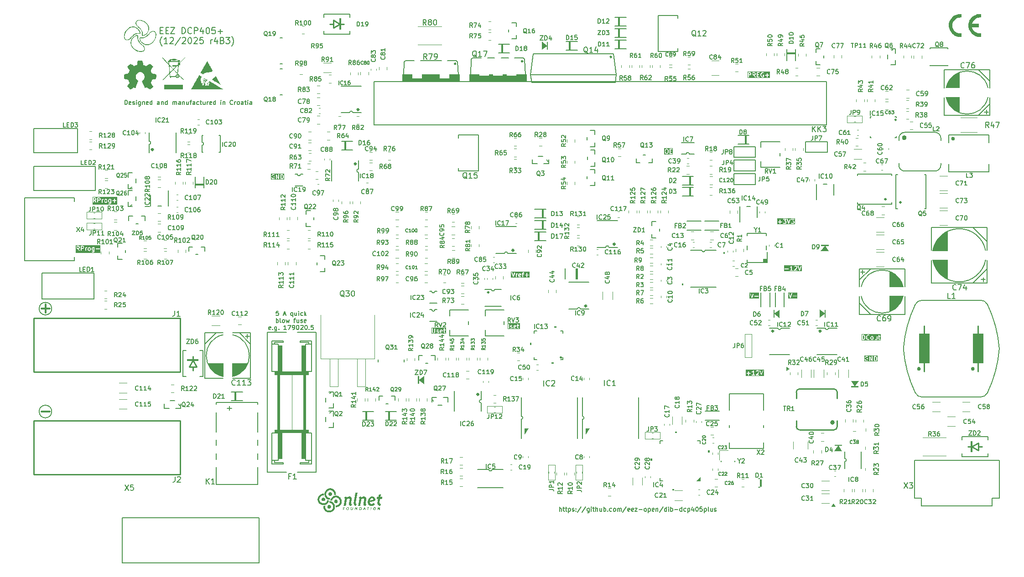
<source format=gbr>
%TF.GenerationSoftware,KiCad,Pcbnew,9.0.6-9.0.6~ubuntu24.04.1*%
%TF.CreationDate,2025-12-05T21:00:46+01:00*%
%TF.ProjectId,EEZ DIB DCP405plus,45455a20-4449-4422-9044-435034303570,r4B3*%
%TF.SameCoordinates,Original*%
%TF.FileFunction,Legend,Top*%
%TF.FilePolarity,Positive*%
%FSLAX46Y46*%
G04 Gerber Fmt 4.6, Leading zero omitted, Abs format (unit mm)*
G04 Created by KiCad (PCBNEW 9.0.6-9.0.6~ubuntu24.04.1) date 2025-12-05 21:00:46*
%MOMM*%
%LPD*%
G01*
G04 APERTURE LIST*
%ADD10C,0.100000*%
%ADD11C,0.203200*%
%ADD12C,0.304800*%
%ADD13C,0.152400*%
%ADD14C,0.150000*%
%ADD15C,0.120000*%
%ADD16C,0.311725*%
%ADD17C,0.000000*%
%ADD18C,0.127000*%
%ADD19C,0.254000*%
%ADD20C,0.277185*%
%ADD21C,0.273607*%
%ADD22C,0.025400*%
%ADD23C,0.229605*%
%ADD24C,0.409210*%
%ADD25C,0.366958*%
%ADD26C,0.050800*%
%ADD27C,0.350000*%
%ADD28C,0.233162*%
G04 APERTURE END LIST*
D10*
X198709451Y-116375698D02*
X198201451Y-116731298D01*
X198201451Y-116045498D01*
X198709451Y-116375698D01*
G36*
X198709451Y-116375698D02*
G01*
X198201451Y-116731298D01*
X198201451Y-116045498D01*
X198709451Y-116375698D01*
G37*
D11*
X61810900Y-105219500D02*
G75*
G02*
X59474100Y-105219500I-1168400J0D01*
G01*
X59474100Y-105219500D02*
G75*
G02*
X61810900Y-105219500I1168400J0D01*
G01*
D12*
X60642500Y-104457500D02*
X60642500Y-105981500D01*
X61404500Y-124333000D02*
X59880500Y-124333000D01*
X61404500Y-105219500D02*
X59880500Y-105219500D01*
D10*
X207262801Y-141970260D02*
X206577001Y-141970260D01*
X206907201Y-141462260D01*
X207262801Y-141970260D01*
G36*
X207262801Y-141970260D02*
G01*
X206577001Y-141970260D01*
X206907201Y-141462260D01*
X207262801Y-141970260D01*
G37*
D11*
X61810900Y-124333000D02*
G75*
G02*
X59474100Y-124333000I-1168400J0D01*
G01*
X59474100Y-124333000D02*
G75*
G02*
X61810900Y-124333000I1168400J0D01*
G01*
D13*
X81957205Y-53547313D02*
X82338205Y-53547313D01*
X82501491Y-54146027D02*
X81957205Y-54146027D01*
X81957205Y-54146027D02*
X81957205Y-53003027D01*
X81957205Y-53003027D02*
X82501491Y-53003027D01*
X82991348Y-53547313D02*
X83372348Y-53547313D01*
X83535634Y-54146027D02*
X82991348Y-54146027D01*
X82991348Y-54146027D02*
X82991348Y-53003027D01*
X82991348Y-53003027D02*
X83535634Y-53003027D01*
X83916634Y-53003027D02*
X84678634Y-53003027D01*
X84678634Y-53003027D02*
X83916634Y-54146027D01*
X83916634Y-54146027D02*
X84678634Y-54146027D01*
X85984919Y-54146027D02*
X85984919Y-53003027D01*
X85984919Y-53003027D02*
X86257062Y-53003027D01*
X86257062Y-53003027D02*
X86420348Y-53057456D01*
X86420348Y-53057456D02*
X86529205Y-53166313D01*
X86529205Y-53166313D02*
X86583634Y-53275170D01*
X86583634Y-53275170D02*
X86638062Y-53492884D01*
X86638062Y-53492884D02*
X86638062Y-53656170D01*
X86638062Y-53656170D02*
X86583634Y-53873884D01*
X86583634Y-53873884D02*
X86529205Y-53982741D01*
X86529205Y-53982741D02*
X86420348Y-54091599D01*
X86420348Y-54091599D02*
X86257062Y-54146027D01*
X86257062Y-54146027D02*
X85984919Y-54146027D01*
X87781062Y-54037170D02*
X87726634Y-54091599D01*
X87726634Y-54091599D02*
X87563348Y-54146027D01*
X87563348Y-54146027D02*
X87454491Y-54146027D01*
X87454491Y-54146027D02*
X87291205Y-54091599D01*
X87291205Y-54091599D02*
X87182348Y-53982741D01*
X87182348Y-53982741D02*
X87127919Y-53873884D01*
X87127919Y-53873884D02*
X87073491Y-53656170D01*
X87073491Y-53656170D02*
X87073491Y-53492884D01*
X87073491Y-53492884D02*
X87127919Y-53275170D01*
X87127919Y-53275170D02*
X87182348Y-53166313D01*
X87182348Y-53166313D02*
X87291205Y-53057456D01*
X87291205Y-53057456D02*
X87454491Y-53003027D01*
X87454491Y-53003027D02*
X87563348Y-53003027D01*
X87563348Y-53003027D02*
X87726634Y-53057456D01*
X87726634Y-53057456D02*
X87781062Y-53111884D01*
X88270919Y-54146027D02*
X88270919Y-53003027D01*
X88270919Y-53003027D02*
X88706348Y-53003027D01*
X88706348Y-53003027D02*
X88815205Y-53057456D01*
X88815205Y-53057456D02*
X88869634Y-53111884D01*
X88869634Y-53111884D02*
X88924062Y-53220741D01*
X88924062Y-53220741D02*
X88924062Y-53384027D01*
X88924062Y-53384027D02*
X88869634Y-53492884D01*
X88869634Y-53492884D02*
X88815205Y-53547313D01*
X88815205Y-53547313D02*
X88706348Y-53601741D01*
X88706348Y-53601741D02*
X88270919Y-53601741D01*
X89903777Y-53384027D02*
X89903777Y-54146027D01*
X89631634Y-52948599D02*
X89359491Y-53765027D01*
X89359491Y-53765027D02*
X90067062Y-53765027D01*
X90720205Y-53003027D02*
X90829062Y-53003027D01*
X90829062Y-53003027D02*
X90937919Y-53057456D01*
X90937919Y-53057456D02*
X90992348Y-53111884D01*
X90992348Y-53111884D02*
X91046776Y-53220741D01*
X91046776Y-53220741D02*
X91101205Y-53438456D01*
X91101205Y-53438456D02*
X91101205Y-53710599D01*
X91101205Y-53710599D02*
X91046776Y-53928313D01*
X91046776Y-53928313D02*
X90992348Y-54037170D01*
X90992348Y-54037170D02*
X90937919Y-54091599D01*
X90937919Y-54091599D02*
X90829062Y-54146027D01*
X90829062Y-54146027D02*
X90720205Y-54146027D01*
X90720205Y-54146027D02*
X90611348Y-54091599D01*
X90611348Y-54091599D02*
X90556919Y-54037170D01*
X90556919Y-54037170D02*
X90502490Y-53928313D01*
X90502490Y-53928313D02*
X90448062Y-53710599D01*
X90448062Y-53710599D02*
X90448062Y-53438456D01*
X90448062Y-53438456D02*
X90502490Y-53220741D01*
X90502490Y-53220741D02*
X90556919Y-53111884D01*
X90556919Y-53111884D02*
X90611348Y-53057456D01*
X90611348Y-53057456D02*
X90720205Y-53003027D01*
X92135347Y-53003027D02*
X91591061Y-53003027D01*
X91591061Y-53003027D02*
X91536633Y-53547313D01*
X91536633Y-53547313D02*
X91591061Y-53492884D01*
X91591061Y-53492884D02*
X91699919Y-53438456D01*
X91699919Y-53438456D02*
X91972061Y-53438456D01*
X91972061Y-53438456D02*
X92080919Y-53492884D01*
X92080919Y-53492884D02*
X92135347Y-53547313D01*
X92135347Y-53547313D02*
X92189776Y-53656170D01*
X92189776Y-53656170D02*
X92189776Y-53928313D01*
X92189776Y-53928313D02*
X92135347Y-54037170D01*
X92135347Y-54037170D02*
X92080919Y-54091599D01*
X92080919Y-54091599D02*
X91972061Y-54146027D01*
X91972061Y-54146027D02*
X91699919Y-54146027D01*
X91699919Y-54146027D02*
X91591061Y-54091599D01*
X91591061Y-54091599D02*
X91536633Y-54037170D01*
X92679632Y-53710599D02*
X93550490Y-53710599D01*
X93115061Y-54146027D02*
X93115061Y-53275170D01*
X82283777Y-56421622D02*
X82229348Y-56367193D01*
X82229348Y-56367193D02*
X82120491Y-56203907D01*
X82120491Y-56203907D02*
X82066063Y-56095050D01*
X82066063Y-56095050D02*
X82011634Y-55931765D01*
X82011634Y-55931765D02*
X81957205Y-55659622D01*
X81957205Y-55659622D02*
X81957205Y-55441907D01*
X81957205Y-55441907D02*
X82011634Y-55169765D01*
X82011634Y-55169765D02*
X82066063Y-55006479D01*
X82066063Y-55006479D02*
X82120491Y-54897622D01*
X82120491Y-54897622D02*
X82229348Y-54734336D01*
X82229348Y-54734336D02*
X82283777Y-54679907D01*
X83317920Y-55986193D02*
X82664777Y-55986193D01*
X82991348Y-55986193D02*
X82991348Y-54843193D01*
X82991348Y-54843193D02*
X82882491Y-55006479D01*
X82882491Y-55006479D02*
X82773634Y-55115336D01*
X82773634Y-55115336D02*
X82664777Y-55169765D01*
X83753348Y-54952050D02*
X83807776Y-54897622D01*
X83807776Y-54897622D02*
X83916634Y-54843193D01*
X83916634Y-54843193D02*
X84188776Y-54843193D01*
X84188776Y-54843193D02*
X84297634Y-54897622D01*
X84297634Y-54897622D02*
X84352062Y-54952050D01*
X84352062Y-54952050D02*
X84406491Y-55060907D01*
X84406491Y-55060907D02*
X84406491Y-55169765D01*
X84406491Y-55169765D02*
X84352062Y-55333050D01*
X84352062Y-55333050D02*
X83698919Y-55986193D01*
X83698919Y-55986193D02*
X84406491Y-55986193D01*
X85712776Y-54788765D02*
X84733062Y-56258336D01*
X86039348Y-54952050D02*
X86093776Y-54897622D01*
X86093776Y-54897622D02*
X86202634Y-54843193D01*
X86202634Y-54843193D02*
X86474776Y-54843193D01*
X86474776Y-54843193D02*
X86583634Y-54897622D01*
X86583634Y-54897622D02*
X86638062Y-54952050D01*
X86638062Y-54952050D02*
X86692491Y-55060907D01*
X86692491Y-55060907D02*
X86692491Y-55169765D01*
X86692491Y-55169765D02*
X86638062Y-55333050D01*
X86638062Y-55333050D02*
X85984919Y-55986193D01*
X85984919Y-55986193D02*
X86692491Y-55986193D01*
X87400062Y-54843193D02*
X87508919Y-54843193D01*
X87508919Y-54843193D02*
X87617776Y-54897622D01*
X87617776Y-54897622D02*
X87672205Y-54952050D01*
X87672205Y-54952050D02*
X87726633Y-55060907D01*
X87726633Y-55060907D02*
X87781062Y-55278622D01*
X87781062Y-55278622D02*
X87781062Y-55550765D01*
X87781062Y-55550765D02*
X87726633Y-55768479D01*
X87726633Y-55768479D02*
X87672205Y-55877336D01*
X87672205Y-55877336D02*
X87617776Y-55931765D01*
X87617776Y-55931765D02*
X87508919Y-55986193D01*
X87508919Y-55986193D02*
X87400062Y-55986193D01*
X87400062Y-55986193D02*
X87291205Y-55931765D01*
X87291205Y-55931765D02*
X87236776Y-55877336D01*
X87236776Y-55877336D02*
X87182347Y-55768479D01*
X87182347Y-55768479D02*
X87127919Y-55550765D01*
X87127919Y-55550765D02*
X87127919Y-55278622D01*
X87127919Y-55278622D02*
X87182347Y-55060907D01*
X87182347Y-55060907D02*
X87236776Y-54952050D01*
X87236776Y-54952050D02*
X87291205Y-54897622D01*
X87291205Y-54897622D02*
X87400062Y-54843193D01*
X88216490Y-54952050D02*
X88270918Y-54897622D01*
X88270918Y-54897622D02*
X88379776Y-54843193D01*
X88379776Y-54843193D02*
X88651918Y-54843193D01*
X88651918Y-54843193D02*
X88760776Y-54897622D01*
X88760776Y-54897622D02*
X88815204Y-54952050D01*
X88815204Y-54952050D02*
X88869633Y-55060907D01*
X88869633Y-55060907D02*
X88869633Y-55169765D01*
X88869633Y-55169765D02*
X88815204Y-55333050D01*
X88815204Y-55333050D02*
X88162061Y-55986193D01*
X88162061Y-55986193D02*
X88869633Y-55986193D01*
X89903775Y-54843193D02*
X89359489Y-54843193D01*
X89359489Y-54843193D02*
X89305061Y-55387479D01*
X89305061Y-55387479D02*
X89359489Y-55333050D01*
X89359489Y-55333050D02*
X89468347Y-55278622D01*
X89468347Y-55278622D02*
X89740489Y-55278622D01*
X89740489Y-55278622D02*
X89849347Y-55333050D01*
X89849347Y-55333050D02*
X89903775Y-55387479D01*
X89903775Y-55387479D02*
X89958204Y-55496336D01*
X89958204Y-55496336D02*
X89958204Y-55768479D01*
X89958204Y-55768479D02*
X89903775Y-55877336D01*
X89903775Y-55877336D02*
X89849347Y-55931765D01*
X89849347Y-55931765D02*
X89740489Y-55986193D01*
X89740489Y-55986193D02*
X89468347Y-55986193D01*
X89468347Y-55986193D02*
X89359489Y-55931765D01*
X89359489Y-55931765D02*
X89305061Y-55877336D01*
X91318917Y-55986193D02*
X91318917Y-55224193D01*
X91318917Y-55441907D02*
X91373346Y-55333050D01*
X91373346Y-55333050D02*
X91427775Y-55278622D01*
X91427775Y-55278622D02*
X91536632Y-55224193D01*
X91536632Y-55224193D02*
X91645489Y-55224193D01*
X92516346Y-55224193D02*
X92516346Y-55986193D01*
X92244203Y-54788765D02*
X91972060Y-55605193D01*
X91972060Y-55605193D02*
X92679631Y-55605193D01*
X93496059Y-55387479D02*
X93659345Y-55441907D01*
X93659345Y-55441907D02*
X93713774Y-55496336D01*
X93713774Y-55496336D02*
X93768202Y-55605193D01*
X93768202Y-55605193D02*
X93768202Y-55768479D01*
X93768202Y-55768479D02*
X93713774Y-55877336D01*
X93713774Y-55877336D02*
X93659345Y-55931765D01*
X93659345Y-55931765D02*
X93550488Y-55986193D01*
X93550488Y-55986193D02*
X93115059Y-55986193D01*
X93115059Y-55986193D02*
X93115059Y-54843193D01*
X93115059Y-54843193D02*
X93496059Y-54843193D01*
X93496059Y-54843193D02*
X93604917Y-54897622D01*
X93604917Y-54897622D02*
X93659345Y-54952050D01*
X93659345Y-54952050D02*
X93713774Y-55060907D01*
X93713774Y-55060907D02*
X93713774Y-55169765D01*
X93713774Y-55169765D02*
X93659345Y-55278622D01*
X93659345Y-55278622D02*
X93604917Y-55333050D01*
X93604917Y-55333050D02*
X93496059Y-55387479D01*
X93496059Y-55387479D02*
X93115059Y-55387479D01*
X94149202Y-54843193D02*
X94856774Y-54843193D01*
X94856774Y-54843193D02*
X94475774Y-55278622D01*
X94475774Y-55278622D02*
X94639059Y-55278622D01*
X94639059Y-55278622D02*
X94747917Y-55333050D01*
X94747917Y-55333050D02*
X94802345Y-55387479D01*
X94802345Y-55387479D02*
X94856774Y-55496336D01*
X94856774Y-55496336D02*
X94856774Y-55768479D01*
X94856774Y-55768479D02*
X94802345Y-55877336D01*
X94802345Y-55877336D02*
X94747917Y-55931765D01*
X94747917Y-55931765D02*
X94639059Y-55986193D01*
X94639059Y-55986193D02*
X94312488Y-55986193D01*
X94312488Y-55986193D02*
X94203631Y-55931765D01*
X94203631Y-55931765D02*
X94149202Y-55877336D01*
X95237773Y-56421622D02*
X95292202Y-56367193D01*
X95292202Y-56367193D02*
X95401059Y-56203907D01*
X95401059Y-56203907D02*
X95455488Y-56095050D01*
X95455488Y-56095050D02*
X95509916Y-55931765D01*
X95509916Y-55931765D02*
X95564345Y-55659622D01*
X95564345Y-55659622D02*
X95564345Y-55441907D01*
X95564345Y-55441907D02*
X95509916Y-55169765D01*
X95509916Y-55169765D02*
X95455488Y-55006479D01*
X95455488Y-55006479D02*
X95401059Y-54897622D01*
X95401059Y-54897622D02*
X95292202Y-54734336D01*
X95292202Y-54734336D02*
X95237773Y-54679907D01*
X103867857Y-105682679D02*
X103480809Y-105682679D01*
X103480809Y-105682679D02*
X103442105Y-106069727D01*
X103442105Y-106069727D02*
X103480809Y-106031022D01*
X103480809Y-106031022D02*
X103558219Y-105992317D01*
X103558219Y-105992317D02*
X103751743Y-105992317D01*
X103751743Y-105992317D02*
X103829152Y-106031022D01*
X103829152Y-106031022D02*
X103867857Y-106069727D01*
X103867857Y-106069727D02*
X103906562Y-106147136D01*
X103906562Y-106147136D02*
X103906562Y-106340660D01*
X103906562Y-106340660D02*
X103867857Y-106418070D01*
X103867857Y-106418070D02*
X103829152Y-106456775D01*
X103829152Y-106456775D02*
X103751743Y-106495479D01*
X103751743Y-106495479D02*
X103558219Y-106495479D01*
X103558219Y-106495479D02*
X103480809Y-106456775D01*
X103480809Y-106456775D02*
X103442105Y-106418070D01*
X104835476Y-106263251D02*
X105222523Y-106263251D01*
X104758066Y-106495479D02*
X105028999Y-105682679D01*
X105028999Y-105682679D02*
X105299933Y-106495479D01*
X106538485Y-105953613D02*
X106538485Y-106766413D01*
X106538485Y-106456775D02*
X106461076Y-106495479D01*
X106461076Y-106495479D02*
X106306257Y-106495479D01*
X106306257Y-106495479D02*
X106228847Y-106456775D01*
X106228847Y-106456775D02*
X106190142Y-106418070D01*
X106190142Y-106418070D02*
X106151438Y-106340660D01*
X106151438Y-106340660D02*
X106151438Y-106108432D01*
X106151438Y-106108432D02*
X106190142Y-106031022D01*
X106190142Y-106031022D02*
X106228847Y-105992317D01*
X106228847Y-105992317D02*
X106306257Y-105953613D01*
X106306257Y-105953613D02*
X106461076Y-105953613D01*
X106461076Y-105953613D02*
X106538485Y-105992317D01*
X107273875Y-105953613D02*
X107273875Y-106495479D01*
X106925532Y-105953613D02*
X106925532Y-106379365D01*
X106925532Y-106379365D02*
X106964237Y-106456775D01*
X106964237Y-106456775D02*
X107041647Y-106495479D01*
X107041647Y-106495479D02*
X107157761Y-106495479D01*
X107157761Y-106495479D02*
X107235170Y-106456775D01*
X107235170Y-106456775D02*
X107273875Y-106418070D01*
X107660922Y-106495479D02*
X107660922Y-105953613D01*
X107660922Y-105682679D02*
X107622218Y-105721384D01*
X107622218Y-105721384D02*
X107660922Y-105760089D01*
X107660922Y-105760089D02*
X107699627Y-105721384D01*
X107699627Y-105721384D02*
X107660922Y-105682679D01*
X107660922Y-105682679D02*
X107660922Y-105760089D01*
X108396313Y-106456775D02*
X108318904Y-106495479D01*
X108318904Y-106495479D02*
X108164085Y-106495479D01*
X108164085Y-106495479D02*
X108086675Y-106456775D01*
X108086675Y-106456775D02*
X108047970Y-106418070D01*
X108047970Y-106418070D02*
X108009266Y-106340660D01*
X108009266Y-106340660D02*
X108009266Y-106108432D01*
X108009266Y-106108432D02*
X108047970Y-106031022D01*
X108047970Y-106031022D02*
X108086675Y-105992317D01*
X108086675Y-105992317D02*
X108164085Y-105953613D01*
X108164085Y-105953613D02*
X108318904Y-105953613D01*
X108318904Y-105953613D02*
X108396313Y-105992317D01*
X108744656Y-106495479D02*
X108744656Y-105682679D01*
X108822066Y-106185841D02*
X109054294Y-106495479D01*
X109054294Y-105953613D02*
X108744656Y-106263251D01*
X103480810Y-107804041D02*
X103480810Y-106991241D01*
X103480810Y-107300879D02*
X103558220Y-107262175D01*
X103558220Y-107262175D02*
X103713039Y-107262175D01*
X103713039Y-107262175D02*
X103790448Y-107300879D01*
X103790448Y-107300879D02*
X103829153Y-107339584D01*
X103829153Y-107339584D02*
X103867858Y-107416994D01*
X103867858Y-107416994D02*
X103867858Y-107649222D01*
X103867858Y-107649222D02*
X103829153Y-107726632D01*
X103829153Y-107726632D02*
X103790448Y-107765337D01*
X103790448Y-107765337D02*
X103713039Y-107804041D01*
X103713039Y-107804041D02*
X103558220Y-107804041D01*
X103558220Y-107804041D02*
X103480810Y-107765337D01*
X104332315Y-107804041D02*
X104254905Y-107765337D01*
X104254905Y-107765337D02*
X104216200Y-107687927D01*
X104216200Y-107687927D02*
X104216200Y-106991241D01*
X104758067Y-107804041D02*
X104680657Y-107765337D01*
X104680657Y-107765337D02*
X104641952Y-107726632D01*
X104641952Y-107726632D02*
X104603248Y-107649222D01*
X104603248Y-107649222D02*
X104603248Y-107416994D01*
X104603248Y-107416994D02*
X104641952Y-107339584D01*
X104641952Y-107339584D02*
X104680657Y-107300879D01*
X104680657Y-107300879D02*
X104758067Y-107262175D01*
X104758067Y-107262175D02*
X104874181Y-107262175D01*
X104874181Y-107262175D02*
X104951590Y-107300879D01*
X104951590Y-107300879D02*
X104990295Y-107339584D01*
X104990295Y-107339584D02*
X105029000Y-107416994D01*
X105029000Y-107416994D02*
X105029000Y-107649222D01*
X105029000Y-107649222D02*
X104990295Y-107726632D01*
X104990295Y-107726632D02*
X104951590Y-107765337D01*
X104951590Y-107765337D02*
X104874181Y-107804041D01*
X104874181Y-107804041D02*
X104758067Y-107804041D01*
X105299933Y-107262175D02*
X105454752Y-107804041D01*
X105454752Y-107804041D02*
X105609571Y-107416994D01*
X105609571Y-107416994D02*
X105764390Y-107804041D01*
X105764390Y-107804041D02*
X105919209Y-107262175D01*
X106732009Y-107262175D02*
X107041647Y-107262175D01*
X106848123Y-107804041D02*
X106848123Y-107107356D01*
X106848123Y-107107356D02*
X106886828Y-107029946D01*
X106886828Y-107029946D02*
X106964238Y-106991241D01*
X106964238Y-106991241D02*
X107041647Y-106991241D01*
X107660923Y-107262175D02*
X107660923Y-107804041D01*
X107312580Y-107262175D02*
X107312580Y-107687927D01*
X107312580Y-107687927D02*
X107351285Y-107765337D01*
X107351285Y-107765337D02*
X107428695Y-107804041D01*
X107428695Y-107804041D02*
X107544809Y-107804041D01*
X107544809Y-107804041D02*
X107622218Y-107765337D01*
X107622218Y-107765337D02*
X107660923Y-107726632D01*
X108009266Y-107765337D02*
X108086675Y-107804041D01*
X108086675Y-107804041D02*
X108241494Y-107804041D01*
X108241494Y-107804041D02*
X108318904Y-107765337D01*
X108318904Y-107765337D02*
X108357608Y-107687927D01*
X108357608Y-107687927D02*
X108357608Y-107649222D01*
X108357608Y-107649222D02*
X108318904Y-107571813D01*
X108318904Y-107571813D02*
X108241494Y-107533108D01*
X108241494Y-107533108D02*
X108125380Y-107533108D01*
X108125380Y-107533108D02*
X108047970Y-107494403D01*
X108047970Y-107494403D02*
X108009266Y-107416994D01*
X108009266Y-107416994D02*
X108009266Y-107378289D01*
X108009266Y-107378289D02*
X108047970Y-107300879D01*
X108047970Y-107300879D02*
X108125380Y-107262175D01*
X108125380Y-107262175D02*
X108241494Y-107262175D01*
X108241494Y-107262175D02*
X108318904Y-107300879D01*
X109015589Y-107765337D02*
X108938180Y-107804041D01*
X108938180Y-107804041D02*
X108783361Y-107804041D01*
X108783361Y-107804041D02*
X108705951Y-107765337D01*
X108705951Y-107765337D02*
X108667247Y-107687927D01*
X108667247Y-107687927D02*
X108667247Y-107378289D01*
X108667247Y-107378289D02*
X108705951Y-107300879D01*
X108705951Y-107300879D02*
X108783361Y-107262175D01*
X108783361Y-107262175D02*
X108938180Y-107262175D01*
X108938180Y-107262175D02*
X109015589Y-107300879D01*
X109015589Y-107300879D02*
X109054294Y-107378289D01*
X109054294Y-107378289D02*
X109054294Y-107455698D01*
X109054294Y-107455698D02*
X108667247Y-107533108D01*
X102435781Y-109073899D02*
X102358372Y-109112603D01*
X102358372Y-109112603D02*
X102203553Y-109112603D01*
X102203553Y-109112603D02*
X102126143Y-109073899D01*
X102126143Y-109073899D02*
X102087439Y-108996489D01*
X102087439Y-108996489D02*
X102087439Y-108686851D01*
X102087439Y-108686851D02*
X102126143Y-108609441D01*
X102126143Y-108609441D02*
X102203553Y-108570737D01*
X102203553Y-108570737D02*
X102358372Y-108570737D01*
X102358372Y-108570737D02*
X102435781Y-108609441D01*
X102435781Y-108609441D02*
X102474486Y-108686851D01*
X102474486Y-108686851D02*
X102474486Y-108764260D01*
X102474486Y-108764260D02*
X102087439Y-108841670D01*
X102822829Y-109035194D02*
X102861534Y-109073899D01*
X102861534Y-109073899D02*
X102822829Y-109112603D01*
X102822829Y-109112603D02*
X102784125Y-109073899D01*
X102784125Y-109073899D02*
X102822829Y-109035194D01*
X102822829Y-109035194D02*
X102822829Y-109112603D01*
X103558220Y-108570737D02*
X103558220Y-109228718D01*
X103558220Y-109228718D02*
X103519515Y-109306127D01*
X103519515Y-109306127D02*
X103480811Y-109344832D01*
X103480811Y-109344832D02*
X103403401Y-109383537D01*
X103403401Y-109383537D02*
X103287287Y-109383537D01*
X103287287Y-109383537D02*
X103209877Y-109344832D01*
X103558220Y-109073899D02*
X103480811Y-109112603D01*
X103480811Y-109112603D02*
X103325992Y-109112603D01*
X103325992Y-109112603D02*
X103248582Y-109073899D01*
X103248582Y-109073899D02*
X103209877Y-109035194D01*
X103209877Y-109035194D02*
X103171173Y-108957784D01*
X103171173Y-108957784D02*
X103171173Y-108725556D01*
X103171173Y-108725556D02*
X103209877Y-108648146D01*
X103209877Y-108648146D02*
X103248582Y-108609441D01*
X103248582Y-108609441D02*
X103325992Y-108570737D01*
X103325992Y-108570737D02*
X103480811Y-108570737D01*
X103480811Y-108570737D02*
X103558220Y-108609441D01*
X103945267Y-109035194D02*
X103983972Y-109073899D01*
X103983972Y-109073899D02*
X103945267Y-109112603D01*
X103945267Y-109112603D02*
X103906563Y-109073899D01*
X103906563Y-109073899D02*
X103945267Y-109035194D01*
X103945267Y-109035194D02*
X103945267Y-109112603D01*
X105377344Y-109112603D02*
X104912887Y-109112603D01*
X105145115Y-109112603D02*
X105145115Y-108299803D01*
X105145115Y-108299803D02*
X105067706Y-108415918D01*
X105067706Y-108415918D02*
X104990296Y-108493327D01*
X104990296Y-108493327D02*
X104912887Y-108532032D01*
X105648277Y-108299803D02*
X106190143Y-108299803D01*
X106190143Y-108299803D02*
X105841801Y-109112603D01*
X106538486Y-109112603D02*
X106693305Y-109112603D01*
X106693305Y-109112603D02*
X106770715Y-109073899D01*
X106770715Y-109073899D02*
X106809419Y-109035194D01*
X106809419Y-109035194D02*
X106886829Y-108919079D01*
X106886829Y-108919079D02*
X106925534Y-108764260D01*
X106925534Y-108764260D02*
X106925534Y-108454622D01*
X106925534Y-108454622D02*
X106886829Y-108377213D01*
X106886829Y-108377213D02*
X106848124Y-108338508D01*
X106848124Y-108338508D02*
X106770715Y-108299803D01*
X106770715Y-108299803D02*
X106615896Y-108299803D01*
X106615896Y-108299803D02*
X106538486Y-108338508D01*
X106538486Y-108338508D02*
X106499781Y-108377213D01*
X106499781Y-108377213D02*
X106461077Y-108454622D01*
X106461077Y-108454622D02*
X106461077Y-108648146D01*
X106461077Y-108648146D02*
X106499781Y-108725556D01*
X106499781Y-108725556D02*
X106538486Y-108764260D01*
X106538486Y-108764260D02*
X106615896Y-108802965D01*
X106615896Y-108802965D02*
X106770715Y-108802965D01*
X106770715Y-108802965D02*
X106848124Y-108764260D01*
X106848124Y-108764260D02*
X106886829Y-108725556D01*
X106886829Y-108725556D02*
X106925534Y-108648146D01*
X107428695Y-108299803D02*
X107506105Y-108299803D01*
X107506105Y-108299803D02*
X107583514Y-108338508D01*
X107583514Y-108338508D02*
X107622219Y-108377213D01*
X107622219Y-108377213D02*
X107660924Y-108454622D01*
X107660924Y-108454622D02*
X107699629Y-108609441D01*
X107699629Y-108609441D02*
X107699629Y-108802965D01*
X107699629Y-108802965D02*
X107660924Y-108957784D01*
X107660924Y-108957784D02*
X107622219Y-109035194D01*
X107622219Y-109035194D02*
X107583514Y-109073899D01*
X107583514Y-109073899D02*
X107506105Y-109112603D01*
X107506105Y-109112603D02*
X107428695Y-109112603D01*
X107428695Y-109112603D02*
X107351286Y-109073899D01*
X107351286Y-109073899D02*
X107312581Y-109035194D01*
X107312581Y-109035194D02*
X107273876Y-108957784D01*
X107273876Y-108957784D02*
X107235172Y-108802965D01*
X107235172Y-108802965D02*
X107235172Y-108609441D01*
X107235172Y-108609441D02*
X107273876Y-108454622D01*
X107273876Y-108454622D02*
X107312581Y-108377213D01*
X107312581Y-108377213D02*
X107351286Y-108338508D01*
X107351286Y-108338508D02*
X107428695Y-108299803D01*
X108009267Y-108377213D02*
X108047971Y-108338508D01*
X108047971Y-108338508D02*
X108125381Y-108299803D01*
X108125381Y-108299803D02*
X108318905Y-108299803D01*
X108318905Y-108299803D02*
X108396314Y-108338508D01*
X108396314Y-108338508D02*
X108435019Y-108377213D01*
X108435019Y-108377213D02*
X108473724Y-108454622D01*
X108473724Y-108454622D02*
X108473724Y-108532032D01*
X108473724Y-108532032D02*
X108435019Y-108648146D01*
X108435019Y-108648146D02*
X107970562Y-109112603D01*
X107970562Y-109112603D02*
X108473724Y-109112603D01*
X108976885Y-108299803D02*
X109054295Y-108299803D01*
X109054295Y-108299803D02*
X109131704Y-108338508D01*
X109131704Y-108338508D02*
X109170409Y-108377213D01*
X109170409Y-108377213D02*
X109209114Y-108454622D01*
X109209114Y-108454622D02*
X109247819Y-108609441D01*
X109247819Y-108609441D02*
X109247819Y-108802965D01*
X109247819Y-108802965D02*
X109209114Y-108957784D01*
X109209114Y-108957784D02*
X109170409Y-109035194D01*
X109170409Y-109035194D02*
X109131704Y-109073899D01*
X109131704Y-109073899D02*
X109054295Y-109112603D01*
X109054295Y-109112603D02*
X108976885Y-109112603D01*
X108976885Y-109112603D02*
X108899476Y-109073899D01*
X108899476Y-109073899D02*
X108860771Y-109035194D01*
X108860771Y-109035194D02*
X108822066Y-108957784D01*
X108822066Y-108957784D02*
X108783362Y-108802965D01*
X108783362Y-108802965D02*
X108783362Y-108609441D01*
X108783362Y-108609441D02*
X108822066Y-108454622D01*
X108822066Y-108454622D02*
X108860771Y-108377213D01*
X108860771Y-108377213D02*
X108899476Y-108338508D01*
X108899476Y-108338508D02*
X108976885Y-108299803D01*
X109596161Y-109035194D02*
X109634866Y-109073899D01*
X109634866Y-109073899D02*
X109596161Y-109112603D01*
X109596161Y-109112603D02*
X109557457Y-109073899D01*
X109557457Y-109073899D02*
X109596161Y-109035194D01*
X109596161Y-109035194D02*
X109596161Y-109112603D01*
X110370257Y-108299803D02*
X109983209Y-108299803D01*
X109983209Y-108299803D02*
X109944505Y-108686851D01*
X109944505Y-108686851D02*
X109983209Y-108648146D01*
X109983209Y-108648146D02*
X110060619Y-108609441D01*
X110060619Y-108609441D02*
X110254143Y-108609441D01*
X110254143Y-108609441D02*
X110331552Y-108648146D01*
X110331552Y-108648146D02*
X110370257Y-108686851D01*
X110370257Y-108686851D02*
X110408962Y-108764260D01*
X110408962Y-108764260D02*
X110408962Y-108957784D01*
X110408962Y-108957784D02*
X110370257Y-109035194D01*
X110370257Y-109035194D02*
X110331552Y-109073899D01*
X110331552Y-109073899D02*
X110254143Y-109112603D01*
X110254143Y-109112603D02*
X110060619Y-109112603D01*
X110060619Y-109112603D02*
X109983209Y-109073899D01*
X109983209Y-109073899D02*
X109944505Y-109035194D01*
X156071986Y-142869203D02*
X156071986Y-142056403D01*
X156420329Y-142869203D02*
X156420329Y-142443451D01*
X156420329Y-142443451D02*
X156381624Y-142366041D01*
X156381624Y-142366041D02*
X156304215Y-142327337D01*
X156304215Y-142327337D02*
X156188101Y-142327337D01*
X156188101Y-142327337D02*
X156110691Y-142366041D01*
X156110691Y-142366041D02*
X156071986Y-142404746D01*
X156691262Y-142327337D02*
X157000900Y-142327337D01*
X156807376Y-142056403D02*
X156807376Y-142753089D01*
X156807376Y-142753089D02*
X156846081Y-142830499D01*
X156846081Y-142830499D02*
X156923491Y-142869203D01*
X156923491Y-142869203D02*
X157000900Y-142869203D01*
X157155719Y-142327337D02*
X157465357Y-142327337D01*
X157271833Y-142056403D02*
X157271833Y-142753089D01*
X157271833Y-142753089D02*
X157310538Y-142830499D01*
X157310538Y-142830499D02*
X157387948Y-142869203D01*
X157387948Y-142869203D02*
X157465357Y-142869203D01*
X157736290Y-142327337D02*
X157736290Y-143140137D01*
X157736290Y-142366041D02*
X157813700Y-142327337D01*
X157813700Y-142327337D02*
X157968519Y-142327337D01*
X157968519Y-142327337D02*
X158045928Y-142366041D01*
X158045928Y-142366041D02*
X158084633Y-142404746D01*
X158084633Y-142404746D02*
X158123338Y-142482156D01*
X158123338Y-142482156D02*
X158123338Y-142714384D01*
X158123338Y-142714384D02*
X158084633Y-142791794D01*
X158084633Y-142791794D02*
X158045928Y-142830499D01*
X158045928Y-142830499D02*
X157968519Y-142869203D01*
X157968519Y-142869203D02*
X157813700Y-142869203D01*
X157813700Y-142869203D02*
X157736290Y-142830499D01*
X158432976Y-142830499D02*
X158510385Y-142869203D01*
X158510385Y-142869203D02*
X158665204Y-142869203D01*
X158665204Y-142869203D02*
X158742614Y-142830499D01*
X158742614Y-142830499D02*
X158781318Y-142753089D01*
X158781318Y-142753089D02*
X158781318Y-142714384D01*
X158781318Y-142714384D02*
X158742614Y-142636975D01*
X158742614Y-142636975D02*
X158665204Y-142598270D01*
X158665204Y-142598270D02*
X158549090Y-142598270D01*
X158549090Y-142598270D02*
X158471680Y-142559565D01*
X158471680Y-142559565D02*
X158432976Y-142482156D01*
X158432976Y-142482156D02*
X158432976Y-142443451D01*
X158432976Y-142443451D02*
X158471680Y-142366041D01*
X158471680Y-142366041D02*
X158549090Y-142327337D01*
X158549090Y-142327337D02*
X158665204Y-142327337D01*
X158665204Y-142327337D02*
X158742614Y-142366041D01*
X159129661Y-142791794D02*
X159168366Y-142830499D01*
X159168366Y-142830499D02*
X159129661Y-142869203D01*
X159129661Y-142869203D02*
X159090957Y-142830499D01*
X159090957Y-142830499D02*
X159129661Y-142791794D01*
X159129661Y-142791794D02*
X159129661Y-142869203D01*
X159129661Y-142366041D02*
X159168366Y-142404746D01*
X159168366Y-142404746D02*
X159129661Y-142443451D01*
X159129661Y-142443451D02*
X159090957Y-142404746D01*
X159090957Y-142404746D02*
X159129661Y-142366041D01*
X159129661Y-142366041D02*
X159129661Y-142443451D01*
X160097281Y-142017699D02*
X159400595Y-143062727D01*
X160948786Y-142017699D02*
X160252100Y-143062727D01*
X161568062Y-142327337D02*
X161568062Y-142985318D01*
X161568062Y-142985318D02*
X161529357Y-143062727D01*
X161529357Y-143062727D02*
X161490653Y-143101432D01*
X161490653Y-143101432D02*
X161413243Y-143140137D01*
X161413243Y-143140137D02*
X161297129Y-143140137D01*
X161297129Y-143140137D02*
X161219719Y-143101432D01*
X161568062Y-142830499D02*
X161490653Y-142869203D01*
X161490653Y-142869203D02*
X161335834Y-142869203D01*
X161335834Y-142869203D02*
X161258424Y-142830499D01*
X161258424Y-142830499D02*
X161219719Y-142791794D01*
X161219719Y-142791794D02*
X161181015Y-142714384D01*
X161181015Y-142714384D02*
X161181015Y-142482156D01*
X161181015Y-142482156D02*
X161219719Y-142404746D01*
X161219719Y-142404746D02*
X161258424Y-142366041D01*
X161258424Y-142366041D02*
X161335834Y-142327337D01*
X161335834Y-142327337D02*
X161490653Y-142327337D01*
X161490653Y-142327337D02*
X161568062Y-142366041D01*
X161955109Y-142869203D02*
X161955109Y-142327337D01*
X161955109Y-142056403D02*
X161916405Y-142095108D01*
X161916405Y-142095108D02*
X161955109Y-142133813D01*
X161955109Y-142133813D02*
X161993814Y-142095108D01*
X161993814Y-142095108D02*
X161955109Y-142056403D01*
X161955109Y-142056403D02*
X161955109Y-142133813D01*
X162226043Y-142327337D02*
X162535681Y-142327337D01*
X162342157Y-142056403D02*
X162342157Y-142753089D01*
X162342157Y-142753089D02*
X162380862Y-142830499D01*
X162380862Y-142830499D02*
X162458272Y-142869203D01*
X162458272Y-142869203D02*
X162535681Y-142869203D01*
X162806614Y-142869203D02*
X162806614Y-142056403D01*
X163154957Y-142869203D02*
X163154957Y-142443451D01*
X163154957Y-142443451D02*
X163116252Y-142366041D01*
X163116252Y-142366041D02*
X163038843Y-142327337D01*
X163038843Y-142327337D02*
X162922729Y-142327337D01*
X162922729Y-142327337D02*
X162845319Y-142366041D01*
X162845319Y-142366041D02*
X162806614Y-142404746D01*
X163890347Y-142327337D02*
X163890347Y-142869203D01*
X163542004Y-142327337D02*
X163542004Y-142753089D01*
X163542004Y-142753089D02*
X163580709Y-142830499D01*
X163580709Y-142830499D02*
X163658119Y-142869203D01*
X163658119Y-142869203D02*
X163774233Y-142869203D01*
X163774233Y-142869203D02*
X163851642Y-142830499D01*
X163851642Y-142830499D02*
X163890347Y-142791794D01*
X164277394Y-142869203D02*
X164277394Y-142056403D01*
X164277394Y-142366041D02*
X164354804Y-142327337D01*
X164354804Y-142327337D02*
X164509623Y-142327337D01*
X164509623Y-142327337D02*
X164587032Y-142366041D01*
X164587032Y-142366041D02*
X164625737Y-142404746D01*
X164625737Y-142404746D02*
X164664442Y-142482156D01*
X164664442Y-142482156D02*
X164664442Y-142714384D01*
X164664442Y-142714384D02*
X164625737Y-142791794D01*
X164625737Y-142791794D02*
X164587032Y-142830499D01*
X164587032Y-142830499D02*
X164509623Y-142869203D01*
X164509623Y-142869203D02*
X164354804Y-142869203D01*
X164354804Y-142869203D02*
X164277394Y-142830499D01*
X165012784Y-142791794D02*
X165051489Y-142830499D01*
X165051489Y-142830499D02*
X165012784Y-142869203D01*
X165012784Y-142869203D02*
X164974080Y-142830499D01*
X164974080Y-142830499D02*
X165012784Y-142791794D01*
X165012784Y-142791794D02*
X165012784Y-142869203D01*
X165748175Y-142830499D02*
X165670766Y-142869203D01*
X165670766Y-142869203D02*
X165515947Y-142869203D01*
X165515947Y-142869203D02*
X165438537Y-142830499D01*
X165438537Y-142830499D02*
X165399832Y-142791794D01*
X165399832Y-142791794D02*
X165361128Y-142714384D01*
X165361128Y-142714384D02*
X165361128Y-142482156D01*
X165361128Y-142482156D02*
X165399832Y-142404746D01*
X165399832Y-142404746D02*
X165438537Y-142366041D01*
X165438537Y-142366041D02*
X165515947Y-142327337D01*
X165515947Y-142327337D02*
X165670766Y-142327337D01*
X165670766Y-142327337D02*
X165748175Y-142366041D01*
X166212633Y-142869203D02*
X166135223Y-142830499D01*
X166135223Y-142830499D02*
X166096518Y-142791794D01*
X166096518Y-142791794D02*
X166057814Y-142714384D01*
X166057814Y-142714384D02*
X166057814Y-142482156D01*
X166057814Y-142482156D02*
X166096518Y-142404746D01*
X166096518Y-142404746D02*
X166135223Y-142366041D01*
X166135223Y-142366041D02*
X166212633Y-142327337D01*
X166212633Y-142327337D02*
X166328747Y-142327337D01*
X166328747Y-142327337D02*
X166406156Y-142366041D01*
X166406156Y-142366041D02*
X166444861Y-142404746D01*
X166444861Y-142404746D02*
X166483566Y-142482156D01*
X166483566Y-142482156D02*
X166483566Y-142714384D01*
X166483566Y-142714384D02*
X166444861Y-142791794D01*
X166444861Y-142791794D02*
X166406156Y-142830499D01*
X166406156Y-142830499D02*
X166328747Y-142869203D01*
X166328747Y-142869203D02*
X166212633Y-142869203D01*
X166831908Y-142869203D02*
X166831908Y-142327337D01*
X166831908Y-142404746D02*
X166870613Y-142366041D01*
X166870613Y-142366041D02*
X166948023Y-142327337D01*
X166948023Y-142327337D02*
X167064137Y-142327337D01*
X167064137Y-142327337D02*
X167141546Y-142366041D01*
X167141546Y-142366041D02*
X167180251Y-142443451D01*
X167180251Y-142443451D02*
X167180251Y-142869203D01*
X167180251Y-142443451D02*
X167218956Y-142366041D01*
X167218956Y-142366041D02*
X167296365Y-142327337D01*
X167296365Y-142327337D02*
X167412480Y-142327337D01*
X167412480Y-142327337D02*
X167489889Y-142366041D01*
X167489889Y-142366041D02*
X167528594Y-142443451D01*
X167528594Y-142443451D02*
X167528594Y-142869203D01*
X168496213Y-142017699D02*
X167799527Y-143062727D01*
X169076784Y-142830499D02*
X168999375Y-142869203D01*
X168999375Y-142869203D02*
X168844556Y-142869203D01*
X168844556Y-142869203D02*
X168767146Y-142830499D01*
X168767146Y-142830499D02*
X168728442Y-142753089D01*
X168728442Y-142753089D02*
X168728442Y-142443451D01*
X168728442Y-142443451D02*
X168767146Y-142366041D01*
X168767146Y-142366041D02*
X168844556Y-142327337D01*
X168844556Y-142327337D02*
X168999375Y-142327337D01*
X168999375Y-142327337D02*
X169076784Y-142366041D01*
X169076784Y-142366041D02*
X169115489Y-142443451D01*
X169115489Y-142443451D02*
X169115489Y-142520860D01*
X169115489Y-142520860D02*
X168728442Y-142598270D01*
X169773470Y-142830499D02*
X169696061Y-142869203D01*
X169696061Y-142869203D02*
X169541242Y-142869203D01*
X169541242Y-142869203D02*
X169463832Y-142830499D01*
X169463832Y-142830499D02*
X169425128Y-142753089D01*
X169425128Y-142753089D02*
X169425128Y-142443451D01*
X169425128Y-142443451D02*
X169463832Y-142366041D01*
X169463832Y-142366041D02*
X169541242Y-142327337D01*
X169541242Y-142327337D02*
X169696061Y-142327337D01*
X169696061Y-142327337D02*
X169773470Y-142366041D01*
X169773470Y-142366041D02*
X169812175Y-142443451D01*
X169812175Y-142443451D02*
X169812175Y-142520860D01*
X169812175Y-142520860D02*
X169425128Y-142598270D01*
X170083109Y-142327337D02*
X170508861Y-142327337D01*
X170508861Y-142327337D02*
X170083109Y-142869203D01*
X170083109Y-142869203D02*
X170508861Y-142869203D01*
X170818499Y-142559565D02*
X171437776Y-142559565D01*
X171940938Y-142869203D02*
X171863528Y-142830499D01*
X171863528Y-142830499D02*
X171824823Y-142791794D01*
X171824823Y-142791794D02*
X171786119Y-142714384D01*
X171786119Y-142714384D02*
X171786119Y-142482156D01*
X171786119Y-142482156D02*
X171824823Y-142404746D01*
X171824823Y-142404746D02*
X171863528Y-142366041D01*
X171863528Y-142366041D02*
X171940938Y-142327337D01*
X171940938Y-142327337D02*
X172057052Y-142327337D01*
X172057052Y-142327337D02*
X172134461Y-142366041D01*
X172134461Y-142366041D02*
X172173166Y-142404746D01*
X172173166Y-142404746D02*
X172211871Y-142482156D01*
X172211871Y-142482156D02*
X172211871Y-142714384D01*
X172211871Y-142714384D02*
X172173166Y-142791794D01*
X172173166Y-142791794D02*
X172134461Y-142830499D01*
X172134461Y-142830499D02*
X172057052Y-142869203D01*
X172057052Y-142869203D02*
X171940938Y-142869203D01*
X172560213Y-142327337D02*
X172560213Y-143140137D01*
X172560213Y-142366041D02*
X172637623Y-142327337D01*
X172637623Y-142327337D02*
X172792442Y-142327337D01*
X172792442Y-142327337D02*
X172869851Y-142366041D01*
X172869851Y-142366041D02*
X172908556Y-142404746D01*
X172908556Y-142404746D02*
X172947261Y-142482156D01*
X172947261Y-142482156D02*
X172947261Y-142714384D01*
X172947261Y-142714384D02*
X172908556Y-142791794D01*
X172908556Y-142791794D02*
X172869851Y-142830499D01*
X172869851Y-142830499D02*
X172792442Y-142869203D01*
X172792442Y-142869203D02*
X172637623Y-142869203D01*
X172637623Y-142869203D02*
X172560213Y-142830499D01*
X173605241Y-142830499D02*
X173527832Y-142869203D01*
X173527832Y-142869203D02*
X173373013Y-142869203D01*
X173373013Y-142869203D02*
X173295603Y-142830499D01*
X173295603Y-142830499D02*
X173256899Y-142753089D01*
X173256899Y-142753089D02*
X173256899Y-142443451D01*
X173256899Y-142443451D02*
X173295603Y-142366041D01*
X173295603Y-142366041D02*
X173373013Y-142327337D01*
X173373013Y-142327337D02*
X173527832Y-142327337D01*
X173527832Y-142327337D02*
X173605241Y-142366041D01*
X173605241Y-142366041D02*
X173643946Y-142443451D01*
X173643946Y-142443451D02*
X173643946Y-142520860D01*
X173643946Y-142520860D02*
X173256899Y-142598270D01*
X173992289Y-142327337D02*
X173992289Y-142869203D01*
X173992289Y-142404746D02*
X174030994Y-142366041D01*
X174030994Y-142366041D02*
X174108404Y-142327337D01*
X174108404Y-142327337D02*
X174224518Y-142327337D01*
X174224518Y-142327337D02*
X174301927Y-142366041D01*
X174301927Y-142366041D02*
X174340632Y-142443451D01*
X174340632Y-142443451D02*
X174340632Y-142869203D01*
X175308251Y-142017699D02*
X174611565Y-143062727D01*
X175927527Y-142869203D02*
X175927527Y-142056403D01*
X175927527Y-142830499D02*
X175850118Y-142869203D01*
X175850118Y-142869203D02*
X175695299Y-142869203D01*
X175695299Y-142869203D02*
X175617889Y-142830499D01*
X175617889Y-142830499D02*
X175579184Y-142791794D01*
X175579184Y-142791794D02*
X175540480Y-142714384D01*
X175540480Y-142714384D02*
X175540480Y-142482156D01*
X175540480Y-142482156D02*
X175579184Y-142404746D01*
X175579184Y-142404746D02*
X175617889Y-142366041D01*
X175617889Y-142366041D02*
X175695299Y-142327337D01*
X175695299Y-142327337D02*
X175850118Y-142327337D01*
X175850118Y-142327337D02*
X175927527Y-142366041D01*
X176314574Y-142869203D02*
X176314574Y-142327337D01*
X176314574Y-142056403D02*
X176275870Y-142095108D01*
X176275870Y-142095108D02*
X176314574Y-142133813D01*
X176314574Y-142133813D02*
X176353279Y-142095108D01*
X176353279Y-142095108D02*
X176314574Y-142056403D01*
X176314574Y-142056403D02*
X176314574Y-142133813D01*
X176701622Y-142869203D02*
X176701622Y-142056403D01*
X176701622Y-142366041D02*
X176779032Y-142327337D01*
X176779032Y-142327337D02*
X176933851Y-142327337D01*
X176933851Y-142327337D02*
X177011260Y-142366041D01*
X177011260Y-142366041D02*
X177049965Y-142404746D01*
X177049965Y-142404746D02*
X177088670Y-142482156D01*
X177088670Y-142482156D02*
X177088670Y-142714384D01*
X177088670Y-142714384D02*
X177049965Y-142791794D01*
X177049965Y-142791794D02*
X177011260Y-142830499D01*
X177011260Y-142830499D02*
X176933851Y-142869203D01*
X176933851Y-142869203D02*
X176779032Y-142869203D01*
X176779032Y-142869203D02*
X176701622Y-142830499D01*
X177437012Y-142559565D02*
X178056289Y-142559565D01*
X178791679Y-142869203D02*
X178791679Y-142056403D01*
X178791679Y-142830499D02*
X178714270Y-142869203D01*
X178714270Y-142869203D02*
X178559451Y-142869203D01*
X178559451Y-142869203D02*
X178482041Y-142830499D01*
X178482041Y-142830499D02*
X178443336Y-142791794D01*
X178443336Y-142791794D02*
X178404632Y-142714384D01*
X178404632Y-142714384D02*
X178404632Y-142482156D01*
X178404632Y-142482156D02*
X178443336Y-142404746D01*
X178443336Y-142404746D02*
X178482041Y-142366041D01*
X178482041Y-142366041D02*
X178559451Y-142327337D01*
X178559451Y-142327337D02*
X178714270Y-142327337D01*
X178714270Y-142327337D02*
X178791679Y-142366041D01*
X179527069Y-142830499D02*
X179449660Y-142869203D01*
X179449660Y-142869203D02*
X179294841Y-142869203D01*
X179294841Y-142869203D02*
X179217431Y-142830499D01*
X179217431Y-142830499D02*
X179178726Y-142791794D01*
X179178726Y-142791794D02*
X179140022Y-142714384D01*
X179140022Y-142714384D02*
X179140022Y-142482156D01*
X179140022Y-142482156D02*
X179178726Y-142404746D01*
X179178726Y-142404746D02*
X179217431Y-142366041D01*
X179217431Y-142366041D02*
X179294841Y-142327337D01*
X179294841Y-142327337D02*
X179449660Y-142327337D01*
X179449660Y-142327337D02*
X179527069Y-142366041D01*
X179875412Y-142327337D02*
X179875412Y-143140137D01*
X179875412Y-142366041D02*
X179952822Y-142327337D01*
X179952822Y-142327337D02*
X180107641Y-142327337D01*
X180107641Y-142327337D02*
X180185050Y-142366041D01*
X180185050Y-142366041D02*
X180223755Y-142404746D01*
X180223755Y-142404746D02*
X180262460Y-142482156D01*
X180262460Y-142482156D02*
X180262460Y-142714384D01*
X180262460Y-142714384D02*
X180223755Y-142791794D01*
X180223755Y-142791794D02*
X180185050Y-142830499D01*
X180185050Y-142830499D02*
X180107641Y-142869203D01*
X180107641Y-142869203D02*
X179952822Y-142869203D01*
X179952822Y-142869203D02*
X179875412Y-142830499D01*
X180959145Y-142327337D02*
X180959145Y-142869203D01*
X180765621Y-142017699D02*
X180572098Y-142598270D01*
X180572098Y-142598270D02*
X181075259Y-142598270D01*
X181539716Y-142056403D02*
X181617126Y-142056403D01*
X181617126Y-142056403D02*
X181694535Y-142095108D01*
X181694535Y-142095108D02*
X181733240Y-142133813D01*
X181733240Y-142133813D02*
X181771945Y-142211222D01*
X181771945Y-142211222D02*
X181810650Y-142366041D01*
X181810650Y-142366041D02*
X181810650Y-142559565D01*
X181810650Y-142559565D02*
X181771945Y-142714384D01*
X181771945Y-142714384D02*
X181733240Y-142791794D01*
X181733240Y-142791794D02*
X181694535Y-142830499D01*
X181694535Y-142830499D02*
X181617126Y-142869203D01*
X181617126Y-142869203D02*
X181539716Y-142869203D01*
X181539716Y-142869203D02*
X181462307Y-142830499D01*
X181462307Y-142830499D02*
X181423602Y-142791794D01*
X181423602Y-142791794D02*
X181384897Y-142714384D01*
X181384897Y-142714384D02*
X181346193Y-142559565D01*
X181346193Y-142559565D02*
X181346193Y-142366041D01*
X181346193Y-142366041D02*
X181384897Y-142211222D01*
X181384897Y-142211222D02*
X181423602Y-142133813D01*
X181423602Y-142133813D02*
X181462307Y-142095108D01*
X181462307Y-142095108D02*
X181539716Y-142056403D01*
X182546040Y-142056403D02*
X182158992Y-142056403D01*
X182158992Y-142056403D02*
X182120288Y-142443451D01*
X182120288Y-142443451D02*
X182158992Y-142404746D01*
X182158992Y-142404746D02*
X182236402Y-142366041D01*
X182236402Y-142366041D02*
X182429926Y-142366041D01*
X182429926Y-142366041D02*
X182507335Y-142404746D01*
X182507335Y-142404746D02*
X182546040Y-142443451D01*
X182546040Y-142443451D02*
X182584745Y-142520860D01*
X182584745Y-142520860D02*
X182584745Y-142714384D01*
X182584745Y-142714384D02*
X182546040Y-142791794D01*
X182546040Y-142791794D02*
X182507335Y-142830499D01*
X182507335Y-142830499D02*
X182429926Y-142869203D01*
X182429926Y-142869203D02*
X182236402Y-142869203D01*
X182236402Y-142869203D02*
X182158992Y-142830499D01*
X182158992Y-142830499D02*
X182120288Y-142791794D01*
X182933087Y-142327337D02*
X182933087Y-143140137D01*
X182933087Y-142366041D02*
X183010497Y-142327337D01*
X183010497Y-142327337D02*
X183165316Y-142327337D01*
X183165316Y-142327337D02*
X183242725Y-142366041D01*
X183242725Y-142366041D02*
X183281430Y-142404746D01*
X183281430Y-142404746D02*
X183320135Y-142482156D01*
X183320135Y-142482156D02*
X183320135Y-142714384D01*
X183320135Y-142714384D02*
X183281430Y-142791794D01*
X183281430Y-142791794D02*
X183242725Y-142830499D01*
X183242725Y-142830499D02*
X183165316Y-142869203D01*
X183165316Y-142869203D02*
X183010497Y-142869203D01*
X183010497Y-142869203D02*
X182933087Y-142830499D01*
X183784592Y-142869203D02*
X183707182Y-142830499D01*
X183707182Y-142830499D02*
X183668477Y-142753089D01*
X183668477Y-142753089D02*
X183668477Y-142056403D01*
X184442572Y-142327337D02*
X184442572Y-142869203D01*
X184094229Y-142327337D02*
X184094229Y-142753089D01*
X184094229Y-142753089D02*
X184132934Y-142830499D01*
X184132934Y-142830499D02*
X184210344Y-142869203D01*
X184210344Y-142869203D02*
X184326458Y-142869203D01*
X184326458Y-142869203D02*
X184403867Y-142830499D01*
X184403867Y-142830499D02*
X184442572Y-142791794D01*
X184790915Y-142830499D02*
X184868324Y-142869203D01*
X184868324Y-142869203D02*
X185023143Y-142869203D01*
X185023143Y-142869203D02*
X185100553Y-142830499D01*
X185100553Y-142830499D02*
X185139257Y-142753089D01*
X185139257Y-142753089D02*
X185139257Y-142714384D01*
X185139257Y-142714384D02*
X185100553Y-142636975D01*
X185100553Y-142636975D02*
X185023143Y-142598270D01*
X185023143Y-142598270D02*
X184907029Y-142598270D01*
X184907029Y-142598270D02*
X184829619Y-142559565D01*
X184829619Y-142559565D02*
X184790915Y-142482156D01*
X184790915Y-142482156D02*
X184790915Y-142443451D01*
X184790915Y-142443451D02*
X184829619Y-142366041D01*
X184829619Y-142366041D02*
X184907029Y-142327337D01*
X184907029Y-142327337D02*
X185023143Y-142327337D01*
X185023143Y-142327337D02*
X185100553Y-142366041D01*
X75371095Y-67305194D02*
X75371095Y-66492394D01*
X75371095Y-66492394D02*
X75564619Y-66492394D01*
X75564619Y-66492394D02*
X75680733Y-66531099D01*
X75680733Y-66531099D02*
X75758143Y-66608509D01*
X75758143Y-66608509D02*
X75796848Y-66685918D01*
X75796848Y-66685918D02*
X75835552Y-66840737D01*
X75835552Y-66840737D02*
X75835552Y-66956851D01*
X75835552Y-66956851D02*
X75796848Y-67111670D01*
X75796848Y-67111670D02*
X75758143Y-67189080D01*
X75758143Y-67189080D02*
X75680733Y-67266490D01*
X75680733Y-67266490D02*
X75564619Y-67305194D01*
X75564619Y-67305194D02*
X75371095Y-67305194D01*
X76493533Y-67266490D02*
X76416124Y-67305194D01*
X76416124Y-67305194D02*
X76261305Y-67305194D01*
X76261305Y-67305194D02*
X76183895Y-67266490D01*
X76183895Y-67266490D02*
X76145191Y-67189080D01*
X76145191Y-67189080D02*
X76145191Y-66879442D01*
X76145191Y-66879442D02*
X76183895Y-66802032D01*
X76183895Y-66802032D02*
X76261305Y-66763328D01*
X76261305Y-66763328D02*
X76416124Y-66763328D01*
X76416124Y-66763328D02*
X76493533Y-66802032D01*
X76493533Y-66802032D02*
X76532238Y-66879442D01*
X76532238Y-66879442D02*
X76532238Y-66956851D01*
X76532238Y-66956851D02*
X76145191Y-67034261D01*
X76841877Y-67266490D02*
X76919286Y-67305194D01*
X76919286Y-67305194D02*
X77074105Y-67305194D01*
X77074105Y-67305194D02*
X77151515Y-67266490D01*
X77151515Y-67266490D02*
X77190219Y-67189080D01*
X77190219Y-67189080D02*
X77190219Y-67150375D01*
X77190219Y-67150375D02*
X77151515Y-67072966D01*
X77151515Y-67072966D02*
X77074105Y-67034261D01*
X77074105Y-67034261D02*
X76957991Y-67034261D01*
X76957991Y-67034261D02*
X76880581Y-66995556D01*
X76880581Y-66995556D02*
X76841877Y-66918147D01*
X76841877Y-66918147D02*
X76841877Y-66879442D01*
X76841877Y-66879442D02*
X76880581Y-66802032D01*
X76880581Y-66802032D02*
X76957991Y-66763328D01*
X76957991Y-66763328D02*
X77074105Y-66763328D01*
X77074105Y-66763328D02*
X77151515Y-66802032D01*
X77538562Y-67305194D02*
X77538562Y-66763328D01*
X77538562Y-66492394D02*
X77499858Y-66531099D01*
X77499858Y-66531099D02*
X77538562Y-66569804D01*
X77538562Y-66569804D02*
X77577267Y-66531099D01*
X77577267Y-66531099D02*
X77538562Y-66492394D01*
X77538562Y-66492394D02*
X77538562Y-66569804D01*
X78273953Y-66763328D02*
X78273953Y-67421309D01*
X78273953Y-67421309D02*
X78235248Y-67498718D01*
X78235248Y-67498718D02*
X78196544Y-67537423D01*
X78196544Y-67537423D02*
X78119134Y-67576128D01*
X78119134Y-67576128D02*
X78003020Y-67576128D01*
X78003020Y-67576128D02*
X77925610Y-67537423D01*
X78273953Y-67266490D02*
X78196544Y-67305194D01*
X78196544Y-67305194D02*
X78041725Y-67305194D01*
X78041725Y-67305194D02*
X77964315Y-67266490D01*
X77964315Y-67266490D02*
X77925610Y-67227785D01*
X77925610Y-67227785D02*
X77886906Y-67150375D01*
X77886906Y-67150375D02*
X77886906Y-66918147D01*
X77886906Y-66918147D02*
X77925610Y-66840737D01*
X77925610Y-66840737D02*
X77964315Y-66802032D01*
X77964315Y-66802032D02*
X78041725Y-66763328D01*
X78041725Y-66763328D02*
X78196544Y-66763328D01*
X78196544Y-66763328D02*
X78273953Y-66802032D01*
X78661000Y-66763328D02*
X78661000Y-67305194D01*
X78661000Y-66840737D02*
X78699705Y-66802032D01*
X78699705Y-66802032D02*
X78777115Y-66763328D01*
X78777115Y-66763328D02*
X78893229Y-66763328D01*
X78893229Y-66763328D02*
X78970638Y-66802032D01*
X78970638Y-66802032D02*
X79009343Y-66879442D01*
X79009343Y-66879442D02*
X79009343Y-67305194D01*
X79706028Y-67266490D02*
X79628619Y-67305194D01*
X79628619Y-67305194D02*
X79473800Y-67305194D01*
X79473800Y-67305194D02*
X79396390Y-67266490D01*
X79396390Y-67266490D02*
X79357686Y-67189080D01*
X79357686Y-67189080D02*
X79357686Y-66879442D01*
X79357686Y-66879442D02*
X79396390Y-66802032D01*
X79396390Y-66802032D02*
X79473800Y-66763328D01*
X79473800Y-66763328D02*
X79628619Y-66763328D01*
X79628619Y-66763328D02*
X79706028Y-66802032D01*
X79706028Y-66802032D02*
X79744733Y-66879442D01*
X79744733Y-66879442D02*
X79744733Y-66956851D01*
X79744733Y-66956851D02*
X79357686Y-67034261D01*
X80441419Y-67305194D02*
X80441419Y-66492394D01*
X80441419Y-67266490D02*
X80364010Y-67305194D01*
X80364010Y-67305194D02*
X80209191Y-67305194D01*
X80209191Y-67305194D02*
X80131781Y-67266490D01*
X80131781Y-67266490D02*
X80093076Y-67227785D01*
X80093076Y-67227785D02*
X80054372Y-67150375D01*
X80054372Y-67150375D02*
X80054372Y-66918147D01*
X80054372Y-66918147D02*
X80093076Y-66840737D01*
X80093076Y-66840737D02*
X80131781Y-66802032D01*
X80131781Y-66802032D02*
X80209191Y-66763328D01*
X80209191Y-66763328D02*
X80364010Y-66763328D01*
X80364010Y-66763328D02*
X80441419Y-66802032D01*
X81796085Y-67305194D02*
X81796085Y-66879442D01*
X81796085Y-66879442D02*
X81757380Y-66802032D01*
X81757380Y-66802032D02*
X81679971Y-66763328D01*
X81679971Y-66763328D02*
X81525152Y-66763328D01*
X81525152Y-66763328D02*
X81447742Y-66802032D01*
X81796085Y-67266490D02*
X81718676Y-67305194D01*
X81718676Y-67305194D02*
X81525152Y-67305194D01*
X81525152Y-67305194D02*
X81447742Y-67266490D01*
X81447742Y-67266490D02*
X81409038Y-67189080D01*
X81409038Y-67189080D02*
X81409038Y-67111670D01*
X81409038Y-67111670D02*
X81447742Y-67034261D01*
X81447742Y-67034261D02*
X81525152Y-66995556D01*
X81525152Y-66995556D02*
X81718676Y-66995556D01*
X81718676Y-66995556D02*
X81796085Y-66956851D01*
X82183132Y-66763328D02*
X82183132Y-67305194D01*
X82183132Y-66840737D02*
X82221837Y-66802032D01*
X82221837Y-66802032D02*
X82299247Y-66763328D01*
X82299247Y-66763328D02*
X82415361Y-66763328D01*
X82415361Y-66763328D02*
X82492770Y-66802032D01*
X82492770Y-66802032D02*
X82531475Y-66879442D01*
X82531475Y-66879442D02*
X82531475Y-67305194D01*
X83266865Y-67305194D02*
X83266865Y-66492394D01*
X83266865Y-67266490D02*
X83189456Y-67305194D01*
X83189456Y-67305194D02*
X83034637Y-67305194D01*
X83034637Y-67305194D02*
X82957227Y-67266490D01*
X82957227Y-67266490D02*
X82918522Y-67227785D01*
X82918522Y-67227785D02*
X82879818Y-67150375D01*
X82879818Y-67150375D02*
X82879818Y-66918147D01*
X82879818Y-66918147D02*
X82918522Y-66840737D01*
X82918522Y-66840737D02*
X82957227Y-66802032D01*
X82957227Y-66802032D02*
X83034637Y-66763328D01*
X83034637Y-66763328D02*
X83189456Y-66763328D01*
X83189456Y-66763328D02*
X83266865Y-66802032D01*
X84273188Y-67305194D02*
X84273188Y-66763328D01*
X84273188Y-66840737D02*
X84311893Y-66802032D01*
X84311893Y-66802032D02*
X84389303Y-66763328D01*
X84389303Y-66763328D02*
X84505417Y-66763328D01*
X84505417Y-66763328D02*
X84582826Y-66802032D01*
X84582826Y-66802032D02*
X84621531Y-66879442D01*
X84621531Y-66879442D02*
X84621531Y-67305194D01*
X84621531Y-66879442D02*
X84660236Y-66802032D01*
X84660236Y-66802032D02*
X84737645Y-66763328D01*
X84737645Y-66763328D02*
X84853760Y-66763328D01*
X84853760Y-66763328D02*
X84931169Y-66802032D01*
X84931169Y-66802032D02*
X84969874Y-66879442D01*
X84969874Y-66879442D02*
X84969874Y-67305194D01*
X85705264Y-67305194D02*
X85705264Y-66879442D01*
X85705264Y-66879442D02*
X85666559Y-66802032D01*
X85666559Y-66802032D02*
X85589150Y-66763328D01*
X85589150Y-66763328D02*
X85434331Y-66763328D01*
X85434331Y-66763328D02*
X85356921Y-66802032D01*
X85705264Y-67266490D02*
X85627855Y-67305194D01*
X85627855Y-67305194D02*
X85434331Y-67305194D01*
X85434331Y-67305194D02*
X85356921Y-67266490D01*
X85356921Y-67266490D02*
X85318217Y-67189080D01*
X85318217Y-67189080D02*
X85318217Y-67111670D01*
X85318217Y-67111670D02*
X85356921Y-67034261D01*
X85356921Y-67034261D02*
X85434331Y-66995556D01*
X85434331Y-66995556D02*
X85627855Y-66995556D01*
X85627855Y-66995556D02*
X85705264Y-66956851D01*
X86092311Y-66763328D02*
X86092311Y-67305194D01*
X86092311Y-66840737D02*
X86131016Y-66802032D01*
X86131016Y-66802032D02*
X86208426Y-66763328D01*
X86208426Y-66763328D02*
X86324540Y-66763328D01*
X86324540Y-66763328D02*
X86401949Y-66802032D01*
X86401949Y-66802032D02*
X86440654Y-66879442D01*
X86440654Y-66879442D02*
X86440654Y-67305194D01*
X87176044Y-66763328D02*
X87176044Y-67305194D01*
X86827701Y-66763328D02*
X86827701Y-67189080D01*
X86827701Y-67189080D02*
X86866406Y-67266490D01*
X86866406Y-67266490D02*
X86943816Y-67305194D01*
X86943816Y-67305194D02*
X87059930Y-67305194D01*
X87059930Y-67305194D02*
X87137339Y-67266490D01*
X87137339Y-67266490D02*
X87176044Y-67227785D01*
X87446977Y-66763328D02*
X87756615Y-66763328D01*
X87563091Y-67305194D02*
X87563091Y-66608509D01*
X87563091Y-66608509D02*
X87601796Y-66531099D01*
X87601796Y-66531099D02*
X87679206Y-66492394D01*
X87679206Y-66492394D02*
X87756615Y-66492394D01*
X88375891Y-67305194D02*
X88375891Y-66879442D01*
X88375891Y-66879442D02*
X88337186Y-66802032D01*
X88337186Y-66802032D02*
X88259777Y-66763328D01*
X88259777Y-66763328D02*
X88104958Y-66763328D01*
X88104958Y-66763328D02*
X88027548Y-66802032D01*
X88375891Y-67266490D02*
X88298482Y-67305194D01*
X88298482Y-67305194D02*
X88104958Y-67305194D01*
X88104958Y-67305194D02*
X88027548Y-67266490D01*
X88027548Y-67266490D02*
X87988844Y-67189080D01*
X87988844Y-67189080D02*
X87988844Y-67111670D01*
X87988844Y-67111670D02*
X88027548Y-67034261D01*
X88027548Y-67034261D02*
X88104958Y-66995556D01*
X88104958Y-66995556D02*
X88298482Y-66995556D01*
X88298482Y-66995556D02*
X88375891Y-66956851D01*
X89111281Y-67266490D02*
X89033872Y-67305194D01*
X89033872Y-67305194D02*
X88879053Y-67305194D01*
X88879053Y-67305194D02*
X88801643Y-67266490D01*
X88801643Y-67266490D02*
X88762938Y-67227785D01*
X88762938Y-67227785D02*
X88724234Y-67150375D01*
X88724234Y-67150375D02*
X88724234Y-66918147D01*
X88724234Y-66918147D02*
X88762938Y-66840737D01*
X88762938Y-66840737D02*
X88801643Y-66802032D01*
X88801643Y-66802032D02*
X88879053Y-66763328D01*
X88879053Y-66763328D02*
X89033872Y-66763328D01*
X89033872Y-66763328D02*
X89111281Y-66802032D01*
X89343510Y-66763328D02*
X89653148Y-66763328D01*
X89459624Y-66492394D02*
X89459624Y-67189080D01*
X89459624Y-67189080D02*
X89498329Y-67266490D01*
X89498329Y-67266490D02*
X89575739Y-67305194D01*
X89575739Y-67305194D02*
X89653148Y-67305194D01*
X90272424Y-66763328D02*
X90272424Y-67305194D01*
X89924081Y-66763328D02*
X89924081Y-67189080D01*
X89924081Y-67189080D02*
X89962786Y-67266490D01*
X89962786Y-67266490D02*
X90040196Y-67305194D01*
X90040196Y-67305194D02*
X90156310Y-67305194D01*
X90156310Y-67305194D02*
X90233719Y-67266490D01*
X90233719Y-67266490D02*
X90272424Y-67227785D01*
X90659471Y-67305194D02*
X90659471Y-66763328D01*
X90659471Y-66918147D02*
X90698176Y-66840737D01*
X90698176Y-66840737D02*
X90736881Y-66802032D01*
X90736881Y-66802032D02*
X90814290Y-66763328D01*
X90814290Y-66763328D02*
X90891700Y-66763328D01*
X91472271Y-67266490D02*
X91394862Y-67305194D01*
X91394862Y-67305194D02*
X91240043Y-67305194D01*
X91240043Y-67305194D02*
X91162633Y-67266490D01*
X91162633Y-67266490D02*
X91123929Y-67189080D01*
X91123929Y-67189080D02*
X91123929Y-66879442D01*
X91123929Y-66879442D02*
X91162633Y-66802032D01*
X91162633Y-66802032D02*
X91240043Y-66763328D01*
X91240043Y-66763328D02*
X91394862Y-66763328D01*
X91394862Y-66763328D02*
X91472271Y-66802032D01*
X91472271Y-66802032D02*
X91510976Y-66879442D01*
X91510976Y-66879442D02*
X91510976Y-66956851D01*
X91510976Y-66956851D02*
X91123929Y-67034261D01*
X92207662Y-67305194D02*
X92207662Y-66492394D01*
X92207662Y-67266490D02*
X92130253Y-67305194D01*
X92130253Y-67305194D02*
X91975434Y-67305194D01*
X91975434Y-67305194D02*
X91898024Y-67266490D01*
X91898024Y-67266490D02*
X91859319Y-67227785D01*
X91859319Y-67227785D02*
X91820615Y-67150375D01*
X91820615Y-67150375D02*
X91820615Y-66918147D01*
X91820615Y-66918147D02*
X91859319Y-66840737D01*
X91859319Y-66840737D02*
X91898024Y-66802032D01*
X91898024Y-66802032D02*
X91975434Y-66763328D01*
X91975434Y-66763328D02*
X92130253Y-66763328D01*
X92130253Y-66763328D02*
X92207662Y-66802032D01*
X93213985Y-67305194D02*
X93213985Y-66763328D01*
X93213985Y-66492394D02*
X93175281Y-66531099D01*
X93175281Y-66531099D02*
X93213985Y-66569804D01*
X93213985Y-66569804D02*
X93252690Y-66531099D01*
X93252690Y-66531099D02*
X93213985Y-66492394D01*
X93213985Y-66492394D02*
X93213985Y-66569804D01*
X93601033Y-66763328D02*
X93601033Y-67305194D01*
X93601033Y-66840737D02*
X93639738Y-66802032D01*
X93639738Y-66802032D02*
X93717148Y-66763328D01*
X93717148Y-66763328D02*
X93833262Y-66763328D01*
X93833262Y-66763328D02*
X93910671Y-66802032D01*
X93910671Y-66802032D02*
X93949376Y-66879442D01*
X93949376Y-66879442D02*
X93949376Y-67305194D01*
X95420156Y-67227785D02*
X95381452Y-67266490D01*
X95381452Y-67266490D02*
X95265337Y-67305194D01*
X95265337Y-67305194D02*
X95187928Y-67305194D01*
X95187928Y-67305194D02*
X95071814Y-67266490D01*
X95071814Y-67266490D02*
X94994404Y-67189080D01*
X94994404Y-67189080D02*
X94955699Y-67111670D01*
X94955699Y-67111670D02*
X94916995Y-66956851D01*
X94916995Y-66956851D02*
X94916995Y-66840737D01*
X94916995Y-66840737D02*
X94955699Y-66685918D01*
X94955699Y-66685918D02*
X94994404Y-66608509D01*
X94994404Y-66608509D02*
X95071814Y-66531099D01*
X95071814Y-66531099D02*
X95187928Y-66492394D01*
X95187928Y-66492394D02*
X95265337Y-66492394D01*
X95265337Y-66492394D02*
X95381452Y-66531099D01*
X95381452Y-66531099D02*
X95420156Y-66569804D01*
X95768499Y-67305194D02*
X95768499Y-66763328D01*
X95768499Y-66918147D02*
X95807204Y-66840737D01*
X95807204Y-66840737D02*
X95845909Y-66802032D01*
X95845909Y-66802032D02*
X95923318Y-66763328D01*
X95923318Y-66763328D02*
X96000728Y-66763328D01*
X96387776Y-67305194D02*
X96310366Y-67266490D01*
X96310366Y-67266490D02*
X96271661Y-67227785D01*
X96271661Y-67227785D02*
X96232957Y-67150375D01*
X96232957Y-67150375D02*
X96232957Y-66918147D01*
X96232957Y-66918147D02*
X96271661Y-66840737D01*
X96271661Y-66840737D02*
X96310366Y-66802032D01*
X96310366Y-66802032D02*
X96387776Y-66763328D01*
X96387776Y-66763328D02*
X96503890Y-66763328D01*
X96503890Y-66763328D02*
X96581299Y-66802032D01*
X96581299Y-66802032D02*
X96620004Y-66840737D01*
X96620004Y-66840737D02*
X96658709Y-66918147D01*
X96658709Y-66918147D02*
X96658709Y-67150375D01*
X96658709Y-67150375D02*
X96620004Y-67227785D01*
X96620004Y-67227785D02*
X96581299Y-67266490D01*
X96581299Y-67266490D02*
X96503890Y-67305194D01*
X96503890Y-67305194D02*
X96387776Y-67305194D01*
X97355394Y-67305194D02*
X97355394Y-66879442D01*
X97355394Y-66879442D02*
X97316689Y-66802032D01*
X97316689Y-66802032D02*
X97239280Y-66763328D01*
X97239280Y-66763328D02*
X97084461Y-66763328D01*
X97084461Y-66763328D02*
X97007051Y-66802032D01*
X97355394Y-67266490D02*
X97277985Y-67305194D01*
X97277985Y-67305194D02*
X97084461Y-67305194D01*
X97084461Y-67305194D02*
X97007051Y-67266490D01*
X97007051Y-67266490D02*
X96968347Y-67189080D01*
X96968347Y-67189080D02*
X96968347Y-67111670D01*
X96968347Y-67111670D02*
X97007051Y-67034261D01*
X97007051Y-67034261D02*
X97084461Y-66995556D01*
X97084461Y-66995556D02*
X97277985Y-66995556D01*
X97277985Y-66995556D02*
X97355394Y-66956851D01*
X97626327Y-66763328D02*
X97935965Y-66763328D01*
X97742441Y-66492394D02*
X97742441Y-67189080D01*
X97742441Y-67189080D02*
X97781146Y-67266490D01*
X97781146Y-67266490D02*
X97858556Y-67305194D01*
X97858556Y-67305194D02*
X97935965Y-67305194D01*
X98206898Y-67305194D02*
X98206898Y-66763328D01*
X98206898Y-66492394D02*
X98168194Y-66531099D01*
X98168194Y-66531099D02*
X98206898Y-66569804D01*
X98206898Y-66569804D02*
X98245603Y-66531099D01*
X98245603Y-66531099D02*
X98206898Y-66492394D01*
X98206898Y-66492394D02*
X98206898Y-66569804D01*
X98942289Y-67305194D02*
X98942289Y-66879442D01*
X98942289Y-66879442D02*
X98903584Y-66802032D01*
X98903584Y-66802032D02*
X98826175Y-66763328D01*
X98826175Y-66763328D02*
X98671356Y-66763328D01*
X98671356Y-66763328D02*
X98593946Y-66802032D01*
X98942289Y-67266490D02*
X98864880Y-67305194D01*
X98864880Y-67305194D02*
X98671356Y-67305194D01*
X98671356Y-67305194D02*
X98593946Y-67266490D01*
X98593946Y-67266490D02*
X98555242Y-67189080D01*
X98555242Y-67189080D02*
X98555242Y-67111670D01*
X98555242Y-67111670D02*
X98593946Y-67034261D01*
X98593946Y-67034261D02*
X98671356Y-66995556D01*
X98671356Y-66995556D02*
X98864880Y-66995556D01*
X98864880Y-66995556D02*
X98942289Y-66956851D01*
X191080533Y-98791882D02*
X191041829Y-98830587D01*
X191041829Y-98830587D02*
X190925714Y-98869291D01*
X190925714Y-98869291D02*
X190848305Y-98869291D01*
X190848305Y-98869291D02*
X190732191Y-98830587D01*
X190732191Y-98830587D02*
X190654781Y-98753177D01*
X190654781Y-98753177D02*
X190616076Y-98675767D01*
X190616076Y-98675767D02*
X190577372Y-98520948D01*
X190577372Y-98520948D02*
X190577372Y-98404834D01*
X190577372Y-98404834D02*
X190616076Y-98250015D01*
X190616076Y-98250015D02*
X190654781Y-98172606D01*
X190654781Y-98172606D02*
X190732191Y-98095196D01*
X190732191Y-98095196D02*
X190848305Y-98056491D01*
X190848305Y-98056491D02*
X190925714Y-98056491D01*
X190925714Y-98056491D02*
X191041829Y-98095196D01*
X191041829Y-98095196D02*
X191080533Y-98133901D01*
X191815924Y-98056491D02*
X191428876Y-98056491D01*
X191428876Y-98056491D02*
X191390172Y-98443539D01*
X191390172Y-98443539D02*
X191428876Y-98404834D01*
X191428876Y-98404834D02*
X191506286Y-98366129D01*
X191506286Y-98366129D02*
X191699810Y-98366129D01*
X191699810Y-98366129D02*
X191777219Y-98404834D01*
X191777219Y-98404834D02*
X191815924Y-98443539D01*
X191815924Y-98443539D02*
X191854629Y-98520948D01*
X191854629Y-98520948D02*
X191854629Y-98714472D01*
X191854629Y-98714472D02*
X191815924Y-98791882D01*
X191815924Y-98791882D02*
X191777219Y-98830587D01*
X191777219Y-98830587D02*
X191699810Y-98869291D01*
X191699810Y-98869291D02*
X191506286Y-98869291D01*
X191506286Y-98869291D02*
X191428876Y-98830587D01*
X191428876Y-98830587D02*
X191390172Y-98791882D01*
X137707786Y-126968803D02*
X137707786Y-126156003D01*
X138559291Y-126891394D02*
X138520587Y-126930099D01*
X138520587Y-126930099D02*
X138404472Y-126968803D01*
X138404472Y-126968803D02*
X138327063Y-126968803D01*
X138327063Y-126968803D02*
X138210949Y-126930099D01*
X138210949Y-126930099D02*
X138133539Y-126852689D01*
X138133539Y-126852689D02*
X138094834Y-126775279D01*
X138094834Y-126775279D02*
X138056130Y-126620460D01*
X138056130Y-126620460D02*
X138056130Y-126504346D01*
X138056130Y-126504346D02*
X138094834Y-126349527D01*
X138094834Y-126349527D02*
X138133539Y-126272118D01*
X138133539Y-126272118D02*
X138210949Y-126194708D01*
X138210949Y-126194708D02*
X138327063Y-126156003D01*
X138327063Y-126156003D02*
X138404472Y-126156003D01*
X138404472Y-126156003D02*
X138520587Y-126194708D01*
X138520587Y-126194708D02*
X138559291Y-126233413D01*
X138868930Y-126233413D02*
X138907634Y-126194708D01*
X138907634Y-126194708D02*
X138985044Y-126156003D01*
X138985044Y-126156003D02*
X139178568Y-126156003D01*
X139178568Y-126156003D02*
X139255977Y-126194708D01*
X139255977Y-126194708D02*
X139294682Y-126233413D01*
X139294682Y-126233413D02*
X139333387Y-126310822D01*
X139333387Y-126310822D02*
X139333387Y-126388232D01*
X139333387Y-126388232D02*
X139294682Y-126504346D01*
X139294682Y-126504346D02*
X138830225Y-126968803D01*
X138830225Y-126968803D02*
X139333387Y-126968803D01*
X140030072Y-126156003D02*
X139875253Y-126156003D01*
X139875253Y-126156003D02*
X139797844Y-126194708D01*
X139797844Y-126194708D02*
X139759139Y-126233413D01*
X139759139Y-126233413D02*
X139681729Y-126349527D01*
X139681729Y-126349527D02*
X139643025Y-126504346D01*
X139643025Y-126504346D02*
X139643025Y-126813984D01*
X139643025Y-126813984D02*
X139681729Y-126891394D01*
X139681729Y-126891394D02*
X139720434Y-126930099D01*
X139720434Y-126930099D02*
X139797844Y-126968803D01*
X139797844Y-126968803D02*
X139952663Y-126968803D01*
X139952663Y-126968803D02*
X140030072Y-126930099D01*
X140030072Y-126930099D02*
X140068777Y-126891394D01*
X140068777Y-126891394D02*
X140107482Y-126813984D01*
X140107482Y-126813984D02*
X140107482Y-126620460D01*
X140107482Y-126620460D02*
X140068777Y-126543051D01*
X140068777Y-126543051D02*
X140030072Y-126504346D01*
X140030072Y-126504346D02*
X139952663Y-126465641D01*
X139952663Y-126465641D02*
X139797844Y-126465641D01*
X139797844Y-126465641D02*
X139720434Y-126504346D01*
X139720434Y-126504346D02*
X139681729Y-126543051D01*
X139681729Y-126543051D02*
X139643025Y-126620460D01*
X139900985Y-52960991D02*
X139630052Y-52573944D01*
X139436528Y-52960991D02*
X139436528Y-52148191D01*
X139436528Y-52148191D02*
X139746166Y-52148191D01*
X139746166Y-52148191D02*
X139823576Y-52186896D01*
X139823576Y-52186896D02*
X139862281Y-52225601D01*
X139862281Y-52225601D02*
X139900985Y-52303010D01*
X139900985Y-52303010D02*
X139900985Y-52419125D01*
X139900985Y-52419125D02*
X139862281Y-52496534D01*
X139862281Y-52496534D02*
X139823576Y-52535239D01*
X139823576Y-52535239D02*
X139746166Y-52573944D01*
X139746166Y-52573944D02*
X139436528Y-52573944D01*
X140171919Y-52148191D02*
X140713785Y-52148191D01*
X140713785Y-52148191D02*
X140365443Y-52960991D01*
X141371766Y-52419125D02*
X141371766Y-52960991D01*
X141178242Y-52109487D02*
X140984719Y-52690058D01*
X140984719Y-52690058D02*
X141487880Y-52690058D01*
X229700539Y-101650374D02*
X229652158Y-101698755D01*
X229652158Y-101698755D02*
X229507015Y-101747135D01*
X229507015Y-101747135D02*
X229410253Y-101747135D01*
X229410253Y-101747135D02*
X229265110Y-101698755D01*
X229265110Y-101698755D02*
X229168348Y-101601993D01*
X229168348Y-101601993D02*
X229119967Y-101505231D01*
X229119967Y-101505231D02*
X229071586Y-101311707D01*
X229071586Y-101311707D02*
X229071586Y-101166564D01*
X229071586Y-101166564D02*
X229119967Y-100973040D01*
X229119967Y-100973040D02*
X229168348Y-100876278D01*
X229168348Y-100876278D02*
X229265110Y-100779516D01*
X229265110Y-100779516D02*
X229410253Y-100731135D01*
X229410253Y-100731135D02*
X229507015Y-100731135D01*
X229507015Y-100731135D02*
X229652158Y-100779516D01*
X229652158Y-100779516D02*
X229700539Y-100827897D01*
X230039205Y-100731135D02*
X230716539Y-100731135D01*
X230716539Y-100731135D02*
X230281110Y-101747135D01*
X231539015Y-101069802D02*
X231539015Y-101747135D01*
X231297110Y-100682755D02*
X231055205Y-101408469D01*
X231055205Y-101408469D02*
X231684158Y-101408469D01*
X179148385Y-74123293D02*
X179148385Y-73310493D01*
X179999890Y-74045884D02*
X179961186Y-74084589D01*
X179961186Y-74084589D02*
X179845071Y-74123293D01*
X179845071Y-74123293D02*
X179767662Y-74123293D01*
X179767662Y-74123293D02*
X179651548Y-74084589D01*
X179651548Y-74084589D02*
X179574138Y-74007179D01*
X179574138Y-74007179D02*
X179535433Y-73929769D01*
X179535433Y-73929769D02*
X179496729Y-73774950D01*
X179496729Y-73774950D02*
X179496729Y-73658836D01*
X179496729Y-73658836D02*
X179535433Y-73504017D01*
X179535433Y-73504017D02*
X179574138Y-73426608D01*
X179574138Y-73426608D02*
X179651548Y-73349198D01*
X179651548Y-73349198D02*
X179767662Y-73310493D01*
X179767662Y-73310493D02*
X179845071Y-73310493D01*
X179845071Y-73310493D02*
X179961186Y-73349198D01*
X179961186Y-73349198D02*
X179999890Y-73387903D01*
X180270824Y-73310493D02*
X180812690Y-73310493D01*
X180812690Y-73310493D02*
X180464348Y-74123293D01*
X177487485Y-91960682D02*
X177448781Y-91999387D01*
X177448781Y-91999387D02*
X177332666Y-92038091D01*
X177332666Y-92038091D02*
X177255257Y-92038091D01*
X177255257Y-92038091D02*
X177139143Y-91999387D01*
X177139143Y-91999387D02*
X177061733Y-91921977D01*
X177061733Y-91921977D02*
X177023028Y-91844567D01*
X177023028Y-91844567D02*
X176984324Y-91689748D01*
X176984324Y-91689748D02*
X176984324Y-91573634D01*
X176984324Y-91573634D02*
X177023028Y-91418815D01*
X177023028Y-91418815D02*
X177061733Y-91341406D01*
X177061733Y-91341406D02*
X177139143Y-91263996D01*
X177139143Y-91263996D02*
X177255257Y-91225291D01*
X177255257Y-91225291D02*
X177332666Y-91225291D01*
X177332666Y-91225291D02*
X177448781Y-91263996D01*
X177448781Y-91263996D02*
X177487485Y-91302701D01*
X178261581Y-92038091D02*
X177797124Y-92038091D01*
X178029352Y-92038091D02*
X178029352Y-91225291D01*
X178029352Y-91225291D02*
X177951943Y-91341406D01*
X177951943Y-91341406D02*
X177874533Y-91418815D01*
X177874533Y-91418815D02*
X177797124Y-91457520D01*
X178532514Y-91225291D02*
X179035676Y-91225291D01*
X179035676Y-91225291D02*
X178764742Y-91534929D01*
X178764742Y-91534929D02*
X178880857Y-91534929D01*
X178880857Y-91534929D02*
X178958266Y-91573634D01*
X178958266Y-91573634D02*
X178996971Y-91612339D01*
X178996971Y-91612339D02*
X179035676Y-91689748D01*
X179035676Y-91689748D02*
X179035676Y-91883272D01*
X179035676Y-91883272D02*
X178996971Y-91960682D01*
X178996971Y-91960682D02*
X178958266Y-91999387D01*
X178958266Y-91999387D02*
X178880857Y-92038091D01*
X178880857Y-92038091D02*
X178648628Y-92038091D01*
X178648628Y-92038091D02*
X178571219Y-91999387D01*
X178571219Y-91999387D02*
X178532514Y-91960682D01*
X123962485Y-75884491D02*
X123691552Y-75497444D01*
X123498028Y-75884491D02*
X123498028Y-75071691D01*
X123498028Y-75071691D02*
X123807666Y-75071691D01*
X123807666Y-75071691D02*
X123885076Y-75110396D01*
X123885076Y-75110396D02*
X123923781Y-75149101D01*
X123923781Y-75149101D02*
X123962485Y-75226510D01*
X123962485Y-75226510D02*
X123962485Y-75342625D01*
X123962485Y-75342625D02*
X123923781Y-75420034D01*
X123923781Y-75420034D02*
X123885076Y-75458739D01*
X123885076Y-75458739D02*
X123807666Y-75497444D01*
X123807666Y-75497444D02*
X123498028Y-75497444D01*
X124233419Y-75071691D02*
X124775285Y-75071691D01*
X124775285Y-75071691D02*
X124426943Y-75884491D01*
X125433266Y-75071691D02*
X125278447Y-75071691D01*
X125278447Y-75071691D02*
X125201038Y-75110396D01*
X125201038Y-75110396D02*
X125162333Y-75149101D01*
X125162333Y-75149101D02*
X125084923Y-75265215D01*
X125084923Y-75265215D02*
X125046219Y-75420034D01*
X125046219Y-75420034D02*
X125046219Y-75729672D01*
X125046219Y-75729672D02*
X125084923Y-75807082D01*
X125084923Y-75807082D02*
X125123628Y-75845787D01*
X125123628Y-75845787D02*
X125201038Y-75884491D01*
X125201038Y-75884491D02*
X125355857Y-75884491D01*
X125355857Y-75884491D02*
X125433266Y-75845787D01*
X125433266Y-75845787D02*
X125471971Y-75807082D01*
X125471971Y-75807082D02*
X125510676Y-75729672D01*
X125510676Y-75729672D02*
X125510676Y-75536148D01*
X125510676Y-75536148D02*
X125471971Y-75458739D01*
X125471971Y-75458739D02*
X125433266Y-75420034D01*
X125433266Y-75420034D02*
X125355857Y-75381329D01*
X125355857Y-75381329D02*
X125201038Y-75381329D01*
X125201038Y-75381329D02*
X125123628Y-75420034D01*
X125123628Y-75420034D02*
X125084923Y-75458739D01*
X125084923Y-75458739D02*
X125046219Y-75536148D01*
X176463476Y-83821791D02*
X176463476Y-83008991D01*
X176463476Y-83008991D02*
X176657000Y-83008991D01*
X176657000Y-83008991D02*
X176773114Y-83047696D01*
X176773114Y-83047696D02*
X176850524Y-83125106D01*
X176850524Y-83125106D02*
X176889229Y-83202515D01*
X176889229Y-83202515D02*
X176927933Y-83357334D01*
X176927933Y-83357334D02*
X176927933Y-83473448D01*
X176927933Y-83473448D02*
X176889229Y-83628267D01*
X176889229Y-83628267D02*
X176850524Y-83705677D01*
X176850524Y-83705677D02*
X176773114Y-83783087D01*
X176773114Y-83783087D02*
X176657000Y-83821791D01*
X176657000Y-83821791D02*
X176463476Y-83821791D01*
X177198867Y-83008991D02*
X177702029Y-83008991D01*
X177702029Y-83008991D02*
X177431095Y-83318629D01*
X177431095Y-83318629D02*
X177547210Y-83318629D01*
X177547210Y-83318629D02*
X177624619Y-83357334D01*
X177624619Y-83357334D02*
X177663324Y-83396039D01*
X177663324Y-83396039D02*
X177702029Y-83473448D01*
X177702029Y-83473448D02*
X177702029Y-83666972D01*
X177702029Y-83666972D02*
X177663324Y-83744382D01*
X177663324Y-83744382D02*
X177624619Y-83783087D01*
X177624619Y-83783087D02*
X177547210Y-83821791D01*
X177547210Y-83821791D02*
X177314981Y-83821791D01*
X177314981Y-83821791D02*
X177237572Y-83783087D01*
X177237572Y-83783087D02*
X177198867Y-83744382D01*
X139900985Y-54929491D02*
X139630052Y-54542444D01*
X139436528Y-54929491D02*
X139436528Y-54116691D01*
X139436528Y-54116691D02*
X139746166Y-54116691D01*
X139746166Y-54116691D02*
X139823576Y-54155396D01*
X139823576Y-54155396D02*
X139862281Y-54194101D01*
X139862281Y-54194101D02*
X139900985Y-54271510D01*
X139900985Y-54271510D02*
X139900985Y-54387625D01*
X139900985Y-54387625D02*
X139862281Y-54465034D01*
X139862281Y-54465034D02*
X139823576Y-54503739D01*
X139823576Y-54503739D02*
X139746166Y-54542444D01*
X139746166Y-54542444D02*
X139436528Y-54542444D01*
X140171919Y-54116691D02*
X140713785Y-54116691D01*
X140713785Y-54116691D02*
X140365443Y-54929491D01*
X141410471Y-54116691D02*
X141023423Y-54116691D01*
X141023423Y-54116691D02*
X140984719Y-54503739D01*
X140984719Y-54503739D02*
X141023423Y-54465034D01*
X141023423Y-54465034D02*
X141100833Y-54426329D01*
X141100833Y-54426329D02*
X141294357Y-54426329D01*
X141294357Y-54426329D02*
X141371766Y-54465034D01*
X141371766Y-54465034D02*
X141410471Y-54503739D01*
X141410471Y-54503739D02*
X141449176Y-54581148D01*
X141449176Y-54581148D02*
X141449176Y-54774672D01*
X141449176Y-54774672D02*
X141410471Y-54852082D01*
X141410471Y-54852082D02*
X141371766Y-54890787D01*
X141371766Y-54890787D02*
X141294357Y-54929491D01*
X141294357Y-54929491D02*
X141100833Y-54929491D01*
X141100833Y-54929491D02*
X141023423Y-54890787D01*
X141023423Y-54890787D02*
X140984719Y-54852082D01*
X184437985Y-58789082D02*
X184399281Y-58827787D01*
X184399281Y-58827787D02*
X184283166Y-58866491D01*
X184283166Y-58866491D02*
X184205757Y-58866491D01*
X184205757Y-58866491D02*
X184089643Y-58827787D01*
X184089643Y-58827787D02*
X184012233Y-58750377D01*
X184012233Y-58750377D02*
X183973528Y-58672967D01*
X183973528Y-58672967D02*
X183934824Y-58518148D01*
X183934824Y-58518148D02*
X183934824Y-58402034D01*
X183934824Y-58402034D02*
X183973528Y-58247215D01*
X183973528Y-58247215D02*
X184012233Y-58169806D01*
X184012233Y-58169806D02*
X184089643Y-58092396D01*
X184089643Y-58092396D02*
X184205757Y-58053691D01*
X184205757Y-58053691D02*
X184283166Y-58053691D01*
X184283166Y-58053691D02*
X184399281Y-58092396D01*
X184399281Y-58092396D02*
X184437985Y-58131101D01*
X184902443Y-58402034D02*
X184825033Y-58363329D01*
X184825033Y-58363329D02*
X184786328Y-58324625D01*
X184786328Y-58324625D02*
X184747624Y-58247215D01*
X184747624Y-58247215D02*
X184747624Y-58208510D01*
X184747624Y-58208510D02*
X184786328Y-58131101D01*
X184786328Y-58131101D02*
X184825033Y-58092396D01*
X184825033Y-58092396D02*
X184902443Y-58053691D01*
X184902443Y-58053691D02*
X185057262Y-58053691D01*
X185057262Y-58053691D02*
X185134671Y-58092396D01*
X185134671Y-58092396D02*
X185173376Y-58131101D01*
X185173376Y-58131101D02*
X185212081Y-58208510D01*
X185212081Y-58208510D02*
X185212081Y-58247215D01*
X185212081Y-58247215D02*
X185173376Y-58324625D01*
X185173376Y-58324625D02*
X185134671Y-58363329D01*
X185134671Y-58363329D02*
X185057262Y-58402034D01*
X185057262Y-58402034D02*
X184902443Y-58402034D01*
X184902443Y-58402034D02*
X184825033Y-58440739D01*
X184825033Y-58440739D02*
X184786328Y-58479444D01*
X184786328Y-58479444D02*
X184747624Y-58556853D01*
X184747624Y-58556853D02*
X184747624Y-58711672D01*
X184747624Y-58711672D02*
X184786328Y-58789082D01*
X184786328Y-58789082D02*
X184825033Y-58827787D01*
X184825033Y-58827787D02*
X184902443Y-58866491D01*
X184902443Y-58866491D02*
X185057262Y-58866491D01*
X185057262Y-58866491D02*
X185134671Y-58827787D01*
X185134671Y-58827787D02*
X185173376Y-58789082D01*
X185173376Y-58789082D02*
X185212081Y-58711672D01*
X185212081Y-58711672D02*
X185212081Y-58556853D01*
X185212081Y-58556853D02*
X185173376Y-58479444D01*
X185173376Y-58479444D02*
X185134671Y-58440739D01*
X185134671Y-58440739D02*
X185057262Y-58402034D01*
X185908766Y-58324625D02*
X185908766Y-58866491D01*
X185715242Y-58014987D02*
X185521719Y-58595558D01*
X185521719Y-58595558D02*
X186024880Y-58595558D01*
X172611015Y-127172003D02*
X172611015Y-127752575D01*
X172611015Y-127752575D02*
X172572310Y-127868689D01*
X172572310Y-127868689D02*
X172494901Y-127946099D01*
X172494901Y-127946099D02*
X172378786Y-127984803D01*
X172378786Y-127984803D02*
X172301377Y-127984803D01*
X172998062Y-127984803D02*
X172998062Y-127172003D01*
X172998062Y-127172003D02*
X173307700Y-127172003D01*
X173307700Y-127172003D02*
X173385110Y-127210708D01*
X173385110Y-127210708D02*
X173423815Y-127249413D01*
X173423815Y-127249413D02*
X173462519Y-127326822D01*
X173462519Y-127326822D02*
X173462519Y-127442937D01*
X173462519Y-127442937D02*
X173423815Y-127520346D01*
X173423815Y-127520346D02*
X173385110Y-127559051D01*
X173385110Y-127559051D02*
X173307700Y-127597756D01*
X173307700Y-127597756D02*
X172998062Y-127597756D01*
X173733453Y-127172003D02*
X174236615Y-127172003D01*
X174236615Y-127172003D02*
X173965681Y-127481641D01*
X173965681Y-127481641D02*
X174081796Y-127481641D01*
X174081796Y-127481641D02*
X174159205Y-127520346D01*
X174159205Y-127520346D02*
X174197910Y-127559051D01*
X174197910Y-127559051D02*
X174236615Y-127636460D01*
X174236615Y-127636460D02*
X174236615Y-127829984D01*
X174236615Y-127829984D02*
X174197910Y-127907394D01*
X174197910Y-127907394D02*
X174159205Y-127946099D01*
X174159205Y-127946099D02*
X174081796Y-127984803D01*
X174081796Y-127984803D02*
X173849567Y-127984803D01*
X173849567Y-127984803D02*
X173772158Y-127946099D01*
X173772158Y-127946099D02*
X173733453Y-127907394D01*
X231199139Y-60426174D02*
X231150758Y-60474555D01*
X231150758Y-60474555D02*
X231005615Y-60522935D01*
X231005615Y-60522935D02*
X230908853Y-60522935D01*
X230908853Y-60522935D02*
X230763710Y-60474555D01*
X230763710Y-60474555D02*
X230666948Y-60377793D01*
X230666948Y-60377793D02*
X230618567Y-60281031D01*
X230618567Y-60281031D02*
X230570186Y-60087507D01*
X230570186Y-60087507D02*
X230570186Y-59942364D01*
X230570186Y-59942364D02*
X230618567Y-59748840D01*
X230618567Y-59748840D02*
X230666948Y-59652078D01*
X230666948Y-59652078D02*
X230763710Y-59555316D01*
X230763710Y-59555316D02*
X230908853Y-59506935D01*
X230908853Y-59506935D02*
X231005615Y-59506935D01*
X231005615Y-59506935D02*
X231150758Y-59555316D01*
X231150758Y-59555316D02*
X231199139Y-59603697D01*
X231537805Y-59506935D02*
X232215139Y-59506935D01*
X232215139Y-59506935D02*
X231779710Y-60522935D01*
X233037615Y-59506935D02*
X232844091Y-59506935D01*
X232844091Y-59506935D02*
X232747329Y-59555316D01*
X232747329Y-59555316D02*
X232698948Y-59603697D01*
X232698948Y-59603697D02*
X232602186Y-59748840D01*
X232602186Y-59748840D02*
X232553805Y-59942364D01*
X232553805Y-59942364D02*
X232553805Y-60329412D01*
X232553805Y-60329412D02*
X232602186Y-60426174D01*
X232602186Y-60426174D02*
X232650567Y-60474555D01*
X232650567Y-60474555D02*
X232747329Y-60522935D01*
X232747329Y-60522935D02*
X232940853Y-60522935D01*
X232940853Y-60522935D02*
X233037615Y-60474555D01*
X233037615Y-60474555D02*
X233085996Y-60426174D01*
X233085996Y-60426174D02*
X233134377Y-60329412D01*
X233134377Y-60329412D02*
X233134377Y-60087507D01*
X233134377Y-60087507D02*
X233085996Y-59990745D01*
X233085996Y-59990745D02*
X233037615Y-59942364D01*
X233037615Y-59942364D02*
X232940853Y-59893983D01*
X232940853Y-59893983D02*
X232747329Y-59893983D01*
X232747329Y-59893983D02*
X232650567Y-59942364D01*
X232650567Y-59942364D02*
X232602186Y-59990745D01*
X232602186Y-59990745D02*
X232553805Y-60087507D01*
X171563535Y-62702391D02*
X171292602Y-62315344D01*
X171099078Y-62702391D02*
X171099078Y-61889591D01*
X171099078Y-61889591D02*
X171408716Y-61889591D01*
X171408716Y-61889591D02*
X171486126Y-61928296D01*
X171486126Y-61928296D02*
X171524831Y-61967001D01*
X171524831Y-61967001D02*
X171563535Y-62044410D01*
X171563535Y-62044410D02*
X171563535Y-62160525D01*
X171563535Y-62160525D02*
X171524831Y-62237934D01*
X171524831Y-62237934D02*
X171486126Y-62276639D01*
X171486126Y-62276639D02*
X171408716Y-62315344D01*
X171408716Y-62315344D02*
X171099078Y-62315344D01*
X172260221Y-61889591D02*
X172105402Y-61889591D01*
X172105402Y-61889591D02*
X172027993Y-61928296D01*
X172027993Y-61928296D02*
X171989288Y-61967001D01*
X171989288Y-61967001D02*
X171911878Y-62083115D01*
X171911878Y-62083115D02*
X171873174Y-62237934D01*
X171873174Y-62237934D02*
X171873174Y-62547572D01*
X171873174Y-62547572D02*
X171911878Y-62624982D01*
X171911878Y-62624982D02*
X171950583Y-62663687D01*
X171950583Y-62663687D02*
X172027993Y-62702391D01*
X172027993Y-62702391D02*
X172182812Y-62702391D01*
X172182812Y-62702391D02*
X172260221Y-62663687D01*
X172260221Y-62663687D02*
X172298926Y-62624982D01*
X172298926Y-62624982D02*
X172337631Y-62547572D01*
X172337631Y-62547572D02*
X172337631Y-62354048D01*
X172337631Y-62354048D02*
X172298926Y-62276639D01*
X172298926Y-62276639D02*
X172260221Y-62237934D01*
X172260221Y-62237934D02*
X172182812Y-62199229D01*
X172182812Y-62199229D02*
X172027993Y-62199229D01*
X172027993Y-62199229D02*
X171950583Y-62237934D01*
X171950583Y-62237934D02*
X171911878Y-62276639D01*
X171911878Y-62276639D02*
X171873174Y-62354048D01*
X172647269Y-61967001D02*
X172685973Y-61928296D01*
X172685973Y-61928296D02*
X172763383Y-61889591D01*
X172763383Y-61889591D02*
X172956907Y-61889591D01*
X172956907Y-61889591D02*
X173034316Y-61928296D01*
X173034316Y-61928296D02*
X173073021Y-61967001D01*
X173073021Y-61967001D02*
X173111726Y-62044410D01*
X173111726Y-62044410D02*
X173111726Y-62121820D01*
X173111726Y-62121820D02*
X173073021Y-62237934D01*
X173073021Y-62237934D02*
X172608564Y-62702391D01*
X172608564Y-62702391D02*
X173111726Y-62702391D01*
X131440239Y-58874135D02*
X131101572Y-58390326D01*
X130859667Y-58874135D02*
X130859667Y-57858135D01*
X130859667Y-57858135D02*
X131246715Y-57858135D01*
X131246715Y-57858135D02*
X131343477Y-57906516D01*
X131343477Y-57906516D02*
X131391858Y-57954897D01*
X131391858Y-57954897D02*
X131440239Y-58051659D01*
X131440239Y-58051659D02*
X131440239Y-58196802D01*
X131440239Y-58196802D02*
X131391858Y-58293564D01*
X131391858Y-58293564D02*
X131343477Y-58341945D01*
X131343477Y-58341945D02*
X131246715Y-58390326D01*
X131246715Y-58390326D02*
X130859667Y-58390326D01*
X131778905Y-57858135D02*
X132456239Y-57858135D01*
X132456239Y-57858135D02*
X132020810Y-58874135D01*
X132891667Y-58874135D02*
X133085191Y-58874135D01*
X133085191Y-58874135D02*
X133181953Y-58825755D01*
X133181953Y-58825755D02*
X133230334Y-58777374D01*
X133230334Y-58777374D02*
X133327096Y-58632231D01*
X133327096Y-58632231D02*
X133375477Y-58438707D01*
X133375477Y-58438707D02*
X133375477Y-58051659D01*
X133375477Y-58051659D02*
X133327096Y-57954897D01*
X133327096Y-57954897D02*
X133278715Y-57906516D01*
X133278715Y-57906516D02*
X133181953Y-57858135D01*
X133181953Y-57858135D02*
X132988429Y-57858135D01*
X132988429Y-57858135D02*
X132891667Y-57906516D01*
X132891667Y-57906516D02*
X132843286Y-57954897D01*
X132843286Y-57954897D02*
X132794905Y-58051659D01*
X132794905Y-58051659D02*
X132794905Y-58293564D01*
X132794905Y-58293564D02*
X132843286Y-58390326D01*
X132843286Y-58390326D02*
X132891667Y-58438707D01*
X132891667Y-58438707D02*
X132988429Y-58487088D01*
X132988429Y-58487088D02*
X133181953Y-58487088D01*
X133181953Y-58487088D02*
X133278715Y-58438707D01*
X133278715Y-58438707D02*
X133327096Y-58390326D01*
X133327096Y-58390326D02*
X133375477Y-58293564D01*
X215277491Y-131641514D02*
X214890444Y-131912447D01*
X215277491Y-132105971D02*
X214464691Y-132105971D01*
X214464691Y-132105971D02*
X214464691Y-131796333D01*
X214464691Y-131796333D02*
X214503396Y-131718923D01*
X214503396Y-131718923D02*
X214542101Y-131680218D01*
X214542101Y-131680218D02*
X214619510Y-131641514D01*
X214619510Y-131641514D02*
X214735625Y-131641514D01*
X214735625Y-131641514D02*
X214813034Y-131680218D01*
X214813034Y-131680218D02*
X214851739Y-131718923D01*
X214851739Y-131718923D02*
X214890444Y-131796333D01*
X214890444Y-131796333D02*
X214890444Y-132105971D01*
X214464691Y-131370580D02*
X214464691Y-130867418D01*
X214464691Y-130867418D02*
X214774329Y-131138352D01*
X214774329Y-131138352D02*
X214774329Y-131022237D01*
X214774329Y-131022237D02*
X214813034Y-130944828D01*
X214813034Y-130944828D02*
X214851739Y-130906123D01*
X214851739Y-130906123D02*
X214929148Y-130867418D01*
X214929148Y-130867418D02*
X215122672Y-130867418D01*
X215122672Y-130867418D02*
X215200082Y-130906123D01*
X215200082Y-130906123D02*
X215238787Y-130944828D01*
X215238787Y-130944828D02*
X215277491Y-131022237D01*
X215277491Y-131022237D02*
X215277491Y-131254466D01*
X215277491Y-131254466D02*
X215238787Y-131331875D01*
X215238787Y-131331875D02*
X215200082Y-131370580D01*
X215277491Y-130093323D02*
X215277491Y-130557780D01*
X215277491Y-130325552D02*
X214464691Y-130325552D01*
X214464691Y-130325552D02*
X214580806Y-130402961D01*
X214580806Y-130402961D02*
X214658215Y-130480371D01*
X214658215Y-130480371D02*
X214696920Y-130557780D01*
X73950285Y-104889091D02*
X73679352Y-104502044D01*
X73485828Y-104889091D02*
X73485828Y-104076291D01*
X73485828Y-104076291D02*
X73795466Y-104076291D01*
X73795466Y-104076291D02*
X73872876Y-104114996D01*
X73872876Y-104114996D02*
X73911581Y-104153701D01*
X73911581Y-104153701D02*
X73950285Y-104231110D01*
X73950285Y-104231110D02*
X73950285Y-104347225D01*
X73950285Y-104347225D02*
X73911581Y-104424634D01*
X73911581Y-104424634D02*
X73872876Y-104463339D01*
X73872876Y-104463339D02*
X73795466Y-104502044D01*
X73795466Y-104502044D02*
X73485828Y-104502044D01*
X74259924Y-104153701D02*
X74298628Y-104114996D01*
X74298628Y-104114996D02*
X74376038Y-104076291D01*
X74376038Y-104076291D02*
X74569562Y-104076291D01*
X74569562Y-104076291D02*
X74646971Y-104114996D01*
X74646971Y-104114996D02*
X74685676Y-104153701D01*
X74685676Y-104153701D02*
X74724381Y-104231110D01*
X74724381Y-104231110D02*
X74724381Y-104308520D01*
X74724381Y-104308520D02*
X74685676Y-104424634D01*
X74685676Y-104424634D02*
X74221219Y-104889091D01*
X74221219Y-104889091D02*
X74724381Y-104889091D01*
X75459771Y-104076291D02*
X75072723Y-104076291D01*
X75072723Y-104076291D02*
X75034019Y-104463339D01*
X75034019Y-104463339D02*
X75072723Y-104424634D01*
X75072723Y-104424634D02*
X75150133Y-104385929D01*
X75150133Y-104385929D02*
X75343657Y-104385929D01*
X75343657Y-104385929D02*
X75421066Y-104424634D01*
X75421066Y-104424634D02*
X75459771Y-104463339D01*
X75459771Y-104463339D02*
X75498476Y-104540748D01*
X75498476Y-104540748D02*
X75498476Y-104734272D01*
X75498476Y-104734272D02*
X75459771Y-104811682D01*
X75459771Y-104811682D02*
X75421066Y-104850387D01*
X75421066Y-104850387D02*
X75343657Y-104889091D01*
X75343657Y-104889091D02*
X75150133Y-104889091D01*
X75150133Y-104889091D02*
X75072723Y-104850387D01*
X75072723Y-104850387D02*
X75034019Y-104811682D01*
X176159485Y-62890391D02*
X175888552Y-62503344D01*
X175695028Y-62890391D02*
X175695028Y-62077591D01*
X175695028Y-62077591D02*
X176004666Y-62077591D01*
X176004666Y-62077591D02*
X176082076Y-62116296D01*
X176082076Y-62116296D02*
X176120781Y-62155001D01*
X176120781Y-62155001D02*
X176159485Y-62232410D01*
X176159485Y-62232410D02*
X176159485Y-62348525D01*
X176159485Y-62348525D02*
X176120781Y-62425934D01*
X176120781Y-62425934D02*
X176082076Y-62464639D01*
X176082076Y-62464639D02*
X176004666Y-62503344D01*
X176004666Y-62503344D02*
X175695028Y-62503344D01*
X176894876Y-62077591D02*
X176507828Y-62077591D01*
X176507828Y-62077591D02*
X176469124Y-62464639D01*
X176469124Y-62464639D02*
X176507828Y-62425934D01*
X176507828Y-62425934D02*
X176585238Y-62387229D01*
X176585238Y-62387229D02*
X176778762Y-62387229D01*
X176778762Y-62387229D02*
X176856171Y-62425934D01*
X176856171Y-62425934D02*
X176894876Y-62464639D01*
X176894876Y-62464639D02*
X176933581Y-62542048D01*
X176933581Y-62542048D02*
X176933581Y-62735572D01*
X176933581Y-62735572D02*
X176894876Y-62812982D01*
X176894876Y-62812982D02*
X176856171Y-62851687D01*
X176856171Y-62851687D02*
X176778762Y-62890391D01*
X176778762Y-62890391D02*
X176585238Y-62890391D01*
X176585238Y-62890391D02*
X176507828Y-62851687D01*
X176507828Y-62851687D02*
X176469124Y-62812982D01*
X177668971Y-62077591D02*
X177281923Y-62077591D01*
X177281923Y-62077591D02*
X177243219Y-62464639D01*
X177243219Y-62464639D02*
X177281923Y-62425934D01*
X177281923Y-62425934D02*
X177359333Y-62387229D01*
X177359333Y-62387229D02*
X177552857Y-62387229D01*
X177552857Y-62387229D02*
X177630266Y-62425934D01*
X177630266Y-62425934D02*
X177668971Y-62464639D01*
X177668971Y-62464639D02*
X177707676Y-62542048D01*
X177707676Y-62542048D02*
X177707676Y-62735572D01*
X177707676Y-62735572D02*
X177668971Y-62812982D01*
X177668971Y-62812982D02*
X177630266Y-62851687D01*
X177630266Y-62851687D02*
X177552857Y-62890391D01*
X177552857Y-62890391D02*
X177359333Y-62890391D01*
X177359333Y-62890391D02*
X177281923Y-62851687D01*
X177281923Y-62851687D02*
X177243219Y-62812982D01*
X115099596Y-63605037D02*
X115099596Y-62893837D01*
X115844663Y-63537304D02*
X115810796Y-63571171D01*
X115810796Y-63571171D02*
X115709196Y-63605037D01*
X115709196Y-63605037D02*
X115641463Y-63605037D01*
X115641463Y-63605037D02*
X115539863Y-63571171D01*
X115539863Y-63571171D02*
X115472130Y-63503437D01*
X115472130Y-63503437D02*
X115438263Y-63435704D01*
X115438263Y-63435704D02*
X115404396Y-63300237D01*
X115404396Y-63300237D02*
X115404396Y-63198637D01*
X115404396Y-63198637D02*
X115438263Y-63063171D01*
X115438263Y-63063171D02*
X115472130Y-62995437D01*
X115472130Y-62995437D02*
X115539863Y-62927704D01*
X115539863Y-62927704D02*
X115641463Y-62893837D01*
X115641463Y-62893837D02*
X115709196Y-62893837D01*
X115709196Y-62893837D02*
X115810796Y-62927704D01*
X115810796Y-62927704D02*
X115844663Y-62961571D01*
X116521996Y-63605037D02*
X116115596Y-63605037D01*
X116318796Y-63605037D02*
X116318796Y-62893837D01*
X116318796Y-62893837D02*
X116251063Y-62995437D01*
X116251063Y-62995437D02*
X116183330Y-63063171D01*
X116183330Y-63063171D02*
X116115596Y-63097037D01*
X117131596Y-62893837D02*
X116996129Y-62893837D01*
X116996129Y-62893837D02*
X116928396Y-62927704D01*
X116928396Y-62927704D02*
X116894529Y-62961571D01*
X116894529Y-62961571D02*
X116826796Y-63063171D01*
X116826796Y-63063171D02*
X116792929Y-63198637D01*
X116792929Y-63198637D02*
X116792929Y-63469571D01*
X116792929Y-63469571D02*
X116826796Y-63537304D01*
X116826796Y-63537304D02*
X116860663Y-63571171D01*
X116860663Y-63571171D02*
X116928396Y-63605037D01*
X116928396Y-63605037D02*
X117063863Y-63605037D01*
X117063863Y-63605037D02*
X117131596Y-63571171D01*
X117131596Y-63571171D02*
X117165463Y-63537304D01*
X117165463Y-63537304D02*
X117199329Y-63469571D01*
X117199329Y-63469571D02*
X117199329Y-63300237D01*
X117199329Y-63300237D02*
X117165463Y-63232504D01*
X117165463Y-63232504D02*
X117131596Y-63198637D01*
X117131596Y-63198637D02*
X117063863Y-63164771D01*
X117063863Y-63164771D02*
X116928396Y-63164771D01*
X116928396Y-63164771D02*
X116860663Y-63198637D01*
X116860663Y-63198637D02*
X116826796Y-63232504D01*
X116826796Y-63232504D02*
X116792929Y-63300237D01*
X134554682Y-91151914D02*
X134593387Y-91190618D01*
X134593387Y-91190618D02*
X134632091Y-91306733D01*
X134632091Y-91306733D02*
X134632091Y-91384142D01*
X134632091Y-91384142D02*
X134593387Y-91500256D01*
X134593387Y-91500256D02*
X134515977Y-91577666D01*
X134515977Y-91577666D02*
X134438567Y-91616371D01*
X134438567Y-91616371D02*
X134283748Y-91655075D01*
X134283748Y-91655075D02*
X134167634Y-91655075D01*
X134167634Y-91655075D02*
X134012815Y-91616371D01*
X134012815Y-91616371D02*
X133935406Y-91577666D01*
X133935406Y-91577666D02*
X133857996Y-91500256D01*
X133857996Y-91500256D02*
X133819291Y-91384142D01*
X133819291Y-91384142D02*
X133819291Y-91306733D01*
X133819291Y-91306733D02*
X133857996Y-91190618D01*
X133857996Y-91190618D02*
X133896701Y-91151914D01*
X134632091Y-90764866D02*
X134632091Y-90610047D01*
X134632091Y-90610047D02*
X134593387Y-90532637D01*
X134593387Y-90532637D02*
X134554682Y-90493933D01*
X134554682Y-90493933D02*
X134438567Y-90416523D01*
X134438567Y-90416523D02*
X134283748Y-90377818D01*
X134283748Y-90377818D02*
X133974110Y-90377818D01*
X133974110Y-90377818D02*
X133896701Y-90416523D01*
X133896701Y-90416523D02*
X133857996Y-90455228D01*
X133857996Y-90455228D02*
X133819291Y-90532637D01*
X133819291Y-90532637D02*
X133819291Y-90687456D01*
X133819291Y-90687456D02*
X133857996Y-90764866D01*
X133857996Y-90764866D02*
X133896701Y-90803571D01*
X133896701Y-90803571D02*
X133974110Y-90842275D01*
X133974110Y-90842275D02*
X134167634Y-90842275D01*
X134167634Y-90842275D02*
X134245044Y-90803571D01*
X134245044Y-90803571D02*
X134283748Y-90764866D01*
X134283748Y-90764866D02*
X134322453Y-90687456D01*
X134322453Y-90687456D02*
X134322453Y-90532637D01*
X134322453Y-90532637D02*
X134283748Y-90455228D01*
X134283748Y-90455228D02*
X134245044Y-90416523D01*
X134245044Y-90416523D02*
X134167634Y-90377818D01*
X133819291Y-89642428D02*
X133819291Y-90029476D01*
X133819291Y-90029476D02*
X134206339Y-90068180D01*
X134206339Y-90068180D02*
X134167634Y-90029476D01*
X134167634Y-90029476D02*
X134128929Y-89952066D01*
X134128929Y-89952066D02*
X134128929Y-89758542D01*
X134128929Y-89758542D02*
X134167634Y-89681133D01*
X134167634Y-89681133D02*
X134206339Y-89642428D01*
X134206339Y-89642428D02*
X134283748Y-89603723D01*
X134283748Y-89603723D02*
X134477272Y-89603723D01*
X134477272Y-89603723D02*
X134554682Y-89642428D01*
X134554682Y-89642428D02*
X134593387Y-89681133D01*
X134593387Y-89681133D02*
X134632091Y-89758542D01*
X134632091Y-89758542D02*
X134632091Y-89952066D01*
X134632091Y-89952066D02*
X134593387Y-90029476D01*
X134593387Y-90029476D02*
X134554682Y-90068180D01*
X174331085Y-140193882D02*
X174292381Y-140232587D01*
X174292381Y-140232587D02*
X174176266Y-140271291D01*
X174176266Y-140271291D02*
X174098857Y-140271291D01*
X174098857Y-140271291D02*
X173982743Y-140232587D01*
X173982743Y-140232587D02*
X173905333Y-140155177D01*
X173905333Y-140155177D02*
X173866628Y-140077767D01*
X173866628Y-140077767D02*
X173827924Y-139922948D01*
X173827924Y-139922948D02*
X173827924Y-139806834D01*
X173827924Y-139806834D02*
X173866628Y-139652015D01*
X173866628Y-139652015D02*
X173905333Y-139574606D01*
X173905333Y-139574606D02*
X173982743Y-139497196D01*
X173982743Y-139497196D02*
X174098857Y-139458491D01*
X174098857Y-139458491D02*
X174176266Y-139458491D01*
X174176266Y-139458491D02*
X174292381Y-139497196D01*
X174292381Y-139497196D02*
X174331085Y-139535901D01*
X174640724Y-139535901D02*
X174679428Y-139497196D01*
X174679428Y-139497196D02*
X174756838Y-139458491D01*
X174756838Y-139458491D02*
X174950362Y-139458491D01*
X174950362Y-139458491D02*
X175027771Y-139497196D01*
X175027771Y-139497196D02*
X175066476Y-139535901D01*
X175066476Y-139535901D02*
X175105181Y-139613310D01*
X175105181Y-139613310D02*
X175105181Y-139690720D01*
X175105181Y-139690720D02*
X175066476Y-139806834D01*
X175066476Y-139806834D02*
X174602019Y-140271291D01*
X174602019Y-140271291D02*
X175105181Y-140271291D01*
X175879276Y-140271291D02*
X175414819Y-140271291D01*
X175647047Y-140271291D02*
X175647047Y-139458491D01*
X175647047Y-139458491D02*
X175569638Y-139574606D01*
X175569638Y-139574606D02*
X175492228Y-139652015D01*
X175492228Y-139652015D02*
X175414819Y-139690720D01*
G36*
X148792556Y-98851725D02*
G01*
X148810471Y-98887556D01*
X148577210Y-98934209D01*
X148577210Y-98890327D01*
X148596510Y-98851725D01*
X148635113Y-98832425D01*
X148753954Y-98832425D01*
X148792556Y-98851725D01*
G37*
G36*
X150485181Y-99464602D02*
G01*
X147057839Y-99464602D01*
X147057839Y-98494821D01*
X147148150Y-98494821D01*
X147151462Y-98509388D01*
X147422395Y-99322187D01*
X147428485Y-99335827D01*
X147432053Y-99339942D01*
X147434488Y-99344810D01*
X147441704Y-99351068D01*
X147447965Y-99358288D01*
X147452833Y-99360722D01*
X147456948Y-99364291D01*
X147466017Y-99367314D01*
X147474559Y-99371585D01*
X147479987Y-99371970D01*
X147485154Y-99373693D01*
X147494684Y-99373015D01*
X147504215Y-99373693D01*
X147509380Y-99371970D01*
X147514811Y-99371585D01*
X147523356Y-99367311D01*
X147532422Y-99364290D01*
X147536535Y-99360722D01*
X147541404Y-99358288D01*
X147547665Y-99351069D01*
X147554882Y-99344810D01*
X147557315Y-99339943D01*
X147560885Y-99335828D01*
X147566975Y-99322188D01*
X147755630Y-98756225D01*
X147960352Y-98756225D01*
X147960352Y-99298091D01*
X147961816Y-99312957D01*
X147973194Y-99340425D01*
X147994218Y-99361449D01*
X148021686Y-99372827D01*
X148051418Y-99372827D01*
X148078886Y-99361449D01*
X148099910Y-99340425D01*
X148111288Y-99312957D01*
X148112752Y-99298091D01*
X148112752Y-98929032D01*
X148137881Y-98878773D01*
X148144315Y-98872339D01*
X148424810Y-98872339D01*
X148424810Y-99181977D01*
X148426274Y-99196843D01*
X148427322Y-99199373D01*
X148427516Y-99202103D01*
X148432854Y-99216054D01*
X148471558Y-99293464D01*
X148473124Y-99295952D01*
X148473515Y-99297124D01*
X148474780Y-99298582D01*
X148479516Y-99306106D01*
X148486734Y-99312366D01*
X148492995Y-99319585D01*
X148500518Y-99324320D01*
X148501977Y-99325586D01*
X148503148Y-99325976D01*
X148505637Y-99327543D01*
X148583047Y-99366247D01*
X148596999Y-99371586D01*
X148599730Y-99371780D01*
X148602258Y-99372827D01*
X148617124Y-99374291D01*
X148771943Y-99374291D01*
X148786809Y-99372827D01*
X148789339Y-99371778D01*
X148792069Y-99371585D01*
X148806020Y-99366247D01*
X148883430Y-99327542D01*
X148896071Y-99319585D01*
X148915551Y-99297124D01*
X148924954Y-99268917D01*
X148922847Y-99239261D01*
X148909550Y-99212668D01*
X148887089Y-99193188D01*
X148858883Y-99183785D01*
X148829226Y-99185893D01*
X148815275Y-99191231D01*
X148753954Y-99221891D01*
X148635113Y-99221891D01*
X148596510Y-99202590D01*
X148577210Y-99163988D01*
X148577210Y-99089626D01*
X148902921Y-99024484D01*
X148902923Y-99024484D01*
X148902924Y-99024483D01*
X148903001Y-99024468D01*
X148917291Y-99020117D01*
X148923493Y-99015963D01*
X148930391Y-99013106D01*
X148935726Y-99007770D01*
X148941994Y-99003573D01*
X148946134Y-98997362D01*
X148951415Y-98992082D01*
X148954303Y-98985109D01*
X148958487Y-98978834D01*
X148959935Y-98971512D01*
X148962793Y-98964614D01*
X148964257Y-98949748D01*
X148964257Y-98872339D01*
X148962793Y-98857473D01*
X148961744Y-98854942D01*
X148961551Y-98852213D01*
X148956212Y-98838261D01*
X148917507Y-98760851D01*
X148915941Y-98758364D01*
X148915551Y-98757192D01*
X148914285Y-98755733D01*
X148909550Y-98748209D01*
X148902329Y-98741946D01*
X148901820Y-98741359D01*
X149045550Y-98741359D01*
X149045550Y-98771091D01*
X149056928Y-98798559D01*
X149077952Y-98819583D01*
X149105420Y-98830961D01*
X149120286Y-98832425D01*
X149160200Y-98832425D01*
X149160200Y-99298091D01*
X149161664Y-99312957D01*
X149173042Y-99340425D01*
X149194066Y-99361449D01*
X149221534Y-99372827D01*
X149251266Y-99372827D01*
X149278734Y-99361449D01*
X149299758Y-99340425D01*
X149311136Y-99312957D01*
X149312600Y-99298091D01*
X149312600Y-98973587D01*
X149626121Y-98973587D01*
X149626121Y-99003319D01*
X149637499Y-99030787D01*
X149658523Y-99051811D01*
X149685991Y-99063189D01*
X149700857Y-99064653D01*
X149934295Y-99064653D01*
X149934295Y-99298091D01*
X149935759Y-99312957D01*
X149947137Y-99340425D01*
X149968161Y-99361449D01*
X149995629Y-99372827D01*
X150025361Y-99372827D01*
X150052829Y-99361449D01*
X150073853Y-99340425D01*
X150085231Y-99312957D01*
X150086695Y-99298091D01*
X150086695Y-99064653D01*
X150320134Y-99064653D01*
X150335000Y-99063189D01*
X150362468Y-99051811D01*
X150383492Y-99030787D01*
X150394870Y-99003319D01*
X150394870Y-98973587D01*
X150383492Y-98946119D01*
X150362468Y-98925095D01*
X150335000Y-98913717D01*
X150320134Y-98912253D01*
X150086695Y-98912253D01*
X150086695Y-98678815D01*
X150085231Y-98663949D01*
X150073853Y-98636481D01*
X150052829Y-98615457D01*
X150025361Y-98604079D01*
X149995629Y-98604079D01*
X149968161Y-98615457D01*
X149947137Y-98636481D01*
X149935759Y-98663949D01*
X149934295Y-98678815D01*
X149934295Y-98912253D01*
X149700857Y-98912253D01*
X149685991Y-98913717D01*
X149658523Y-98925095D01*
X149637499Y-98946119D01*
X149626121Y-98973587D01*
X149312600Y-98973587D01*
X149312600Y-98832425D01*
X149429924Y-98832425D01*
X149444790Y-98830961D01*
X149472258Y-98819583D01*
X149493282Y-98798559D01*
X149504660Y-98771091D01*
X149504660Y-98741359D01*
X149493282Y-98713891D01*
X149472258Y-98692867D01*
X149444790Y-98681489D01*
X149429924Y-98680025D01*
X149312600Y-98680025D01*
X149312600Y-98619394D01*
X149331901Y-98580792D01*
X149370503Y-98561491D01*
X149429924Y-98561491D01*
X149444790Y-98560027D01*
X149472258Y-98548649D01*
X149493282Y-98527625D01*
X149504660Y-98500157D01*
X149504660Y-98470425D01*
X149493282Y-98442957D01*
X149472258Y-98421933D01*
X149444790Y-98410555D01*
X149429924Y-98409091D01*
X149352515Y-98409091D01*
X149337649Y-98410555D01*
X149335118Y-98411603D01*
X149332389Y-98411797D01*
X149318437Y-98417136D01*
X149241027Y-98455841D01*
X149238539Y-98457406D01*
X149237368Y-98457797D01*
X149235909Y-98459062D01*
X149228385Y-98463798D01*
X149222122Y-98471018D01*
X149214907Y-98477277D01*
X149210172Y-98484798D01*
X149208906Y-98486259D01*
X149208515Y-98487431D01*
X149206950Y-98489918D01*
X149168245Y-98567328D01*
X149162906Y-98581280D01*
X149162712Y-98584009D01*
X149161664Y-98586540D01*
X149160200Y-98601406D01*
X149160200Y-98680025D01*
X149120286Y-98680025D01*
X149105420Y-98681489D01*
X149077952Y-98692867D01*
X149056928Y-98713891D01*
X149045550Y-98741359D01*
X148901820Y-98741359D01*
X148896071Y-98734731D01*
X148888549Y-98729996D01*
X148887089Y-98728730D01*
X148885916Y-98728339D01*
X148883430Y-98726774D01*
X148806020Y-98688069D01*
X148792069Y-98682731D01*
X148789339Y-98682537D01*
X148786809Y-98681489D01*
X148771943Y-98680025D01*
X148617124Y-98680025D01*
X148602258Y-98681489D01*
X148599730Y-98682535D01*
X148596999Y-98682730D01*
X148583047Y-98688069D01*
X148505637Y-98726773D01*
X148503148Y-98728339D01*
X148501977Y-98728730D01*
X148500518Y-98729995D01*
X148492995Y-98734731D01*
X148486734Y-98741949D01*
X148479516Y-98748210D01*
X148474780Y-98755733D01*
X148473515Y-98757192D01*
X148473124Y-98758363D01*
X148471558Y-98760852D01*
X148432854Y-98838262D01*
X148427516Y-98852213D01*
X148427322Y-98854942D01*
X148426274Y-98857473D01*
X148424810Y-98872339D01*
X148144315Y-98872339D01*
X148159099Y-98857554D01*
X148209359Y-98832425D01*
X148268781Y-98832425D01*
X148283647Y-98830961D01*
X148311115Y-98819583D01*
X148332139Y-98798559D01*
X148343517Y-98771091D01*
X148343517Y-98741359D01*
X148332139Y-98713891D01*
X148311115Y-98692867D01*
X148283647Y-98681489D01*
X148268781Y-98680025D01*
X148191371Y-98680025D01*
X148176505Y-98681489D01*
X148173975Y-98682536D01*
X148171245Y-98682731D01*
X148157294Y-98688069D01*
X148100894Y-98716268D01*
X148099910Y-98713891D01*
X148078886Y-98692867D01*
X148051418Y-98681489D01*
X148021686Y-98681489D01*
X147994218Y-98692867D01*
X147973194Y-98713891D01*
X147961816Y-98741359D01*
X147960352Y-98756225D01*
X147755630Y-98756225D01*
X147837909Y-98509387D01*
X147841221Y-98494821D01*
X147839113Y-98465165D01*
X147825816Y-98438571D01*
X147803356Y-98419091D01*
X147775150Y-98409689D01*
X147745493Y-98411797D01*
X147718900Y-98425094D01*
X147699419Y-98447554D01*
X147693329Y-98461194D01*
X147494685Y-99057124D01*
X147296042Y-98461194D01*
X147289952Y-98447554D01*
X147270472Y-98425094D01*
X147243878Y-98411797D01*
X147214222Y-98409689D01*
X147186015Y-98419091D01*
X147163555Y-98438571D01*
X147150258Y-98465165D01*
X147148150Y-98494821D01*
X147057839Y-98494821D01*
X147057839Y-98318780D01*
X150485181Y-98318780D01*
X150485181Y-99464602D01*
G37*
X215647527Y-107428156D02*
X215599146Y-107476537D01*
X215599146Y-107476537D02*
X215454003Y-107524917D01*
X215454003Y-107524917D02*
X215357241Y-107524917D01*
X215357241Y-107524917D02*
X215212098Y-107476537D01*
X215212098Y-107476537D02*
X215115336Y-107379775D01*
X215115336Y-107379775D02*
X215066955Y-107283013D01*
X215066955Y-107283013D02*
X215018574Y-107089489D01*
X215018574Y-107089489D02*
X215018574Y-106944346D01*
X215018574Y-106944346D02*
X215066955Y-106750822D01*
X215066955Y-106750822D02*
X215115336Y-106654060D01*
X215115336Y-106654060D02*
X215212098Y-106557298D01*
X215212098Y-106557298D02*
X215357241Y-106508917D01*
X215357241Y-106508917D02*
X215454003Y-106508917D01*
X215454003Y-106508917D02*
X215599146Y-106557298D01*
X215599146Y-106557298D02*
X215647527Y-106605679D01*
X216518384Y-106508917D02*
X216324860Y-106508917D01*
X216324860Y-106508917D02*
X216228098Y-106557298D01*
X216228098Y-106557298D02*
X216179717Y-106605679D01*
X216179717Y-106605679D02*
X216082955Y-106750822D01*
X216082955Y-106750822D02*
X216034574Y-106944346D01*
X216034574Y-106944346D02*
X216034574Y-107331394D01*
X216034574Y-107331394D02*
X216082955Y-107428156D01*
X216082955Y-107428156D02*
X216131336Y-107476537D01*
X216131336Y-107476537D02*
X216228098Y-107524917D01*
X216228098Y-107524917D02*
X216421622Y-107524917D01*
X216421622Y-107524917D02*
X216518384Y-107476537D01*
X216518384Y-107476537D02*
X216566765Y-107428156D01*
X216566765Y-107428156D02*
X216615146Y-107331394D01*
X216615146Y-107331394D02*
X216615146Y-107089489D01*
X216615146Y-107089489D02*
X216566765Y-106992727D01*
X216566765Y-106992727D02*
X216518384Y-106944346D01*
X216518384Y-106944346D02*
X216421622Y-106895965D01*
X216421622Y-106895965D02*
X216228098Y-106895965D01*
X216228098Y-106895965D02*
X216131336Y-106944346D01*
X216131336Y-106944346D02*
X216082955Y-106992727D01*
X216082955Y-106992727D02*
X216034574Y-107089489D01*
X217098955Y-107524917D02*
X217292479Y-107524917D01*
X217292479Y-107524917D02*
X217389241Y-107476537D01*
X217389241Y-107476537D02*
X217437622Y-107428156D01*
X217437622Y-107428156D02*
X217534384Y-107283013D01*
X217534384Y-107283013D02*
X217582765Y-107089489D01*
X217582765Y-107089489D02*
X217582765Y-106702441D01*
X217582765Y-106702441D02*
X217534384Y-106605679D01*
X217534384Y-106605679D02*
X217486003Y-106557298D01*
X217486003Y-106557298D02*
X217389241Y-106508917D01*
X217389241Y-106508917D02*
X217195717Y-106508917D01*
X217195717Y-106508917D02*
X217098955Y-106557298D01*
X217098955Y-106557298D02*
X217050574Y-106605679D01*
X217050574Y-106605679D02*
X217002193Y-106702441D01*
X217002193Y-106702441D02*
X217002193Y-106944346D01*
X217002193Y-106944346D02*
X217050574Y-107041108D01*
X217050574Y-107041108D02*
X217098955Y-107089489D01*
X217098955Y-107089489D02*
X217195717Y-107137870D01*
X217195717Y-107137870D02*
X217389241Y-107137870D01*
X217389241Y-107137870D02*
X217486003Y-107089489D01*
X217486003Y-107089489D02*
X217534384Y-107041108D01*
X217534384Y-107041108D02*
X217582765Y-106944346D01*
X71162938Y-73393091D02*
X70892005Y-73006044D01*
X70698481Y-73393091D02*
X70698481Y-72580291D01*
X70698481Y-72580291D02*
X71008119Y-72580291D01*
X71008119Y-72580291D02*
X71085529Y-72618996D01*
X71085529Y-72618996D02*
X71124234Y-72657701D01*
X71124234Y-72657701D02*
X71162938Y-72735110D01*
X71162938Y-72735110D02*
X71162938Y-72851225D01*
X71162938Y-72851225D02*
X71124234Y-72928634D01*
X71124234Y-72928634D02*
X71085529Y-72967339D01*
X71085529Y-72967339D02*
X71008119Y-73006044D01*
X71008119Y-73006044D02*
X70698481Y-73006044D01*
X71937034Y-73393091D02*
X71472577Y-73393091D01*
X71704805Y-73393091D02*
X71704805Y-72580291D01*
X71704805Y-72580291D02*
X71627396Y-72696406D01*
X71627396Y-72696406D02*
X71549986Y-72773815D01*
X71549986Y-72773815D02*
X71472577Y-72812520D01*
X72246672Y-72657701D02*
X72285376Y-72618996D01*
X72285376Y-72618996D02*
X72362786Y-72580291D01*
X72362786Y-72580291D02*
X72556310Y-72580291D01*
X72556310Y-72580291D02*
X72633719Y-72618996D01*
X72633719Y-72618996D02*
X72672424Y-72657701D01*
X72672424Y-72657701D02*
X72711129Y-72735110D01*
X72711129Y-72735110D02*
X72711129Y-72812520D01*
X72711129Y-72812520D02*
X72672424Y-72928634D01*
X72672424Y-72928634D02*
X72207967Y-73393091D01*
X72207967Y-73393091D02*
X72711129Y-73393091D01*
X73175586Y-72928634D02*
X73098176Y-72889929D01*
X73098176Y-72889929D02*
X73059471Y-72851225D01*
X73059471Y-72851225D02*
X73020767Y-72773815D01*
X73020767Y-72773815D02*
X73020767Y-72735110D01*
X73020767Y-72735110D02*
X73059471Y-72657701D01*
X73059471Y-72657701D02*
X73098176Y-72618996D01*
X73098176Y-72618996D02*
X73175586Y-72580291D01*
X73175586Y-72580291D02*
X73330405Y-72580291D01*
X73330405Y-72580291D02*
X73407814Y-72618996D01*
X73407814Y-72618996D02*
X73446519Y-72657701D01*
X73446519Y-72657701D02*
X73485224Y-72735110D01*
X73485224Y-72735110D02*
X73485224Y-72773815D01*
X73485224Y-72773815D02*
X73446519Y-72851225D01*
X73446519Y-72851225D02*
X73407814Y-72889929D01*
X73407814Y-72889929D02*
X73330405Y-72928634D01*
X73330405Y-72928634D02*
X73175586Y-72928634D01*
X73175586Y-72928634D02*
X73098176Y-72967339D01*
X73098176Y-72967339D02*
X73059471Y-73006044D01*
X73059471Y-73006044D02*
X73020767Y-73083453D01*
X73020767Y-73083453D02*
X73020767Y-73238272D01*
X73020767Y-73238272D02*
X73059471Y-73315682D01*
X73059471Y-73315682D02*
X73098176Y-73354387D01*
X73098176Y-73354387D02*
X73175586Y-73393091D01*
X73175586Y-73393091D02*
X73330405Y-73393091D01*
X73330405Y-73393091D02*
X73407814Y-73354387D01*
X73407814Y-73354387D02*
X73446519Y-73315682D01*
X73446519Y-73315682D02*
X73485224Y-73238272D01*
X73485224Y-73238272D02*
X73485224Y-73083453D01*
X73485224Y-73083453D02*
X73446519Y-73006044D01*
X73446519Y-73006044D02*
X73407814Y-72967339D01*
X73407814Y-72967339D02*
X73330405Y-72928634D01*
X122692485Y-100077991D02*
X122421552Y-99690944D01*
X122228028Y-100077991D02*
X122228028Y-99265191D01*
X122228028Y-99265191D02*
X122537666Y-99265191D01*
X122537666Y-99265191D02*
X122615076Y-99303896D01*
X122615076Y-99303896D02*
X122653781Y-99342601D01*
X122653781Y-99342601D02*
X122692485Y-99420010D01*
X122692485Y-99420010D02*
X122692485Y-99536125D01*
X122692485Y-99536125D02*
X122653781Y-99613534D01*
X122653781Y-99613534D02*
X122615076Y-99652239D01*
X122615076Y-99652239D02*
X122537666Y-99690944D01*
X122537666Y-99690944D02*
X122228028Y-99690944D01*
X123079533Y-100077991D02*
X123234352Y-100077991D01*
X123234352Y-100077991D02*
X123311762Y-100039287D01*
X123311762Y-100039287D02*
X123350466Y-100000582D01*
X123350466Y-100000582D02*
X123427876Y-99884467D01*
X123427876Y-99884467D02*
X123466581Y-99729648D01*
X123466581Y-99729648D02*
X123466581Y-99420010D01*
X123466581Y-99420010D02*
X123427876Y-99342601D01*
X123427876Y-99342601D02*
X123389171Y-99303896D01*
X123389171Y-99303896D02*
X123311762Y-99265191D01*
X123311762Y-99265191D02*
X123156943Y-99265191D01*
X123156943Y-99265191D02*
X123079533Y-99303896D01*
X123079533Y-99303896D02*
X123040828Y-99342601D01*
X123040828Y-99342601D02*
X123002124Y-99420010D01*
X123002124Y-99420010D02*
X123002124Y-99613534D01*
X123002124Y-99613534D02*
X123040828Y-99690944D01*
X123040828Y-99690944D02*
X123079533Y-99729648D01*
X123079533Y-99729648D02*
X123156943Y-99768353D01*
X123156943Y-99768353D02*
X123311762Y-99768353D01*
X123311762Y-99768353D02*
X123389171Y-99729648D01*
X123389171Y-99729648D02*
X123427876Y-99690944D01*
X123427876Y-99690944D02*
X123466581Y-99613534D01*
X123737514Y-99265191D02*
X124279380Y-99265191D01*
X124279380Y-99265191D02*
X123931038Y-100077991D01*
X152652182Y-95088914D02*
X152690887Y-95127618D01*
X152690887Y-95127618D02*
X152729591Y-95243733D01*
X152729591Y-95243733D02*
X152729591Y-95321142D01*
X152729591Y-95321142D02*
X152690887Y-95437256D01*
X152690887Y-95437256D02*
X152613477Y-95514666D01*
X152613477Y-95514666D02*
X152536067Y-95553371D01*
X152536067Y-95553371D02*
X152381248Y-95592075D01*
X152381248Y-95592075D02*
X152265134Y-95592075D01*
X152265134Y-95592075D02*
X152110315Y-95553371D01*
X152110315Y-95553371D02*
X152032906Y-95514666D01*
X152032906Y-95514666D02*
X151955496Y-95437256D01*
X151955496Y-95437256D02*
X151916791Y-95321142D01*
X151916791Y-95321142D02*
X151916791Y-95243733D01*
X151916791Y-95243733D02*
X151955496Y-95127618D01*
X151955496Y-95127618D02*
X151994201Y-95088914D01*
X152729591Y-94701866D02*
X152729591Y-94547047D01*
X152729591Y-94547047D02*
X152690887Y-94469637D01*
X152690887Y-94469637D02*
X152652182Y-94430933D01*
X152652182Y-94430933D02*
X152536067Y-94353523D01*
X152536067Y-94353523D02*
X152381248Y-94314818D01*
X152381248Y-94314818D02*
X152071610Y-94314818D01*
X152071610Y-94314818D02*
X151994201Y-94353523D01*
X151994201Y-94353523D02*
X151955496Y-94392228D01*
X151955496Y-94392228D02*
X151916791Y-94469637D01*
X151916791Y-94469637D02*
X151916791Y-94624456D01*
X151916791Y-94624456D02*
X151955496Y-94701866D01*
X151955496Y-94701866D02*
X151994201Y-94740571D01*
X151994201Y-94740571D02*
X152071610Y-94779275D01*
X152071610Y-94779275D02*
X152265134Y-94779275D01*
X152265134Y-94779275D02*
X152342544Y-94740571D01*
X152342544Y-94740571D02*
X152381248Y-94701866D01*
X152381248Y-94701866D02*
X152419953Y-94624456D01*
X152419953Y-94624456D02*
X152419953Y-94469637D01*
X152419953Y-94469637D02*
X152381248Y-94392228D01*
X152381248Y-94392228D02*
X152342544Y-94353523D01*
X152342544Y-94353523D02*
X152265134Y-94314818D01*
X151994201Y-94005180D02*
X151955496Y-93966476D01*
X151955496Y-93966476D02*
X151916791Y-93889066D01*
X151916791Y-93889066D02*
X151916791Y-93695542D01*
X151916791Y-93695542D02*
X151955496Y-93618133D01*
X151955496Y-93618133D02*
X151994201Y-93579428D01*
X151994201Y-93579428D02*
X152071610Y-93540723D01*
X152071610Y-93540723D02*
X152149020Y-93540723D01*
X152149020Y-93540723D02*
X152265134Y-93579428D01*
X152265134Y-93579428D02*
X152729591Y-94043885D01*
X152729591Y-94043885D02*
X152729591Y-93540723D01*
X106538485Y-79133491D02*
X106267552Y-78746444D01*
X106074028Y-79133491D02*
X106074028Y-78320691D01*
X106074028Y-78320691D02*
X106383666Y-78320691D01*
X106383666Y-78320691D02*
X106461076Y-78359396D01*
X106461076Y-78359396D02*
X106499781Y-78398101D01*
X106499781Y-78398101D02*
X106538485Y-78475510D01*
X106538485Y-78475510D02*
X106538485Y-78591625D01*
X106538485Y-78591625D02*
X106499781Y-78669034D01*
X106499781Y-78669034D02*
X106461076Y-78707739D01*
X106461076Y-78707739D02*
X106383666Y-78746444D01*
X106383666Y-78746444D02*
X106074028Y-78746444D01*
X106809419Y-78320691D02*
X107351285Y-78320691D01*
X107351285Y-78320691D02*
X107002943Y-79133491D01*
X108086676Y-79133491D02*
X107622219Y-79133491D01*
X107854447Y-79133491D02*
X107854447Y-78320691D01*
X107854447Y-78320691D02*
X107777038Y-78436806D01*
X107777038Y-78436806D02*
X107699628Y-78514215D01*
X107699628Y-78514215D02*
X107622219Y-78552920D01*
X203414085Y-134276891D02*
X203143152Y-133889844D01*
X202949628Y-134276891D02*
X202949628Y-133464091D01*
X202949628Y-133464091D02*
X203259266Y-133464091D01*
X203259266Y-133464091D02*
X203336676Y-133502796D01*
X203336676Y-133502796D02*
X203375381Y-133541501D01*
X203375381Y-133541501D02*
X203414085Y-133618910D01*
X203414085Y-133618910D02*
X203414085Y-133735025D01*
X203414085Y-133735025D02*
X203375381Y-133812434D01*
X203375381Y-133812434D02*
X203336676Y-133851139D01*
X203336676Y-133851139D02*
X203259266Y-133889844D01*
X203259266Y-133889844D02*
X202949628Y-133889844D01*
X203723724Y-133541501D02*
X203762428Y-133502796D01*
X203762428Y-133502796D02*
X203839838Y-133464091D01*
X203839838Y-133464091D02*
X204033362Y-133464091D01*
X204033362Y-133464091D02*
X204110771Y-133502796D01*
X204110771Y-133502796D02*
X204149476Y-133541501D01*
X204149476Y-133541501D02*
X204188181Y-133618910D01*
X204188181Y-133618910D02*
X204188181Y-133696320D01*
X204188181Y-133696320D02*
X204149476Y-133812434D01*
X204149476Y-133812434D02*
X203685019Y-134276891D01*
X203685019Y-134276891D02*
X204188181Y-134276891D01*
X204459114Y-133464091D02*
X205000980Y-133464091D01*
X205000980Y-133464091D02*
X204652638Y-134276891D01*
X201559485Y-140767582D02*
X201520781Y-140806287D01*
X201520781Y-140806287D02*
X201404666Y-140844991D01*
X201404666Y-140844991D02*
X201327257Y-140844991D01*
X201327257Y-140844991D02*
X201211143Y-140806287D01*
X201211143Y-140806287D02*
X201133733Y-140728877D01*
X201133733Y-140728877D02*
X201095028Y-140651467D01*
X201095028Y-140651467D02*
X201056324Y-140496648D01*
X201056324Y-140496648D02*
X201056324Y-140380534D01*
X201056324Y-140380534D02*
X201095028Y-140225715D01*
X201095028Y-140225715D02*
X201133733Y-140148306D01*
X201133733Y-140148306D02*
X201211143Y-140070896D01*
X201211143Y-140070896D02*
X201327257Y-140032191D01*
X201327257Y-140032191D02*
X201404666Y-140032191D01*
X201404666Y-140032191D02*
X201520781Y-140070896D01*
X201520781Y-140070896D02*
X201559485Y-140109601D01*
X201830419Y-140032191D02*
X202333581Y-140032191D01*
X202333581Y-140032191D02*
X202062647Y-140341829D01*
X202062647Y-140341829D02*
X202178762Y-140341829D01*
X202178762Y-140341829D02*
X202256171Y-140380534D01*
X202256171Y-140380534D02*
X202294876Y-140419239D01*
X202294876Y-140419239D02*
X202333581Y-140496648D01*
X202333581Y-140496648D02*
X202333581Y-140690172D01*
X202333581Y-140690172D02*
X202294876Y-140767582D01*
X202294876Y-140767582D02*
X202256171Y-140806287D01*
X202256171Y-140806287D02*
X202178762Y-140844991D01*
X202178762Y-140844991D02*
X201946533Y-140844991D01*
X201946533Y-140844991D02*
X201869124Y-140806287D01*
X201869124Y-140806287D02*
X201830419Y-140767582D01*
X203107676Y-140844991D02*
X202643219Y-140844991D01*
X202875447Y-140844991D02*
X202875447Y-140032191D01*
X202875447Y-140032191D02*
X202798038Y-140148306D01*
X202798038Y-140148306D02*
X202720628Y-140225715D01*
X202720628Y-140225715D02*
X202643219Y-140264420D01*
X194715190Y-80022491D02*
X194444257Y-79635444D01*
X194250733Y-80022491D02*
X194250733Y-79209691D01*
X194250733Y-79209691D02*
X194560371Y-79209691D01*
X194560371Y-79209691D02*
X194637781Y-79248396D01*
X194637781Y-79248396D02*
X194676486Y-79287101D01*
X194676486Y-79287101D02*
X194715190Y-79364510D01*
X194715190Y-79364510D02*
X194715190Y-79480625D01*
X194715190Y-79480625D02*
X194676486Y-79558034D01*
X194676486Y-79558034D02*
X194637781Y-79596739D01*
X194637781Y-79596739D02*
X194560371Y-79635444D01*
X194560371Y-79635444D02*
X194250733Y-79635444D01*
X194947419Y-79209691D02*
X195218352Y-80022491D01*
X195218352Y-80022491D02*
X195489286Y-79209691D01*
X196185972Y-80022491D02*
X195721515Y-80022491D01*
X195953743Y-80022491D02*
X195953743Y-79209691D01*
X195953743Y-79209691D02*
X195876334Y-79325806D01*
X195876334Y-79325806D02*
X195798924Y-79403215D01*
X195798924Y-79403215D02*
X195721515Y-79441920D01*
X142966015Y-124829803D02*
X142966015Y-125410375D01*
X142966015Y-125410375D02*
X142927310Y-125526489D01*
X142927310Y-125526489D02*
X142849901Y-125603899D01*
X142849901Y-125603899D02*
X142733786Y-125642603D01*
X142733786Y-125642603D02*
X142656377Y-125642603D01*
X143353062Y-125642603D02*
X143353062Y-124829803D01*
X143353062Y-124829803D02*
X143662700Y-124829803D01*
X143662700Y-124829803D02*
X143740110Y-124868508D01*
X143740110Y-124868508D02*
X143778815Y-124907213D01*
X143778815Y-124907213D02*
X143817519Y-124984622D01*
X143817519Y-124984622D02*
X143817519Y-125100737D01*
X143817519Y-125100737D02*
X143778815Y-125178146D01*
X143778815Y-125178146D02*
X143740110Y-125216851D01*
X143740110Y-125216851D02*
X143662700Y-125255556D01*
X143662700Y-125255556D02*
X143353062Y-125255556D01*
X144591615Y-125642603D02*
X144127158Y-125642603D01*
X144359386Y-125642603D02*
X144359386Y-124829803D01*
X144359386Y-124829803D02*
X144281977Y-124945918D01*
X144281977Y-124945918D02*
X144204567Y-125023327D01*
X144204567Y-125023327D02*
X144127158Y-125062032D01*
X144901253Y-124907213D02*
X144939957Y-124868508D01*
X144939957Y-124868508D02*
X145017367Y-124829803D01*
X145017367Y-124829803D02*
X145210891Y-124829803D01*
X145210891Y-124829803D02*
X145288300Y-124868508D01*
X145288300Y-124868508D02*
X145327005Y-124907213D01*
X145327005Y-124907213D02*
X145365710Y-124984622D01*
X145365710Y-124984622D02*
X145365710Y-125062032D01*
X145365710Y-125062032D02*
X145327005Y-125178146D01*
X145327005Y-125178146D02*
X144862548Y-125642603D01*
X144862548Y-125642603D02*
X145365710Y-125642603D01*
X108497035Y-68754082D02*
X108458331Y-68792787D01*
X108458331Y-68792787D02*
X108342216Y-68831491D01*
X108342216Y-68831491D02*
X108264807Y-68831491D01*
X108264807Y-68831491D02*
X108148693Y-68792787D01*
X108148693Y-68792787D02*
X108071283Y-68715377D01*
X108071283Y-68715377D02*
X108032578Y-68637967D01*
X108032578Y-68637967D02*
X107993874Y-68483148D01*
X107993874Y-68483148D02*
X107993874Y-68367034D01*
X107993874Y-68367034D02*
X108032578Y-68212215D01*
X108032578Y-68212215D02*
X108071283Y-68134806D01*
X108071283Y-68134806D02*
X108148693Y-68057396D01*
X108148693Y-68057396D02*
X108264807Y-68018691D01*
X108264807Y-68018691D02*
X108342216Y-68018691D01*
X108342216Y-68018691D02*
X108458331Y-68057396D01*
X108458331Y-68057396D02*
X108497035Y-68096101D01*
X108961493Y-68367034D02*
X108884083Y-68328329D01*
X108884083Y-68328329D02*
X108845378Y-68289625D01*
X108845378Y-68289625D02*
X108806674Y-68212215D01*
X108806674Y-68212215D02*
X108806674Y-68173510D01*
X108806674Y-68173510D02*
X108845378Y-68096101D01*
X108845378Y-68096101D02*
X108884083Y-68057396D01*
X108884083Y-68057396D02*
X108961493Y-68018691D01*
X108961493Y-68018691D02*
X109116312Y-68018691D01*
X109116312Y-68018691D02*
X109193721Y-68057396D01*
X109193721Y-68057396D02*
X109232426Y-68096101D01*
X109232426Y-68096101D02*
X109271131Y-68173510D01*
X109271131Y-68173510D02*
X109271131Y-68212215D01*
X109271131Y-68212215D02*
X109232426Y-68289625D01*
X109232426Y-68289625D02*
X109193721Y-68328329D01*
X109193721Y-68328329D02*
X109116312Y-68367034D01*
X109116312Y-68367034D02*
X108961493Y-68367034D01*
X108961493Y-68367034D02*
X108884083Y-68405739D01*
X108884083Y-68405739D02*
X108845378Y-68444444D01*
X108845378Y-68444444D02*
X108806674Y-68521853D01*
X108806674Y-68521853D02*
X108806674Y-68676672D01*
X108806674Y-68676672D02*
X108845378Y-68754082D01*
X108845378Y-68754082D02*
X108884083Y-68792787D01*
X108884083Y-68792787D02*
X108961493Y-68831491D01*
X108961493Y-68831491D02*
X109116312Y-68831491D01*
X109116312Y-68831491D02*
X109193721Y-68792787D01*
X109193721Y-68792787D02*
X109232426Y-68754082D01*
X109232426Y-68754082D02*
X109271131Y-68676672D01*
X109271131Y-68676672D02*
X109271131Y-68521853D01*
X109271131Y-68521853D02*
X109232426Y-68444444D01*
X109232426Y-68444444D02*
X109193721Y-68405739D01*
X109193721Y-68405739D02*
X109116312Y-68367034D01*
X109580769Y-68096101D02*
X109619473Y-68057396D01*
X109619473Y-68057396D02*
X109696883Y-68018691D01*
X109696883Y-68018691D02*
X109890407Y-68018691D01*
X109890407Y-68018691D02*
X109967816Y-68057396D01*
X109967816Y-68057396D02*
X110006521Y-68096101D01*
X110006521Y-68096101D02*
X110045226Y-68173510D01*
X110045226Y-68173510D02*
X110045226Y-68250920D01*
X110045226Y-68250920D02*
X110006521Y-68367034D01*
X110006521Y-68367034D02*
X109542064Y-68831491D01*
X109542064Y-68831491D02*
X110045226Y-68831491D01*
X218410473Y-96382364D02*
X218371769Y-96421069D01*
X218371769Y-96421069D02*
X218255654Y-96459773D01*
X218255654Y-96459773D02*
X218178245Y-96459773D01*
X218178245Y-96459773D02*
X218062131Y-96421069D01*
X218062131Y-96421069D02*
X217984721Y-96343659D01*
X217984721Y-96343659D02*
X217946016Y-96266249D01*
X217946016Y-96266249D02*
X217907312Y-96111430D01*
X217907312Y-96111430D02*
X217907312Y-95995316D01*
X217907312Y-95995316D02*
X217946016Y-95840497D01*
X217946016Y-95840497D02*
X217984721Y-95763088D01*
X217984721Y-95763088D02*
X218062131Y-95685678D01*
X218062131Y-95685678D02*
X218178245Y-95646973D01*
X218178245Y-95646973D02*
X218255654Y-95646973D01*
X218255654Y-95646973D02*
X218371769Y-95685678D01*
X218371769Y-95685678D02*
X218410473Y-95724383D01*
X219107159Y-95646973D02*
X218952340Y-95646973D01*
X218952340Y-95646973D02*
X218874931Y-95685678D01*
X218874931Y-95685678D02*
X218836226Y-95724383D01*
X218836226Y-95724383D02*
X218758816Y-95840497D01*
X218758816Y-95840497D02*
X218720112Y-95995316D01*
X218720112Y-95995316D02*
X218720112Y-96304954D01*
X218720112Y-96304954D02*
X218758816Y-96382364D01*
X218758816Y-96382364D02*
X218797521Y-96421069D01*
X218797521Y-96421069D02*
X218874931Y-96459773D01*
X218874931Y-96459773D02*
X219029750Y-96459773D01*
X219029750Y-96459773D02*
X219107159Y-96421069D01*
X219107159Y-96421069D02*
X219145864Y-96382364D01*
X219145864Y-96382364D02*
X219184569Y-96304954D01*
X219184569Y-96304954D02*
X219184569Y-96111430D01*
X219184569Y-96111430D02*
X219145864Y-96034021D01*
X219145864Y-96034021D02*
X219107159Y-95995316D01*
X219107159Y-95995316D02*
X219029750Y-95956611D01*
X219029750Y-95956611D02*
X218874931Y-95956611D01*
X218874931Y-95956611D02*
X218797521Y-95995316D01*
X218797521Y-95995316D02*
X218758816Y-96034021D01*
X218758816Y-96034021D02*
X218720112Y-96111430D01*
X219881254Y-95917907D02*
X219881254Y-96459773D01*
X219687730Y-95608269D02*
X219494207Y-96188840D01*
X219494207Y-96188840D02*
X219997368Y-96188840D01*
X216269073Y-64481964D02*
X216230369Y-64520669D01*
X216230369Y-64520669D02*
X216114254Y-64559373D01*
X216114254Y-64559373D02*
X216036845Y-64559373D01*
X216036845Y-64559373D02*
X215920731Y-64520669D01*
X215920731Y-64520669D02*
X215843321Y-64443259D01*
X215843321Y-64443259D02*
X215804616Y-64365849D01*
X215804616Y-64365849D02*
X215765912Y-64211030D01*
X215765912Y-64211030D02*
X215765912Y-64094916D01*
X215765912Y-64094916D02*
X215804616Y-63940097D01*
X215804616Y-63940097D02*
X215843321Y-63862688D01*
X215843321Y-63862688D02*
X215920731Y-63785278D01*
X215920731Y-63785278D02*
X216036845Y-63746573D01*
X216036845Y-63746573D02*
X216114254Y-63746573D01*
X216114254Y-63746573D02*
X216230369Y-63785278D01*
X216230369Y-63785278D02*
X216269073Y-63823983D01*
X216965759Y-63746573D02*
X216810940Y-63746573D01*
X216810940Y-63746573D02*
X216733531Y-63785278D01*
X216733531Y-63785278D02*
X216694826Y-63823983D01*
X216694826Y-63823983D02*
X216617416Y-63940097D01*
X216617416Y-63940097D02*
X216578712Y-64094916D01*
X216578712Y-64094916D02*
X216578712Y-64404554D01*
X216578712Y-64404554D02*
X216617416Y-64481964D01*
X216617416Y-64481964D02*
X216656121Y-64520669D01*
X216656121Y-64520669D02*
X216733531Y-64559373D01*
X216733531Y-64559373D02*
X216888350Y-64559373D01*
X216888350Y-64559373D02*
X216965759Y-64520669D01*
X216965759Y-64520669D02*
X217004464Y-64481964D01*
X217004464Y-64481964D02*
X217043169Y-64404554D01*
X217043169Y-64404554D02*
X217043169Y-64211030D01*
X217043169Y-64211030D02*
X217004464Y-64133621D01*
X217004464Y-64133621D02*
X216965759Y-64094916D01*
X216965759Y-64094916D02*
X216888350Y-64056211D01*
X216888350Y-64056211D02*
X216733531Y-64056211D01*
X216733531Y-64056211D02*
X216656121Y-64094916D01*
X216656121Y-64094916D02*
X216617416Y-64133621D01*
X216617416Y-64133621D02*
X216578712Y-64211030D01*
X217352807Y-63823983D02*
X217391511Y-63785278D01*
X217391511Y-63785278D02*
X217468921Y-63746573D01*
X217468921Y-63746573D02*
X217662445Y-63746573D01*
X217662445Y-63746573D02*
X217739854Y-63785278D01*
X217739854Y-63785278D02*
X217778559Y-63823983D01*
X217778559Y-63823983D02*
X217817264Y-63901392D01*
X217817264Y-63901392D02*
X217817264Y-63978802D01*
X217817264Y-63978802D02*
X217778559Y-64094916D01*
X217778559Y-64094916D02*
X217314102Y-64559373D01*
X217314102Y-64559373D02*
X217817264Y-64559373D01*
X147470585Y-118527682D02*
X147431881Y-118566387D01*
X147431881Y-118566387D02*
X147315766Y-118605091D01*
X147315766Y-118605091D02*
X147238357Y-118605091D01*
X147238357Y-118605091D02*
X147122243Y-118566387D01*
X147122243Y-118566387D02*
X147044833Y-118488977D01*
X147044833Y-118488977D02*
X147006128Y-118411567D01*
X147006128Y-118411567D02*
X146967424Y-118256748D01*
X146967424Y-118256748D02*
X146967424Y-118140634D01*
X146967424Y-118140634D02*
X147006128Y-117985815D01*
X147006128Y-117985815D02*
X147044833Y-117908406D01*
X147044833Y-117908406D02*
X147122243Y-117830996D01*
X147122243Y-117830996D02*
X147238357Y-117792291D01*
X147238357Y-117792291D02*
X147315766Y-117792291D01*
X147315766Y-117792291D02*
X147431881Y-117830996D01*
X147431881Y-117830996D02*
X147470585Y-117869701D01*
X148244681Y-118605091D02*
X147780224Y-118605091D01*
X148012452Y-118605091D02*
X148012452Y-117792291D01*
X148012452Y-117792291D02*
X147935043Y-117908406D01*
X147935043Y-117908406D02*
X147857633Y-117985815D01*
X147857633Y-117985815D02*
X147780224Y-118024520D01*
X148980071Y-117792291D02*
X148593023Y-117792291D01*
X148593023Y-117792291D02*
X148554319Y-118179339D01*
X148554319Y-118179339D02*
X148593023Y-118140634D01*
X148593023Y-118140634D02*
X148670433Y-118101929D01*
X148670433Y-118101929D02*
X148863957Y-118101929D01*
X148863957Y-118101929D02*
X148941366Y-118140634D01*
X148941366Y-118140634D02*
X148980071Y-118179339D01*
X148980071Y-118179339D02*
X149018776Y-118256748D01*
X149018776Y-118256748D02*
X149018776Y-118450272D01*
X149018776Y-118450272D02*
X148980071Y-118527682D01*
X148980071Y-118527682D02*
X148941366Y-118566387D01*
X148941366Y-118566387D02*
X148863957Y-118605091D01*
X148863957Y-118605091D02*
X148670433Y-118605091D01*
X148670433Y-118605091D02*
X148593023Y-118566387D01*
X148593023Y-118566387D02*
X148554319Y-118527682D01*
X157343528Y-55246991D02*
X157343528Y-54434191D01*
X157343528Y-54434191D02*
X157537052Y-54434191D01*
X157537052Y-54434191D02*
X157653166Y-54472896D01*
X157653166Y-54472896D02*
X157730576Y-54550306D01*
X157730576Y-54550306D02*
X157769281Y-54627715D01*
X157769281Y-54627715D02*
X157807985Y-54782534D01*
X157807985Y-54782534D02*
X157807985Y-54898648D01*
X157807985Y-54898648D02*
X157769281Y-55053467D01*
X157769281Y-55053467D02*
X157730576Y-55130877D01*
X157730576Y-55130877D02*
X157653166Y-55208287D01*
X157653166Y-55208287D02*
X157537052Y-55246991D01*
X157537052Y-55246991D02*
X157343528Y-55246991D01*
X158582081Y-55246991D02*
X158117624Y-55246991D01*
X158349852Y-55246991D02*
X158349852Y-54434191D01*
X158349852Y-54434191D02*
X158272443Y-54550306D01*
X158272443Y-54550306D02*
X158195033Y-54627715D01*
X158195033Y-54627715D02*
X158117624Y-54666420D01*
X159317471Y-54434191D02*
X158930423Y-54434191D01*
X158930423Y-54434191D02*
X158891719Y-54821239D01*
X158891719Y-54821239D02*
X158930423Y-54782534D01*
X158930423Y-54782534D02*
X159007833Y-54743829D01*
X159007833Y-54743829D02*
X159201357Y-54743829D01*
X159201357Y-54743829D02*
X159278766Y-54782534D01*
X159278766Y-54782534D02*
X159317471Y-54821239D01*
X159317471Y-54821239D02*
X159356176Y-54898648D01*
X159356176Y-54898648D02*
X159356176Y-55092172D01*
X159356176Y-55092172D02*
X159317471Y-55169582D01*
X159317471Y-55169582D02*
X159278766Y-55208287D01*
X159278766Y-55208287D02*
X159201357Y-55246991D01*
X159201357Y-55246991D02*
X159007833Y-55246991D01*
X159007833Y-55246991D02*
X158930423Y-55208287D01*
X158930423Y-55208287D02*
X158891719Y-55169582D01*
X122755985Y-91124491D02*
X122485052Y-90737444D01*
X122291528Y-91124491D02*
X122291528Y-90311691D01*
X122291528Y-90311691D02*
X122601166Y-90311691D01*
X122601166Y-90311691D02*
X122678576Y-90350396D01*
X122678576Y-90350396D02*
X122717281Y-90389101D01*
X122717281Y-90389101D02*
X122755985Y-90466510D01*
X122755985Y-90466510D02*
X122755985Y-90582625D01*
X122755985Y-90582625D02*
X122717281Y-90660034D01*
X122717281Y-90660034D02*
X122678576Y-90698739D01*
X122678576Y-90698739D02*
X122601166Y-90737444D01*
X122601166Y-90737444D02*
X122291528Y-90737444D01*
X123143033Y-91124491D02*
X123297852Y-91124491D01*
X123297852Y-91124491D02*
X123375262Y-91085787D01*
X123375262Y-91085787D02*
X123413966Y-91047082D01*
X123413966Y-91047082D02*
X123491376Y-90930967D01*
X123491376Y-90930967D02*
X123530081Y-90776148D01*
X123530081Y-90776148D02*
X123530081Y-90466510D01*
X123530081Y-90466510D02*
X123491376Y-90389101D01*
X123491376Y-90389101D02*
X123452671Y-90350396D01*
X123452671Y-90350396D02*
X123375262Y-90311691D01*
X123375262Y-90311691D02*
X123220443Y-90311691D01*
X123220443Y-90311691D02*
X123143033Y-90350396D01*
X123143033Y-90350396D02*
X123104328Y-90389101D01*
X123104328Y-90389101D02*
X123065624Y-90466510D01*
X123065624Y-90466510D02*
X123065624Y-90660034D01*
X123065624Y-90660034D02*
X123104328Y-90737444D01*
X123104328Y-90737444D02*
X123143033Y-90776148D01*
X123143033Y-90776148D02*
X123220443Y-90814853D01*
X123220443Y-90814853D02*
X123375262Y-90814853D01*
X123375262Y-90814853D02*
X123452671Y-90776148D01*
X123452671Y-90776148D02*
X123491376Y-90737444D01*
X123491376Y-90737444D02*
X123530081Y-90660034D01*
X123917128Y-91124491D02*
X124071947Y-91124491D01*
X124071947Y-91124491D02*
X124149357Y-91085787D01*
X124149357Y-91085787D02*
X124188061Y-91047082D01*
X124188061Y-91047082D02*
X124265471Y-90930967D01*
X124265471Y-90930967D02*
X124304176Y-90776148D01*
X124304176Y-90776148D02*
X124304176Y-90466510D01*
X124304176Y-90466510D02*
X124265471Y-90389101D01*
X124265471Y-90389101D02*
X124226766Y-90350396D01*
X124226766Y-90350396D02*
X124149357Y-90311691D01*
X124149357Y-90311691D02*
X123994538Y-90311691D01*
X123994538Y-90311691D02*
X123917128Y-90350396D01*
X123917128Y-90350396D02*
X123878423Y-90389101D01*
X123878423Y-90389101D02*
X123839719Y-90466510D01*
X123839719Y-90466510D02*
X123839719Y-90660034D01*
X123839719Y-90660034D02*
X123878423Y-90737444D01*
X123878423Y-90737444D02*
X123917128Y-90776148D01*
X123917128Y-90776148D02*
X123994538Y-90814853D01*
X123994538Y-90814853D02*
X124149357Y-90814853D01*
X124149357Y-90814853D02*
X124226766Y-90776148D01*
X124226766Y-90776148D02*
X124265471Y-90737444D01*
X124265471Y-90737444D02*
X124304176Y-90660034D01*
X91840428Y-121865391D02*
X91840428Y-121052591D01*
X91840428Y-121052591D02*
X92033952Y-121052591D01*
X92033952Y-121052591D02*
X92150066Y-121091296D01*
X92150066Y-121091296D02*
X92227476Y-121168706D01*
X92227476Y-121168706D02*
X92266181Y-121246115D01*
X92266181Y-121246115D02*
X92304885Y-121400934D01*
X92304885Y-121400934D02*
X92304885Y-121517048D01*
X92304885Y-121517048D02*
X92266181Y-121671867D01*
X92266181Y-121671867D02*
X92227476Y-121749277D01*
X92227476Y-121749277D02*
X92150066Y-121826687D01*
X92150066Y-121826687D02*
X92033952Y-121865391D01*
X92033952Y-121865391D02*
X91840428Y-121865391D01*
X92614524Y-121130001D02*
X92653228Y-121091296D01*
X92653228Y-121091296D02*
X92730638Y-121052591D01*
X92730638Y-121052591D02*
X92924162Y-121052591D01*
X92924162Y-121052591D02*
X93001571Y-121091296D01*
X93001571Y-121091296D02*
X93040276Y-121130001D01*
X93040276Y-121130001D02*
X93078981Y-121207410D01*
X93078981Y-121207410D02*
X93078981Y-121284820D01*
X93078981Y-121284820D02*
X93040276Y-121400934D01*
X93040276Y-121400934D02*
X92575819Y-121865391D01*
X92575819Y-121865391D02*
X93078981Y-121865391D01*
X93853076Y-121865391D02*
X93388619Y-121865391D01*
X93620847Y-121865391D02*
X93620847Y-121052591D01*
X93620847Y-121052591D02*
X93543438Y-121168706D01*
X93543438Y-121168706D02*
X93466028Y-121246115D01*
X93466028Y-121246115D02*
X93388619Y-121284820D01*
X158760885Y-118489582D02*
X158722181Y-118528287D01*
X158722181Y-118528287D02*
X158606066Y-118566991D01*
X158606066Y-118566991D02*
X158528657Y-118566991D01*
X158528657Y-118566991D02*
X158412543Y-118528287D01*
X158412543Y-118528287D02*
X158335133Y-118450877D01*
X158335133Y-118450877D02*
X158296428Y-118373467D01*
X158296428Y-118373467D02*
X158257724Y-118218648D01*
X158257724Y-118218648D02*
X158257724Y-118102534D01*
X158257724Y-118102534D02*
X158296428Y-117947715D01*
X158296428Y-117947715D02*
X158335133Y-117870306D01*
X158335133Y-117870306D02*
X158412543Y-117792896D01*
X158412543Y-117792896D02*
X158528657Y-117754191D01*
X158528657Y-117754191D02*
X158606066Y-117754191D01*
X158606066Y-117754191D02*
X158722181Y-117792896D01*
X158722181Y-117792896D02*
X158760885Y-117831601D01*
X159534981Y-118566991D02*
X159070524Y-118566991D01*
X159302752Y-118566991D02*
X159302752Y-117754191D01*
X159302752Y-117754191D02*
X159225343Y-117870306D01*
X159225343Y-117870306D02*
X159147933Y-117947715D01*
X159147933Y-117947715D02*
X159070524Y-117986420D01*
X160231666Y-118025125D02*
X160231666Y-118566991D01*
X160038142Y-117715487D02*
X159844619Y-118296058D01*
X159844619Y-118296058D02*
X160347780Y-118296058D01*
G36*
X192285474Y-61480220D02*
G01*
X192306693Y-61501438D01*
X192331823Y-61551698D01*
X192331823Y-61631837D01*
X192306693Y-61682096D01*
X192285474Y-61703314D01*
X192235216Y-61728444D01*
X192019766Y-61728444D01*
X192019766Y-61455091D01*
X192235216Y-61455091D01*
X192285474Y-61480220D01*
G37*
G36*
X191472674Y-61480220D02*
G01*
X191493893Y-61501438D01*
X191519023Y-61551698D01*
X191519023Y-61631837D01*
X191493893Y-61682096D01*
X191472674Y-61703314D01*
X191422416Y-61728444D01*
X191206966Y-61728444D01*
X191206966Y-61455091D01*
X191422416Y-61455091D01*
X191472674Y-61480220D01*
G37*
G36*
X195088880Y-62358202D02*
G01*
X190964255Y-62358202D01*
X190964255Y-61378891D01*
X191054566Y-61378891D01*
X191054566Y-62191691D01*
X191056030Y-62206557D01*
X191067408Y-62234025D01*
X191088432Y-62255049D01*
X191115900Y-62266427D01*
X191145632Y-62266427D01*
X191173100Y-62255049D01*
X191194124Y-62234025D01*
X191205502Y-62206557D01*
X191206966Y-62191691D01*
X191206966Y-61880844D01*
X191440404Y-61880844D01*
X191455270Y-61879380D01*
X191457800Y-61878331D01*
X191460530Y-61878138D01*
X191474482Y-61872799D01*
X191551892Y-61834094D01*
X191558290Y-61830066D01*
X191560148Y-61829297D01*
X191562240Y-61827580D01*
X191564533Y-61826137D01*
X191565851Y-61824617D01*
X191571696Y-61819821D01*
X191610400Y-61781116D01*
X191615196Y-61775271D01*
X191616717Y-61773953D01*
X191618159Y-61771662D01*
X191619877Y-61769569D01*
X191620647Y-61767709D01*
X191624675Y-61761311D01*
X191663379Y-61683902D01*
X191668717Y-61669951D01*
X191668911Y-61667220D01*
X191669959Y-61664691D01*
X191671423Y-61649825D01*
X191671423Y-61533710D01*
X191669959Y-61518844D01*
X191668911Y-61516314D01*
X191668717Y-61513584D01*
X191663379Y-61499633D01*
X191624675Y-61422224D01*
X191620647Y-61415825D01*
X191619877Y-61413966D01*
X191618159Y-61411872D01*
X191616717Y-61409582D01*
X191615196Y-61408263D01*
X191610400Y-61402419D01*
X191586873Y-61378891D01*
X191867366Y-61378891D01*
X191867366Y-62191691D01*
X191868830Y-62206557D01*
X191880208Y-62234025D01*
X191901232Y-62255049D01*
X191928700Y-62266427D01*
X191958432Y-62266427D01*
X191985900Y-62255049D01*
X192006924Y-62234025D01*
X192018302Y-62206557D01*
X192019766Y-62191691D01*
X192019766Y-61880844D01*
X192097416Y-61880844D01*
X192345597Y-62235389D01*
X192355322Y-62246728D01*
X192380395Y-62262706D01*
X192409675Y-62267873D01*
X192438703Y-62261442D01*
X192463060Y-62244392D01*
X192479038Y-62219319D01*
X192484205Y-62190039D01*
X192477774Y-62161011D01*
X192470448Y-62147993D01*
X192279812Y-61875657D01*
X192287282Y-61872799D01*
X192364692Y-61834094D01*
X192371090Y-61830066D01*
X192372948Y-61829297D01*
X192375040Y-61827580D01*
X192377333Y-61826137D01*
X192378651Y-61824617D01*
X192384496Y-61819821D01*
X192423200Y-61781116D01*
X192427996Y-61775271D01*
X192429517Y-61773953D01*
X192430959Y-61771662D01*
X192432677Y-61769569D01*
X192433447Y-61767709D01*
X192437475Y-61761311D01*
X192476179Y-61683902D01*
X192481517Y-61669951D01*
X192481711Y-61667220D01*
X192482759Y-61664691D01*
X192484223Y-61649825D01*
X192484223Y-61533710D01*
X192482759Y-61518844D01*
X192481711Y-61516314D01*
X192481517Y-61513584D01*
X192476179Y-61499633D01*
X192437475Y-61422224D01*
X192433447Y-61415825D01*
X192432677Y-61413966D01*
X192430959Y-61411872D01*
X192429517Y-61409582D01*
X192427996Y-61408263D01*
X192423200Y-61402419D01*
X192399673Y-61378891D01*
X192680166Y-61378891D01*
X192680166Y-62191691D01*
X192681630Y-62206557D01*
X192693008Y-62234025D01*
X192714032Y-62255049D01*
X192741500Y-62266427D01*
X192756366Y-62267891D01*
X193143414Y-62267891D01*
X193158280Y-62266427D01*
X193185748Y-62255049D01*
X193206772Y-62234025D01*
X193218150Y-62206557D01*
X193218150Y-62176825D01*
X193206772Y-62149357D01*
X193185748Y-62128333D01*
X193158280Y-62116955D01*
X193143414Y-62115491D01*
X192832566Y-62115491D01*
X192832566Y-61842139D01*
X193027300Y-61842139D01*
X193042166Y-61840675D01*
X193069634Y-61829297D01*
X193090658Y-61808273D01*
X193102036Y-61780805D01*
X193102036Y-61751073D01*
X193092161Y-61727234D01*
X193376852Y-61727234D01*
X193376852Y-61843348D01*
X193377107Y-61845940D01*
X193376942Y-61847052D01*
X193377764Y-61852615D01*
X193378316Y-61858214D01*
X193378745Y-61859251D01*
X193379127Y-61861829D01*
X193417831Y-62016648D01*
X193418223Y-62017745D01*
X193418262Y-62018293D01*
X193420625Y-62024469D01*
X193422857Y-62030715D01*
X193423184Y-62031157D01*
X193423601Y-62032245D01*
X193462306Y-62109655D01*
X193466333Y-62116053D01*
X193467103Y-62117911D01*
X193468819Y-62120003D01*
X193470263Y-62122296D01*
X193471782Y-62123614D01*
X193476579Y-62129459D01*
X193553989Y-62206868D01*
X193565536Y-62216345D01*
X193568066Y-62217393D01*
X193570135Y-62219187D01*
X193583775Y-62225277D01*
X193699889Y-62263981D01*
X193707260Y-62265657D01*
X193709119Y-62266427D01*
X193711813Y-62266692D01*
X193714455Y-62267293D01*
X193716463Y-62267150D01*
X193723985Y-62267891D01*
X193801394Y-62267891D01*
X193808915Y-62267150D01*
X193810924Y-62267293D01*
X193813565Y-62266692D01*
X193816260Y-62266427D01*
X193818118Y-62265657D01*
X193825490Y-62263981D01*
X193941605Y-62225277D01*
X193955246Y-62219187D01*
X193957315Y-62217392D01*
X193959844Y-62216345D01*
X193971391Y-62206868D01*
X194010095Y-62168163D01*
X194019571Y-62156616D01*
X194030949Y-62129148D01*
X194032413Y-62114282D01*
X194032413Y-61867187D01*
X194229820Y-61867187D01*
X194229820Y-61896919D01*
X194241198Y-61924387D01*
X194262222Y-61945411D01*
X194289690Y-61956789D01*
X194304556Y-61958253D01*
X194537994Y-61958253D01*
X194537994Y-62191691D01*
X194539458Y-62206557D01*
X194550836Y-62234025D01*
X194571860Y-62255049D01*
X194599328Y-62266427D01*
X194629060Y-62266427D01*
X194656528Y-62255049D01*
X194677552Y-62234025D01*
X194688930Y-62206557D01*
X194690394Y-62191691D01*
X194690394Y-61958253D01*
X194923833Y-61958253D01*
X194938699Y-61956789D01*
X194966167Y-61945411D01*
X194987191Y-61924387D01*
X194998569Y-61896919D01*
X194998569Y-61867187D01*
X194987191Y-61839719D01*
X194966167Y-61818695D01*
X194938699Y-61807317D01*
X194923833Y-61805853D01*
X194690394Y-61805853D01*
X194690394Y-61572415D01*
X194688930Y-61557549D01*
X194677552Y-61530081D01*
X194656528Y-61509057D01*
X194629060Y-61497679D01*
X194599328Y-61497679D01*
X194571860Y-61509057D01*
X194550836Y-61530081D01*
X194539458Y-61557549D01*
X194537994Y-61572415D01*
X194537994Y-61805853D01*
X194304556Y-61805853D01*
X194289690Y-61807317D01*
X194262222Y-61818695D01*
X194241198Y-61839719D01*
X194229820Y-61867187D01*
X194032413Y-61867187D01*
X194032413Y-61843348D01*
X194030949Y-61828482D01*
X194019571Y-61801014D01*
X193998547Y-61779990D01*
X193971079Y-61768612D01*
X193956213Y-61767148D01*
X193801394Y-61767148D01*
X193786528Y-61768612D01*
X193759060Y-61779990D01*
X193738036Y-61801014D01*
X193726658Y-61828482D01*
X193726658Y-61858214D01*
X193738036Y-61885682D01*
X193759060Y-61906706D01*
X193786528Y-61918084D01*
X193801394Y-61919548D01*
X193880013Y-61919548D01*
X193880013Y-62082719D01*
X193876346Y-62086385D01*
X193789028Y-62115491D01*
X193736351Y-62115491D01*
X193649032Y-62086385D01*
X193593085Y-62030437D01*
X193563652Y-61971571D01*
X193529252Y-61833967D01*
X193529252Y-61736614D01*
X193563652Y-61599010D01*
X193593084Y-61540145D01*
X193649032Y-61484197D01*
X193736352Y-61455091D01*
X193822111Y-61455091D01*
X193883431Y-61485751D01*
X193897383Y-61491090D01*
X193927039Y-61493197D01*
X193955246Y-61483795D01*
X193977707Y-61464316D01*
X193991003Y-61437722D01*
X193993110Y-61408066D01*
X193983708Y-61379859D01*
X193964228Y-61357398D01*
X193951587Y-61349441D01*
X193874177Y-61310736D01*
X193860225Y-61305397D01*
X193857495Y-61305203D01*
X193854965Y-61304155D01*
X193840099Y-61302691D01*
X193723985Y-61302691D01*
X193716462Y-61303431D01*
X193714454Y-61303289D01*
X193711811Y-61303889D01*
X193709119Y-61304155D01*
X193707261Y-61304924D01*
X193699888Y-61306601D01*
X193583774Y-61345306D01*
X193570134Y-61351396D01*
X193568065Y-61353190D01*
X193565536Y-61354238D01*
X193553989Y-61363715D01*
X193476579Y-61441124D01*
X193471783Y-61446968D01*
X193470264Y-61448286D01*
X193468820Y-61450578D01*
X193467103Y-61452672D01*
X193466333Y-61454530D01*
X193462306Y-61460928D01*
X193423601Y-61538337D01*
X193423184Y-61539424D01*
X193422857Y-61539867D01*
X193420628Y-61546104D01*
X193418262Y-61552288D01*
X193418222Y-61552836D01*
X193417831Y-61553934D01*
X193379127Y-61708753D01*
X193378745Y-61711330D01*
X193378316Y-61712368D01*
X193377764Y-61717966D01*
X193376942Y-61723530D01*
X193377107Y-61724641D01*
X193376852Y-61727234D01*
X193092161Y-61727234D01*
X193090658Y-61723605D01*
X193069634Y-61702581D01*
X193042166Y-61691203D01*
X193027300Y-61689739D01*
X192832566Y-61689739D01*
X192832566Y-61455091D01*
X193143414Y-61455091D01*
X193158280Y-61453627D01*
X193185748Y-61442249D01*
X193206772Y-61421225D01*
X193218150Y-61393757D01*
X193218150Y-61364025D01*
X193206772Y-61336557D01*
X193185748Y-61315533D01*
X193158280Y-61304155D01*
X193143414Y-61302691D01*
X192756366Y-61302691D01*
X192741500Y-61304155D01*
X192714032Y-61315533D01*
X192693008Y-61336557D01*
X192681630Y-61364025D01*
X192680166Y-61378891D01*
X192399673Y-61378891D01*
X192384496Y-61363714D01*
X192378651Y-61358917D01*
X192377333Y-61357398D01*
X192375040Y-61355954D01*
X192372948Y-61354238D01*
X192371090Y-61353468D01*
X192364692Y-61349441D01*
X192287282Y-61310736D01*
X192273330Y-61305397D01*
X192270600Y-61305203D01*
X192268070Y-61304155D01*
X192253204Y-61302691D01*
X191943566Y-61302691D01*
X191928700Y-61304155D01*
X191901232Y-61315533D01*
X191880208Y-61336557D01*
X191868830Y-61364025D01*
X191867366Y-61378891D01*
X191586873Y-61378891D01*
X191571696Y-61363714D01*
X191565851Y-61358917D01*
X191564533Y-61357398D01*
X191562240Y-61355954D01*
X191560148Y-61354238D01*
X191558290Y-61353468D01*
X191551892Y-61349441D01*
X191474482Y-61310736D01*
X191460530Y-61305397D01*
X191457800Y-61305203D01*
X191455270Y-61304155D01*
X191440404Y-61302691D01*
X191130766Y-61302691D01*
X191115900Y-61304155D01*
X191088432Y-61315533D01*
X191067408Y-61336557D01*
X191056030Y-61364025D01*
X191054566Y-61378891D01*
X190964255Y-61378891D01*
X190964255Y-61212380D01*
X195088880Y-61212380D01*
X195088880Y-62358202D01*
G37*
X138903001Y-81068897D02*
X138806239Y-81020516D01*
X138806239Y-81020516D02*
X138709477Y-80923755D01*
X138709477Y-80923755D02*
X138564334Y-80778612D01*
X138564334Y-80778612D02*
X138467572Y-80730231D01*
X138467572Y-80730231D02*
X138370810Y-80730231D01*
X138419191Y-80972135D02*
X138322429Y-80923755D01*
X138322429Y-80923755D02*
X138225667Y-80826993D01*
X138225667Y-80826993D02*
X138177286Y-80633469D01*
X138177286Y-80633469D02*
X138177286Y-80294802D01*
X138177286Y-80294802D02*
X138225667Y-80101278D01*
X138225667Y-80101278D02*
X138322429Y-80004516D01*
X138322429Y-80004516D02*
X138419191Y-79956135D01*
X138419191Y-79956135D02*
X138612715Y-79956135D01*
X138612715Y-79956135D02*
X138709477Y-80004516D01*
X138709477Y-80004516D02*
X138806239Y-80101278D01*
X138806239Y-80101278D02*
X138854620Y-80294802D01*
X138854620Y-80294802D02*
X138854620Y-80633469D01*
X138854620Y-80633469D02*
X138806239Y-80826993D01*
X138806239Y-80826993D02*
X138709477Y-80923755D01*
X138709477Y-80923755D02*
X138612715Y-80972135D01*
X138612715Y-80972135D02*
X138419191Y-80972135D01*
X139822239Y-80972135D02*
X139241667Y-80972135D01*
X139531953Y-80972135D02*
X139531953Y-79956135D01*
X139531953Y-79956135D02*
X139435191Y-80101278D01*
X139435191Y-80101278D02*
X139338429Y-80198040D01*
X139338429Y-80198040D02*
X139241667Y-80246421D01*
X140741477Y-79956135D02*
X140257667Y-79956135D01*
X140257667Y-79956135D02*
X140209286Y-80439945D01*
X140209286Y-80439945D02*
X140257667Y-80391564D01*
X140257667Y-80391564D02*
X140354429Y-80343183D01*
X140354429Y-80343183D02*
X140596334Y-80343183D01*
X140596334Y-80343183D02*
X140693096Y-80391564D01*
X140693096Y-80391564D02*
X140741477Y-80439945D01*
X140741477Y-80439945D02*
X140789858Y-80536707D01*
X140789858Y-80536707D02*
X140789858Y-80778612D01*
X140789858Y-80778612D02*
X140741477Y-80875374D01*
X140741477Y-80875374D02*
X140693096Y-80923755D01*
X140693096Y-80923755D02*
X140596334Y-80972135D01*
X140596334Y-80972135D02*
X140354429Y-80972135D01*
X140354429Y-80972135D02*
X140257667Y-80923755D01*
X140257667Y-80923755D02*
X140209286Y-80875374D01*
X197497091Y-55909414D02*
X197110044Y-56180347D01*
X197497091Y-56373871D02*
X196684291Y-56373871D01*
X196684291Y-56373871D02*
X196684291Y-56064233D01*
X196684291Y-56064233D02*
X196722996Y-55986823D01*
X196722996Y-55986823D02*
X196761701Y-55948118D01*
X196761701Y-55948118D02*
X196839110Y-55909414D01*
X196839110Y-55909414D02*
X196955225Y-55909414D01*
X196955225Y-55909414D02*
X197032634Y-55948118D01*
X197032634Y-55948118D02*
X197071339Y-55986823D01*
X197071339Y-55986823D02*
X197110044Y-56064233D01*
X197110044Y-56064233D02*
X197110044Y-56373871D01*
X196955225Y-55212728D02*
X197497091Y-55212728D01*
X196645587Y-55406252D02*
X197226158Y-55599775D01*
X197226158Y-55599775D02*
X197226158Y-55096614D01*
X197497091Y-54748271D02*
X197497091Y-54593452D01*
X197497091Y-54593452D02*
X197458387Y-54516042D01*
X197458387Y-54516042D02*
X197419682Y-54477338D01*
X197419682Y-54477338D02*
X197303567Y-54399928D01*
X197303567Y-54399928D02*
X197148748Y-54361223D01*
X197148748Y-54361223D02*
X196839110Y-54361223D01*
X196839110Y-54361223D02*
X196761701Y-54399928D01*
X196761701Y-54399928D02*
X196722996Y-54438633D01*
X196722996Y-54438633D02*
X196684291Y-54516042D01*
X196684291Y-54516042D02*
X196684291Y-54670861D01*
X196684291Y-54670861D02*
X196722996Y-54748271D01*
X196722996Y-54748271D02*
X196761701Y-54786976D01*
X196761701Y-54786976D02*
X196839110Y-54825680D01*
X196839110Y-54825680D02*
X197032634Y-54825680D01*
X197032634Y-54825680D02*
X197110044Y-54786976D01*
X197110044Y-54786976D02*
X197148748Y-54748271D01*
X197148748Y-54748271D02*
X197187453Y-54670861D01*
X197187453Y-54670861D02*
X197187453Y-54516042D01*
X197187453Y-54516042D02*
X197148748Y-54438633D01*
X197148748Y-54438633D02*
X197110044Y-54399928D01*
X197110044Y-54399928D02*
X197032634Y-54361223D01*
X115326485Y-73471491D02*
X115055552Y-73084444D01*
X114862028Y-73471491D02*
X114862028Y-72658691D01*
X114862028Y-72658691D02*
X115171666Y-72658691D01*
X115171666Y-72658691D02*
X115249076Y-72697396D01*
X115249076Y-72697396D02*
X115287781Y-72736101D01*
X115287781Y-72736101D02*
X115326485Y-72813510D01*
X115326485Y-72813510D02*
X115326485Y-72929625D01*
X115326485Y-72929625D02*
X115287781Y-73007034D01*
X115287781Y-73007034D02*
X115249076Y-73045739D01*
X115249076Y-73045739D02*
X115171666Y-73084444D01*
X115171666Y-73084444D02*
X114862028Y-73084444D01*
X116023171Y-72658691D02*
X115868352Y-72658691D01*
X115868352Y-72658691D02*
X115790943Y-72697396D01*
X115790943Y-72697396D02*
X115752238Y-72736101D01*
X115752238Y-72736101D02*
X115674828Y-72852215D01*
X115674828Y-72852215D02*
X115636124Y-73007034D01*
X115636124Y-73007034D02*
X115636124Y-73316672D01*
X115636124Y-73316672D02*
X115674828Y-73394082D01*
X115674828Y-73394082D02*
X115713533Y-73432787D01*
X115713533Y-73432787D02*
X115790943Y-73471491D01*
X115790943Y-73471491D02*
X115945762Y-73471491D01*
X115945762Y-73471491D02*
X116023171Y-73432787D01*
X116023171Y-73432787D02*
X116061876Y-73394082D01*
X116061876Y-73394082D02*
X116100581Y-73316672D01*
X116100581Y-73316672D02*
X116100581Y-73123148D01*
X116100581Y-73123148D02*
X116061876Y-73045739D01*
X116061876Y-73045739D02*
X116023171Y-73007034D01*
X116023171Y-73007034D02*
X115945762Y-72968329D01*
X115945762Y-72968329D02*
X115790943Y-72968329D01*
X115790943Y-72968329D02*
X115713533Y-73007034D01*
X115713533Y-73007034D02*
X115674828Y-73045739D01*
X115674828Y-73045739D02*
X115636124Y-73123148D01*
X116797266Y-72929625D02*
X116797266Y-73471491D01*
X116603742Y-72619987D02*
X116410219Y-73200558D01*
X116410219Y-73200558D02*
X116913380Y-73200558D01*
X67670834Y-78462603D02*
X67283786Y-78462603D01*
X67283786Y-78462603D02*
X67283786Y-77649803D01*
X67941767Y-78036851D02*
X68212701Y-78036851D01*
X68328815Y-78462603D02*
X67941767Y-78462603D01*
X67941767Y-78462603D02*
X67941767Y-77649803D01*
X67941767Y-77649803D02*
X68328815Y-77649803D01*
X68677157Y-78462603D02*
X68677157Y-77649803D01*
X68677157Y-77649803D02*
X68870681Y-77649803D01*
X68870681Y-77649803D02*
X68986795Y-77688508D01*
X68986795Y-77688508D02*
X69064205Y-77765918D01*
X69064205Y-77765918D02*
X69102910Y-77843327D01*
X69102910Y-77843327D02*
X69141614Y-77998146D01*
X69141614Y-77998146D02*
X69141614Y-78114260D01*
X69141614Y-78114260D02*
X69102910Y-78269079D01*
X69102910Y-78269079D02*
X69064205Y-78346489D01*
X69064205Y-78346489D02*
X68986795Y-78423899D01*
X68986795Y-78423899D02*
X68870681Y-78462603D01*
X68870681Y-78462603D02*
X68677157Y-78462603D01*
X69451253Y-77727213D02*
X69489957Y-77688508D01*
X69489957Y-77688508D02*
X69567367Y-77649803D01*
X69567367Y-77649803D02*
X69760891Y-77649803D01*
X69760891Y-77649803D02*
X69838300Y-77688508D01*
X69838300Y-77688508D02*
X69877005Y-77727213D01*
X69877005Y-77727213D02*
X69915710Y-77804622D01*
X69915710Y-77804622D02*
X69915710Y-77882032D01*
X69915710Y-77882032D02*
X69877005Y-77998146D01*
X69877005Y-77998146D02*
X69412548Y-78462603D01*
X69412548Y-78462603D02*
X69915710Y-78462603D01*
X129294677Y-116647903D02*
X129836543Y-116647903D01*
X129836543Y-116647903D02*
X129294677Y-117460703D01*
X129294677Y-117460703D02*
X129836543Y-117460703D01*
X130146181Y-117460703D02*
X130146181Y-116647903D01*
X130146181Y-116647903D02*
X130339705Y-116647903D01*
X130339705Y-116647903D02*
X130455819Y-116686608D01*
X130455819Y-116686608D02*
X130533229Y-116764018D01*
X130533229Y-116764018D02*
X130571934Y-116841427D01*
X130571934Y-116841427D02*
X130610638Y-116996246D01*
X130610638Y-116996246D02*
X130610638Y-117112360D01*
X130610638Y-117112360D02*
X130571934Y-117267179D01*
X130571934Y-117267179D02*
X130533229Y-117344589D01*
X130533229Y-117344589D02*
X130455819Y-117421999D01*
X130455819Y-117421999D02*
X130339705Y-117460703D01*
X130339705Y-117460703D02*
X130146181Y-117460703D01*
X130881572Y-116647903D02*
X131423438Y-116647903D01*
X131423438Y-116647903D02*
X131075096Y-117460703D01*
X222717207Y-69607573D02*
X222446274Y-69220526D01*
X222252750Y-69607573D02*
X222252750Y-68794773D01*
X222252750Y-68794773D02*
X222562388Y-68794773D01*
X222562388Y-68794773D02*
X222639798Y-68833478D01*
X222639798Y-68833478D02*
X222678503Y-68872183D01*
X222678503Y-68872183D02*
X222717207Y-68949592D01*
X222717207Y-68949592D02*
X222717207Y-69065707D01*
X222717207Y-69065707D02*
X222678503Y-69143116D01*
X222678503Y-69143116D02*
X222639798Y-69181821D01*
X222639798Y-69181821D02*
X222562388Y-69220526D01*
X222562388Y-69220526D02*
X222252750Y-69220526D01*
X222988141Y-68794773D02*
X223491303Y-68794773D01*
X223491303Y-68794773D02*
X223220369Y-69104411D01*
X223220369Y-69104411D02*
X223336484Y-69104411D01*
X223336484Y-69104411D02*
X223413893Y-69143116D01*
X223413893Y-69143116D02*
X223452598Y-69181821D01*
X223452598Y-69181821D02*
X223491303Y-69259230D01*
X223491303Y-69259230D02*
X223491303Y-69452754D01*
X223491303Y-69452754D02*
X223452598Y-69530164D01*
X223452598Y-69530164D02*
X223413893Y-69568869D01*
X223413893Y-69568869D02*
X223336484Y-69607573D01*
X223336484Y-69607573D02*
X223104255Y-69607573D01*
X223104255Y-69607573D02*
X223026846Y-69568869D01*
X223026846Y-69568869D02*
X222988141Y-69530164D01*
X223955760Y-69143116D02*
X223878350Y-69104411D01*
X223878350Y-69104411D02*
X223839645Y-69065707D01*
X223839645Y-69065707D02*
X223800941Y-68988297D01*
X223800941Y-68988297D02*
X223800941Y-68949592D01*
X223800941Y-68949592D02*
X223839645Y-68872183D01*
X223839645Y-68872183D02*
X223878350Y-68833478D01*
X223878350Y-68833478D02*
X223955760Y-68794773D01*
X223955760Y-68794773D02*
X224110579Y-68794773D01*
X224110579Y-68794773D02*
X224187988Y-68833478D01*
X224187988Y-68833478D02*
X224226693Y-68872183D01*
X224226693Y-68872183D02*
X224265398Y-68949592D01*
X224265398Y-68949592D02*
X224265398Y-68988297D01*
X224265398Y-68988297D02*
X224226693Y-69065707D01*
X224226693Y-69065707D02*
X224187988Y-69104411D01*
X224187988Y-69104411D02*
X224110579Y-69143116D01*
X224110579Y-69143116D02*
X223955760Y-69143116D01*
X223955760Y-69143116D02*
X223878350Y-69181821D01*
X223878350Y-69181821D02*
X223839645Y-69220526D01*
X223839645Y-69220526D02*
X223800941Y-69297935D01*
X223800941Y-69297935D02*
X223800941Y-69452754D01*
X223800941Y-69452754D02*
X223839645Y-69530164D01*
X223839645Y-69530164D02*
X223878350Y-69568869D01*
X223878350Y-69568869D02*
X223955760Y-69607573D01*
X223955760Y-69607573D02*
X224110579Y-69607573D01*
X224110579Y-69607573D02*
X224187988Y-69568869D01*
X224187988Y-69568869D02*
X224226693Y-69530164D01*
X224226693Y-69530164D02*
X224265398Y-69452754D01*
X224265398Y-69452754D02*
X224265398Y-69297935D01*
X224265398Y-69297935D02*
X224226693Y-69220526D01*
X224226693Y-69220526D02*
X224187988Y-69181821D01*
X224187988Y-69181821D02*
X224110579Y-69143116D01*
X108087485Y-64898991D02*
X107816552Y-64511944D01*
X107623028Y-64898991D02*
X107623028Y-64086191D01*
X107623028Y-64086191D02*
X107932666Y-64086191D01*
X107932666Y-64086191D02*
X108010076Y-64124896D01*
X108010076Y-64124896D02*
X108048781Y-64163601D01*
X108048781Y-64163601D02*
X108087485Y-64241010D01*
X108087485Y-64241010D02*
X108087485Y-64357125D01*
X108087485Y-64357125D02*
X108048781Y-64434534D01*
X108048781Y-64434534D02*
X108010076Y-64473239D01*
X108010076Y-64473239D02*
X107932666Y-64511944D01*
X107932666Y-64511944D02*
X107623028Y-64511944D01*
X108551943Y-64434534D02*
X108474533Y-64395829D01*
X108474533Y-64395829D02*
X108435828Y-64357125D01*
X108435828Y-64357125D02*
X108397124Y-64279715D01*
X108397124Y-64279715D02*
X108397124Y-64241010D01*
X108397124Y-64241010D02*
X108435828Y-64163601D01*
X108435828Y-64163601D02*
X108474533Y-64124896D01*
X108474533Y-64124896D02*
X108551943Y-64086191D01*
X108551943Y-64086191D02*
X108706762Y-64086191D01*
X108706762Y-64086191D02*
X108784171Y-64124896D01*
X108784171Y-64124896D02*
X108822876Y-64163601D01*
X108822876Y-64163601D02*
X108861581Y-64241010D01*
X108861581Y-64241010D02*
X108861581Y-64279715D01*
X108861581Y-64279715D02*
X108822876Y-64357125D01*
X108822876Y-64357125D02*
X108784171Y-64395829D01*
X108784171Y-64395829D02*
X108706762Y-64434534D01*
X108706762Y-64434534D02*
X108551943Y-64434534D01*
X108551943Y-64434534D02*
X108474533Y-64473239D01*
X108474533Y-64473239D02*
X108435828Y-64511944D01*
X108435828Y-64511944D02*
X108397124Y-64589353D01*
X108397124Y-64589353D02*
X108397124Y-64744172D01*
X108397124Y-64744172D02*
X108435828Y-64821582D01*
X108435828Y-64821582D02*
X108474533Y-64860287D01*
X108474533Y-64860287D02*
X108551943Y-64898991D01*
X108551943Y-64898991D02*
X108706762Y-64898991D01*
X108706762Y-64898991D02*
X108784171Y-64860287D01*
X108784171Y-64860287D02*
X108822876Y-64821582D01*
X108822876Y-64821582D02*
X108861581Y-64744172D01*
X108861581Y-64744172D02*
X108861581Y-64589353D01*
X108861581Y-64589353D02*
X108822876Y-64511944D01*
X108822876Y-64511944D02*
X108784171Y-64473239D01*
X108784171Y-64473239D02*
X108706762Y-64434534D01*
X109132514Y-64086191D02*
X109635676Y-64086191D01*
X109635676Y-64086191D02*
X109364742Y-64395829D01*
X109364742Y-64395829D02*
X109480857Y-64395829D01*
X109480857Y-64395829D02*
X109558266Y-64434534D01*
X109558266Y-64434534D02*
X109596971Y-64473239D01*
X109596971Y-64473239D02*
X109635676Y-64550648D01*
X109635676Y-64550648D02*
X109635676Y-64744172D01*
X109635676Y-64744172D02*
X109596971Y-64821582D01*
X109596971Y-64821582D02*
X109558266Y-64860287D01*
X109558266Y-64860287D02*
X109480857Y-64898991D01*
X109480857Y-64898991D02*
X109248628Y-64898991D01*
X109248628Y-64898991D02*
X109171219Y-64860287D01*
X109171219Y-64860287D02*
X109132514Y-64821582D01*
X127930329Y-97766930D02*
X127901301Y-97795959D01*
X127901301Y-97795959D02*
X127814215Y-97824987D01*
X127814215Y-97824987D02*
X127756158Y-97824987D01*
X127756158Y-97824987D02*
X127669072Y-97795959D01*
X127669072Y-97795959D02*
X127611015Y-97737901D01*
X127611015Y-97737901D02*
X127581986Y-97679844D01*
X127581986Y-97679844D02*
X127552958Y-97563730D01*
X127552958Y-97563730D02*
X127552958Y-97476644D01*
X127552958Y-97476644D02*
X127581986Y-97360530D01*
X127581986Y-97360530D02*
X127611015Y-97302473D01*
X127611015Y-97302473D02*
X127669072Y-97244416D01*
X127669072Y-97244416D02*
X127756158Y-97215387D01*
X127756158Y-97215387D02*
X127814215Y-97215387D01*
X127814215Y-97215387D02*
X127901301Y-97244416D01*
X127901301Y-97244416D02*
X127930329Y-97273444D01*
X128510901Y-97824987D02*
X128162558Y-97824987D01*
X128336729Y-97824987D02*
X128336729Y-97215387D01*
X128336729Y-97215387D02*
X128278672Y-97302473D01*
X128278672Y-97302473D02*
X128220615Y-97360530D01*
X128220615Y-97360530D02*
X128162558Y-97389559D01*
X128888272Y-97215387D02*
X128946329Y-97215387D01*
X128946329Y-97215387D02*
X129004386Y-97244416D01*
X129004386Y-97244416D02*
X129033415Y-97273444D01*
X129033415Y-97273444D02*
X129062443Y-97331501D01*
X129062443Y-97331501D02*
X129091472Y-97447616D01*
X129091472Y-97447616D02*
X129091472Y-97592759D01*
X129091472Y-97592759D02*
X129062443Y-97708873D01*
X129062443Y-97708873D02*
X129033415Y-97766930D01*
X129033415Y-97766930D02*
X129004386Y-97795959D01*
X129004386Y-97795959D02*
X128946329Y-97824987D01*
X128946329Y-97824987D02*
X128888272Y-97824987D01*
X128888272Y-97824987D02*
X128830215Y-97795959D01*
X128830215Y-97795959D02*
X128801186Y-97766930D01*
X128801186Y-97766930D02*
X128772157Y-97708873D01*
X128772157Y-97708873D02*
X128743129Y-97592759D01*
X128743129Y-97592759D02*
X128743129Y-97447616D01*
X128743129Y-97447616D02*
X128772157Y-97331501D01*
X128772157Y-97331501D02*
X128801186Y-97273444D01*
X128801186Y-97273444D02*
X128830215Y-97244416D01*
X128830215Y-97244416D02*
X128888272Y-97215387D01*
X129672043Y-97824987D02*
X129323700Y-97824987D01*
X129497871Y-97824987D02*
X129497871Y-97215387D01*
X129497871Y-97215387D02*
X129439814Y-97302473D01*
X129439814Y-97302473D02*
X129381757Y-97360530D01*
X129381757Y-97360530D02*
X129323700Y-97389559D01*
X179588485Y-62699891D02*
X179317552Y-62312844D01*
X179124028Y-62699891D02*
X179124028Y-61887091D01*
X179124028Y-61887091D02*
X179433666Y-61887091D01*
X179433666Y-61887091D02*
X179511076Y-61925796D01*
X179511076Y-61925796D02*
X179549781Y-61964501D01*
X179549781Y-61964501D02*
X179588485Y-62041910D01*
X179588485Y-62041910D02*
X179588485Y-62158025D01*
X179588485Y-62158025D02*
X179549781Y-62235434D01*
X179549781Y-62235434D02*
X179511076Y-62274139D01*
X179511076Y-62274139D02*
X179433666Y-62312844D01*
X179433666Y-62312844D02*
X179124028Y-62312844D01*
X180323876Y-61887091D02*
X179936828Y-61887091D01*
X179936828Y-61887091D02*
X179898124Y-62274139D01*
X179898124Y-62274139D02*
X179936828Y-62235434D01*
X179936828Y-62235434D02*
X180014238Y-62196729D01*
X180014238Y-62196729D02*
X180207762Y-62196729D01*
X180207762Y-62196729D02*
X180285171Y-62235434D01*
X180285171Y-62235434D02*
X180323876Y-62274139D01*
X180323876Y-62274139D02*
X180362581Y-62351548D01*
X180362581Y-62351548D02*
X180362581Y-62545072D01*
X180362581Y-62545072D02*
X180323876Y-62622482D01*
X180323876Y-62622482D02*
X180285171Y-62661187D01*
X180285171Y-62661187D02*
X180207762Y-62699891D01*
X180207762Y-62699891D02*
X180014238Y-62699891D01*
X180014238Y-62699891D02*
X179936828Y-62661187D01*
X179936828Y-62661187D02*
X179898124Y-62622482D01*
X181059266Y-61887091D02*
X180904447Y-61887091D01*
X180904447Y-61887091D02*
X180827038Y-61925796D01*
X180827038Y-61925796D02*
X180788333Y-61964501D01*
X180788333Y-61964501D02*
X180710923Y-62080615D01*
X180710923Y-62080615D02*
X180672219Y-62235434D01*
X180672219Y-62235434D02*
X180672219Y-62545072D01*
X180672219Y-62545072D02*
X180710923Y-62622482D01*
X180710923Y-62622482D02*
X180749628Y-62661187D01*
X180749628Y-62661187D02*
X180827038Y-62699891D01*
X180827038Y-62699891D02*
X180981857Y-62699891D01*
X180981857Y-62699891D02*
X181059266Y-62661187D01*
X181059266Y-62661187D02*
X181097971Y-62622482D01*
X181097971Y-62622482D02*
X181136676Y-62545072D01*
X181136676Y-62545072D02*
X181136676Y-62351548D01*
X181136676Y-62351548D02*
X181097971Y-62274139D01*
X181097971Y-62274139D02*
X181059266Y-62235434D01*
X181059266Y-62235434D02*
X180981857Y-62196729D01*
X180981857Y-62196729D02*
X180827038Y-62196729D01*
X180827038Y-62196729D02*
X180749628Y-62235434D01*
X180749628Y-62235434D02*
X180710923Y-62274139D01*
X180710923Y-62274139D02*
X180672219Y-62351548D01*
X193604720Y-101473251D02*
X193333786Y-101473251D01*
X193333786Y-101899003D02*
X193333786Y-101086203D01*
X193333786Y-101086203D02*
X193720834Y-101086203D01*
X194301406Y-101473251D02*
X194417520Y-101511956D01*
X194417520Y-101511956D02*
X194456225Y-101550660D01*
X194456225Y-101550660D02*
X194494929Y-101628070D01*
X194494929Y-101628070D02*
X194494929Y-101744184D01*
X194494929Y-101744184D02*
X194456225Y-101821594D01*
X194456225Y-101821594D02*
X194417520Y-101860299D01*
X194417520Y-101860299D02*
X194340110Y-101899003D01*
X194340110Y-101899003D02*
X194030472Y-101899003D01*
X194030472Y-101899003D02*
X194030472Y-101086203D01*
X194030472Y-101086203D02*
X194301406Y-101086203D01*
X194301406Y-101086203D02*
X194378815Y-101124908D01*
X194378815Y-101124908D02*
X194417520Y-101163613D01*
X194417520Y-101163613D02*
X194456225Y-101241022D01*
X194456225Y-101241022D02*
X194456225Y-101318432D01*
X194456225Y-101318432D02*
X194417520Y-101395841D01*
X194417520Y-101395841D02*
X194378815Y-101434546D01*
X194378815Y-101434546D02*
X194301406Y-101473251D01*
X194301406Y-101473251D02*
X194030472Y-101473251D01*
X195230320Y-101086203D02*
X194843272Y-101086203D01*
X194843272Y-101086203D02*
X194804568Y-101473251D01*
X194804568Y-101473251D02*
X194843272Y-101434546D01*
X194843272Y-101434546D02*
X194920682Y-101395841D01*
X194920682Y-101395841D02*
X195114206Y-101395841D01*
X195114206Y-101395841D02*
X195191615Y-101434546D01*
X195191615Y-101434546D02*
X195230320Y-101473251D01*
X195230320Y-101473251D02*
X195269025Y-101550660D01*
X195269025Y-101550660D02*
X195269025Y-101744184D01*
X195269025Y-101744184D02*
X195230320Y-101821594D01*
X195230320Y-101821594D02*
X195191615Y-101860299D01*
X195191615Y-101860299D02*
X195114206Y-101899003D01*
X195114206Y-101899003D02*
X194920682Y-101899003D01*
X194920682Y-101899003D02*
X194843272Y-101860299D01*
X194843272Y-101860299D02*
X194804568Y-101821594D01*
X148956485Y-116406782D02*
X148917781Y-116445487D01*
X148917781Y-116445487D02*
X148801666Y-116484191D01*
X148801666Y-116484191D02*
X148724257Y-116484191D01*
X148724257Y-116484191D02*
X148608143Y-116445487D01*
X148608143Y-116445487D02*
X148530733Y-116368077D01*
X148530733Y-116368077D02*
X148492028Y-116290667D01*
X148492028Y-116290667D02*
X148453324Y-116135848D01*
X148453324Y-116135848D02*
X148453324Y-116019734D01*
X148453324Y-116019734D02*
X148492028Y-115864915D01*
X148492028Y-115864915D02*
X148530733Y-115787506D01*
X148530733Y-115787506D02*
X148608143Y-115710096D01*
X148608143Y-115710096D02*
X148724257Y-115671391D01*
X148724257Y-115671391D02*
X148801666Y-115671391D01*
X148801666Y-115671391D02*
X148917781Y-115710096D01*
X148917781Y-115710096D02*
X148956485Y-115748801D01*
X149691876Y-115671391D02*
X149304828Y-115671391D01*
X149304828Y-115671391D02*
X149266124Y-116058439D01*
X149266124Y-116058439D02*
X149304828Y-116019734D01*
X149304828Y-116019734D02*
X149382238Y-115981029D01*
X149382238Y-115981029D02*
X149575762Y-115981029D01*
X149575762Y-115981029D02*
X149653171Y-116019734D01*
X149653171Y-116019734D02*
X149691876Y-116058439D01*
X149691876Y-116058439D02*
X149730581Y-116135848D01*
X149730581Y-116135848D02*
X149730581Y-116329372D01*
X149730581Y-116329372D02*
X149691876Y-116406782D01*
X149691876Y-116406782D02*
X149653171Y-116445487D01*
X149653171Y-116445487D02*
X149575762Y-116484191D01*
X149575762Y-116484191D02*
X149382238Y-116484191D01*
X149382238Y-116484191D02*
X149304828Y-116445487D01*
X149304828Y-116445487D02*
X149266124Y-116406782D01*
X150233742Y-115671391D02*
X150311152Y-115671391D01*
X150311152Y-115671391D02*
X150388561Y-115710096D01*
X150388561Y-115710096D02*
X150427266Y-115748801D01*
X150427266Y-115748801D02*
X150465971Y-115826210D01*
X150465971Y-115826210D02*
X150504676Y-115981029D01*
X150504676Y-115981029D02*
X150504676Y-116174553D01*
X150504676Y-116174553D02*
X150465971Y-116329372D01*
X150465971Y-116329372D02*
X150427266Y-116406782D01*
X150427266Y-116406782D02*
X150388561Y-116445487D01*
X150388561Y-116445487D02*
X150311152Y-116484191D01*
X150311152Y-116484191D02*
X150233742Y-116484191D01*
X150233742Y-116484191D02*
X150156333Y-116445487D01*
X150156333Y-116445487D02*
X150117628Y-116406782D01*
X150117628Y-116406782D02*
X150078923Y-116329372D01*
X150078923Y-116329372D02*
X150040219Y-116174553D01*
X150040219Y-116174553D02*
X150040219Y-115981029D01*
X150040219Y-115981029D02*
X150078923Y-115826210D01*
X150078923Y-115826210D02*
X150117628Y-115748801D01*
X150117628Y-115748801D02*
X150156333Y-115710096D01*
X150156333Y-115710096D02*
X150233742Y-115671391D01*
X108087485Y-70473082D02*
X108048781Y-70511787D01*
X108048781Y-70511787D02*
X107932666Y-70550491D01*
X107932666Y-70550491D02*
X107855257Y-70550491D01*
X107855257Y-70550491D02*
X107739143Y-70511787D01*
X107739143Y-70511787D02*
X107661733Y-70434377D01*
X107661733Y-70434377D02*
X107623028Y-70356967D01*
X107623028Y-70356967D02*
X107584324Y-70202148D01*
X107584324Y-70202148D02*
X107584324Y-70086034D01*
X107584324Y-70086034D02*
X107623028Y-69931215D01*
X107623028Y-69931215D02*
X107661733Y-69853806D01*
X107661733Y-69853806D02*
X107739143Y-69776396D01*
X107739143Y-69776396D02*
X107855257Y-69737691D01*
X107855257Y-69737691D02*
X107932666Y-69737691D01*
X107932666Y-69737691D02*
X108048781Y-69776396D01*
X108048781Y-69776396D02*
X108087485Y-69815101D01*
X108358419Y-69737691D02*
X108900285Y-69737691D01*
X108900285Y-69737691D02*
X108551943Y-70550491D01*
X109248628Y-70550491D02*
X109403447Y-70550491D01*
X109403447Y-70550491D02*
X109480857Y-70511787D01*
X109480857Y-70511787D02*
X109519561Y-70473082D01*
X109519561Y-70473082D02*
X109596971Y-70356967D01*
X109596971Y-70356967D02*
X109635676Y-70202148D01*
X109635676Y-70202148D02*
X109635676Y-69892510D01*
X109635676Y-69892510D02*
X109596971Y-69815101D01*
X109596971Y-69815101D02*
X109558266Y-69776396D01*
X109558266Y-69776396D02*
X109480857Y-69737691D01*
X109480857Y-69737691D02*
X109326038Y-69737691D01*
X109326038Y-69737691D02*
X109248628Y-69776396D01*
X109248628Y-69776396D02*
X109209923Y-69815101D01*
X109209923Y-69815101D02*
X109171219Y-69892510D01*
X109171219Y-69892510D02*
X109171219Y-70086034D01*
X109171219Y-70086034D02*
X109209923Y-70163444D01*
X109209923Y-70163444D02*
X109248628Y-70202148D01*
X109248628Y-70202148D02*
X109326038Y-70240853D01*
X109326038Y-70240853D02*
X109480857Y-70240853D01*
X109480857Y-70240853D02*
X109558266Y-70202148D01*
X109558266Y-70202148D02*
X109596971Y-70163444D01*
X109596971Y-70163444D02*
X109635676Y-70086034D01*
X223324641Y-87997195D02*
X223247231Y-87958490D01*
X223247231Y-87958490D02*
X223169822Y-87881081D01*
X223169822Y-87881081D02*
X223053708Y-87764966D01*
X223053708Y-87764966D02*
X222976298Y-87726261D01*
X222976298Y-87726261D02*
X222898889Y-87726261D01*
X222937593Y-87919785D02*
X222860184Y-87881081D01*
X222860184Y-87881081D02*
X222782774Y-87803671D01*
X222782774Y-87803671D02*
X222744070Y-87648852D01*
X222744070Y-87648852D02*
X222744070Y-87377919D01*
X222744070Y-87377919D02*
X222782774Y-87223100D01*
X222782774Y-87223100D02*
X222860184Y-87145690D01*
X222860184Y-87145690D02*
X222937593Y-87106985D01*
X222937593Y-87106985D02*
X223092412Y-87106985D01*
X223092412Y-87106985D02*
X223169822Y-87145690D01*
X223169822Y-87145690D02*
X223247231Y-87223100D01*
X223247231Y-87223100D02*
X223285936Y-87377919D01*
X223285936Y-87377919D02*
X223285936Y-87648852D01*
X223285936Y-87648852D02*
X223247231Y-87803671D01*
X223247231Y-87803671D02*
X223169822Y-87881081D01*
X223169822Y-87881081D02*
X223092412Y-87919785D01*
X223092412Y-87919785D02*
X222937593Y-87919785D01*
X224021327Y-87106985D02*
X223634279Y-87106985D01*
X223634279Y-87106985D02*
X223595575Y-87494033D01*
X223595575Y-87494033D02*
X223634279Y-87455328D01*
X223634279Y-87455328D02*
X223711689Y-87416623D01*
X223711689Y-87416623D02*
X223905213Y-87416623D01*
X223905213Y-87416623D02*
X223982622Y-87455328D01*
X223982622Y-87455328D02*
X224021327Y-87494033D01*
X224021327Y-87494033D02*
X224060032Y-87571442D01*
X224060032Y-87571442D02*
X224060032Y-87764966D01*
X224060032Y-87764966D02*
X224021327Y-87842376D01*
X224021327Y-87842376D02*
X223982622Y-87881081D01*
X223982622Y-87881081D02*
X223905213Y-87919785D01*
X223905213Y-87919785D02*
X223711689Y-87919785D01*
X223711689Y-87919785D02*
X223634279Y-87881081D01*
X223634279Y-87881081D02*
X223595575Y-87842376D01*
X74378329Y-84173771D02*
X74310596Y-84139904D01*
X74310596Y-84139904D02*
X74242863Y-84072171D01*
X74242863Y-84072171D02*
X74141263Y-83970571D01*
X74141263Y-83970571D02*
X74073529Y-83936704D01*
X74073529Y-83936704D02*
X74005796Y-83936704D01*
X74039663Y-84106037D02*
X73971929Y-84072171D01*
X73971929Y-84072171D02*
X73904196Y-84004437D01*
X73904196Y-84004437D02*
X73870329Y-83868971D01*
X73870329Y-83868971D02*
X73870329Y-83631904D01*
X73870329Y-83631904D02*
X73904196Y-83496437D01*
X73904196Y-83496437D02*
X73971929Y-83428704D01*
X73971929Y-83428704D02*
X74039663Y-83394837D01*
X74039663Y-83394837D02*
X74175129Y-83394837D01*
X74175129Y-83394837D02*
X74242863Y-83428704D01*
X74242863Y-83428704D02*
X74310596Y-83496437D01*
X74310596Y-83496437D02*
X74344463Y-83631904D01*
X74344463Y-83631904D02*
X74344463Y-83868971D01*
X74344463Y-83868971D02*
X74310596Y-84004437D01*
X74310596Y-84004437D02*
X74242863Y-84072171D01*
X74242863Y-84072171D02*
X74175129Y-84106037D01*
X74175129Y-84106037D02*
X74039663Y-84106037D01*
X74615396Y-83462571D02*
X74649263Y-83428704D01*
X74649263Y-83428704D02*
X74716996Y-83394837D01*
X74716996Y-83394837D02*
X74886330Y-83394837D01*
X74886330Y-83394837D02*
X74954063Y-83428704D01*
X74954063Y-83428704D02*
X74987930Y-83462571D01*
X74987930Y-83462571D02*
X75021796Y-83530304D01*
X75021796Y-83530304D02*
X75021796Y-83598037D01*
X75021796Y-83598037D02*
X74987930Y-83699637D01*
X74987930Y-83699637D02*
X74581530Y-84106037D01*
X74581530Y-84106037D02*
X75021796Y-84106037D01*
X75631396Y-83394837D02*
X75495929Y-83394837D01*
X75495929Y-83394837D02*
X75428196Y-83428704D01*
X75428196Y-83428704D02*
X75394329Y-83462571D01*
X75394329Y-83462571D02*
X75326596Y-83564171D01*
X75326596Y-83564171D02*
X75292729Y-83699637D01*
X75292729Y-83699637D02*
X75292729Y-83970571D01*
X75292729Y-83970571D02*
X75326596Y-84038304D01*
X75326596Y-84038304D02*
X75360463Y-84072171D01*
X75360463Y-84072171D02*
X75428196Y-84106037D01*
X75428196Y-84106037D02*
X75563663Y-84106037D01*
X75563663Y-84106037D02*
X75631396Y-84072171D01*
X75631396Y-84072171D02*
X75665263Y-84038304D01*
X75665263Y-84038304D02*
X75699129Y-83970571D01*
X75699129Y-83970571D02*
X75699129Y-83801237D01*
X75699129Y-83801237D02*
X75665263Y-83733504D01*
X75665263Y-83733504D02*
X75631396Y-83699637D01*
X75631396Y-83699637D02*
X75563663Y-83665771D01*
X75563663Y-83665771D02*
X75428196Y-83665771D01*
X75428196Y-83665771D02*
X75360463Y-83699637D01*
X75360463Y-83699637D02*
X75326596Y-83733504D01*
X75326596Y-83733504D02*
X75292729Y-83801237D01*
X140291587Y-112518370D02*
X140001301Y-112721570D01*
X140291587Y-112866713D02*
X139681987Y-112866713D01*
X139681987Y-112866713D02*
X139681987Y-112634484D01*
X139681987Y-112634484D02*
X139711016Y-112576427D01*
X139711016Y-112576427D02*
X139740044Y-112547398D01*
X139740044Y-112547398D02*
X139798101Y-112518370D01*
X139798101Y-112518370D02*
X139885187Y-112518370D01*
X139885187Y-112518370D02*
X139943244Y-112547398D01*
X139943244Y-112547398D02*
X139972273Y-112576427D01*
X139972273Y-112576427D02*
X140001301Y-112634484D01*
X140001301Y-112634484D02*
X140001301Y-112866713D01*
X140291587Y-111937798D02*
X140291587Y-112286141D01*
X140291587Y-112111970D02*
X139681987Y-112111970D01*
X139681987Y-112111970D02*
X139769073Y-112170027D01*
X139769073Y-112170027D02*
X139827130Y-112228084D01*
X139827130Y-112228084D02*
X139856159Y-112286141D01*
X139681987Y-111734599D02*
X139681987Y-111357227D01*
X139681987Y-111357227D02*
X139914216Y-111560427D01*
X139914216Y-111560427D02*
X139914216Y-111473342D01*
X139914216Y-111473342D02*
X139943244Y-111415285D01*
X139943244Y-111415285D02*
X139972273Y-111386256D01*
X139972273Y-111386256D02*
X140030330Y-111357227D01*
X140030330Y-111357227D02*
X140175473Y-111357227D01*
X140175473Y-111357227D02*
X140233530Y-111386256D01*
X140233530Y-111386256D02*
X140262559Y-111415285D01*
X140262559Y-111415285D02*
X140291587Y-111473342D01*
X140291587Y-111473342D02*
X140291587Y-111647513D01*
X140291587Y-111647513D02*
X140262559Y-111705570D01*
X140262559Y-111705570D02*
X140233530Y-111734599D01*
X139681987Y-111154028D02*
X139681987Y-110776656D01*
X139681987Y-110776656D02*
X139914216Y-110979856D01*
X139914216Y-110979856D02*
X139914216Y-110892771D01*
X139914216Y-110892771D02*
X139943244Y-110834714D01*
X139943244Y-110834714D02*
X139972273Y-110805685D01*
X139972273Y-110805685D02*
X140030330Y-110776656D01*
X140030330Y-110776656D02*
X140175473Y-110776656D01*
X140175473Y-110776656D02*
X140233530Y-110805685D01*
X140233530Y-110805685D02*
X140262559Y-110834714D01*
X140262559Y-110834714D02*
X140291587Y-110892771D01*
X140291587Y-110892771D02*
X140291587Y-111066942D01*
X140291587Y-111066942D02*
X140262559Y-111124999D01*
X140262559Y-111124999D02*
X140233530Y-111154028D01*
G36*
X201078703Y-98299202D02*
G01*
X197767476Y-98299202D01*
X197767476Y-97808187D01*
X197857787Y-97808187D01*
X197857787Y-97837919D01*
X197869165Y-97865387D01*
X197890189Y-97886411D01*
X197917657Y-97897789D01*
X197932523Y-97899253D01*
X198551800Y-97899253D01*
X198566666Y-97897789D01*
X198594134Y-97886411D01*
X198615158Y-97865387D01*
X198626536Y-97837919D01*
X198626536Y-97808187D01*
X198615158Y-97780719D01*
X198594134Y-97759695D01*
X198566666Y-97748317D01*
X198551800Y-97746853D01*
X197932523Y-97746853D01*
X197917657Y-97748317D01*
X197890189Y-97759695D01*
X197869165Y-97780719D01*
X197857787Y-97808187D01*
X197767476Y-97808187D01*
X197767476Y-97542590D01*
X198824541Y-97542590D01*
X198826649Y-97572247D01*
X198839946Y-97598840D01*
X198862407Y-97618319D01*
X198890613Y-97627722D01*
X198920270Y-97625614D01*
X198934221Y-97620275D01*
X199011630Y-97581570D01*
X199018027Y-97577542D01*
X199019886Y-97576773D01*
X199021978Y-97575055D01*
X199024272Y-97573612D01*
X199025590Y-97572091D01*
X199031433Y-97567297D01*
X199056171Y-97542559D01*
X199056171Y-98056491D01*
X198900143Y-98056491D01*
X198885277Y-98057955D01*
X198857809Y-98069333D01*
X198836785Y-98090357D01*
X198825407Y-98117825D01*
X198825407Y-98147557D01*
X198836785Y-98175025D01*
X198857809Y-98196049D01*
X198885277Y-98207427D01*
X198900143Y-98208891D01*
X199364600Y-98208891D01*
X199379466Y-98207427D01*
X199406934Y-98196049D01*
X199427958Y-98175025D01*
X199439336Y-98147557D01*
X199439336Y-98117825D01*
X199560797Y-98117825D01*
X199560797Y-98147557D01*
X199572175Y-98175025D01*
X199593199Y-98196049D01*
X199620667Y-98207427D01*
X199635533Y-98208891D01*
X200138695Y-98208891D01*
X200153561Y-98207427D01*
X200181029Y-98196049D01*
X200202053Y-98175025D01*
X200213431Y-98147557D01*
X200213431Y-98117825D01*
X200202053Y-98090357D01*
X200181029Y-98069333D01*
X200153561Y-98057955D01*
X200138695Y-98056491D01*
X199819497Y-98056491D01*
X200153871Y-97722116D01*
X200163348Y-97710569D01*
X200164395Y-97708039D01*
X200166190Y-97705971D01*
X200172280Y-97692331D01*
X200210985Y-97576217D01*
X200212661Y-97568843D01*
X200213431Y-97566986D01*
X200213696Y-97564293D01*
X200214297Y-97561651D01*
X200214154Y-97559642D01*
X200214895Y-97552120D01*
X200214895Y-97474710D01*
X200213431Y-97459844D01*
X200212383Y-97457314D01*
X200212189Y-97454583D01*
X200206850Y-97440632D01*
X200168145Y-97363223D01*
X200164118Y-97356826D01*
X200163348Y-97354966D01*
X200161628Y-97352870D01*
X200160187Y-97350581D01*
X200158667Y-97349263D01*
X200153871Y-97343419D01*
X200139873Y-97329421D01*
X200295321Y-97329421D01*
X200298633Y-97343988D01*
X200569566Y-98156787D01*
X200575656Y-98170427D01*
X200579224Y-98174542D01*
X200581659Y-98179410D01*
X200588875Y-98185668D01*
X200595136Y-98192888D01*
X200600004Y-98195322D01*
X200604119Y-98198891D01*
X200613188Y-98201914D01*
X200621730Y-98206185D01*
X200627158Y-98206570D01*
X200632325Y-98208293D01*
X200641855Y-98207615D01*
X200651386Y-98208293D01*
X200656551Y-98206570D01*
X200661982Y-98206185D01*
X200670527Y-98201911D01*
X200679593Y-98198890D01*
X200683706Y-98195322D01*
X200688575Y-98192888D01*
X200694836Y-98185669D01*
X200702053Y-98179410D01*
X200704486Y-98174543D01*
X200708056Y-98170428D01*
X200714146Y-98156788D01*
X200985080Y-97343987D01*
X200988392Y-97329421D01*
X200986284Y-97299765D01*
X200972987Y-97273171D01*
X200950527Y-97253691D01*
X200922321Y-97244289D01*
X200892664Y-97246397D01*
X200866071Y-97259694D01*
X200846590Y-97282154D01*
X200840500Y-97295794D01*
X200641856Y-97891724D01*
X200443213Y-97295794D01*
X200437123Y-97282154D01*
X200417643Y-97259694D01*
X200391049Y-97246397D01*
X200361393Y-97244289D01*
X200333186Y-97253691D01*
X200310726Y-97273171D01*
X200297429Y-97299765D01*
X200295321Y-97329421D01*
X200139873Y-97329421D01*
X200115167Y-97304714D01*
X200109322Y-97299918D01*
X200108005Y-97298399D01*
X200105712Y-97296955D01*
X200103619Y-97295238D01*
X200101760Y-97294468D01*
X200095363Y-97290441D01*
X200017954Y-97251736D01*
X200004003Y-97246397D01*
X200001271Y-97246202D01*
X199998742Y-97245155D01*
X199983876Y-97243691D01*
X199790352Y-97243691D01*
X199775486Y-97245155D01*
X199772955Y-97246203D01*
X199770226Y-97246397D01*
X199756274Y-97251736D01*
X199678864Y-97290441D01*
X199672463Y-97294469D01*
X199670606Y-97295239D01*
X199668516Y-97296954D01*
X199666222Y-97298398D01*
X199664902Y-97299919D01*
X199659059Y-97304715D01*
X199620356Y-97343420D01*
X199610879Y-97354967D01*
X199599502Y-97382436D01*
X199599503Y-97412168D01*
X199610880Y-97439636D01*
X199631904Y-97460660D01*
X199659373Y-97472037D01*
X199689105Y-97472036D01*
X199716573Y-97460659D01*
X199728120Y-97451182D01*
X199758080Y-97421220D01*
X199808340Y-97396091D01*
X199965888Y-97396091D01*
X200016145Y-97421220D01*
X200037365Y-97442439D01*
X200062495Y-97492698D01*
X200062495Y-97539752D01*
X200033388Y-97627072D01*
X199581651Y-98078809D01*
X199572175Y-98090357D01*
X199560797Y-98117825D01*
X199439336Y-98117825D01*
X199427958Y-98090357D01*
X199406934Y-98069333D01*
X199379466Y-98057955D01*
X199364600Y-98056491D01*
X199208571Y-98056491D01*
X199208571Y-97319891D01*
X199208565Y-97319837D01*
X199208571Y-97319811D01*
X199208555Y-97319733D01*
X199207107Y-97305025D01*
X199204218Y-97298051D01*
X199202739Y-97290656D01*
X199198586Y-97284455D01*
X199195729Y-97277557D01*
X199190394Y-97272222D01*
X199186196Y-97265953D01*
X199179983Y-97261811D01*
X199174705Y-97256533D01*
X199167733Y-97253645D01*
X199161457Y-97249461D01*
X199154136Y-97248013D01*
X199147237Y-97245155D01*
X199139687Y-97245155D01*
X199132291Y-97243692D01*
X199124976Y-97245155D01*
X199117505Y-97245155D01*
X199110530Y-97248044D01*
X199103136Y-97249523D01*
X199096935Y-97253675D01*
X199090037Y-97256533D01*
X199084702Y-97261867D01*
X199078433Y-97266066D01*
X199069063Y-97277506D01*
X199069013Y-97277557D01*
X199069003Y-97277579D01*
X199068968Y-97277623D01*
X198995745Y-97387459D01*
X198932414Y-97450790D01*
X198866065Y-97483965D01*
X198853423Y-97491923D01*
X198833944Y-97514384D01*
X198824541Y-97542590D01*
X197767476Y-97542590D01*
X197767476Y-97153380D01*
X201078703Y-97153380D01*
X201078703Y-98299202D01*
G37*
X134884485Y-102350082D02*
X134845781Y-102388787D01*
X134845781Y-102388787D02*
X134729666Y-102427491D01*
X134729666Y-102427491D02*
X134652257Y-102427491D01*
X134652257Y-102427491D02*
X134536143Y-102388787D01*
X134536143Y-102388787D02*
X134458733Y-102311377D01*
X134458733Y-102311377D02*
X134420028Y-102233967D01*
X134420028Y-102233967D02*
X134381324Y-102079148D01*
X134381324Y-102079148D02*
X134381324Y-101963034D01*
X134381324Y-101963034D02*
X134420028Y-101808215D01*
X134420028Y-101808215D02*
X134458733Y-101730806D01*
X134458733Y-101730806D02*
X134536143Y-101653396D01*
X134536143Y-101653396D02*
X134652257Y-101614691D01*
X134652257Y-101614691D02*
X134729666Y-101614691D01*
X134729666Y-101614691D02*
X134845781Y-101653396D01*
X134845781Y-101653396D02*
X134884485Y-101692101D01*
X135271533Y-102427491D02*
X135426352Y-102427491D01*
X135426352Y-102427491D02*
X135503762Y-102388787D01*
X135503762Y-102388787D02*
X135542466Y-102350082D01*
X135542466Y-102350082D02*
X135619876Y-102233967D01*
X135619876Y-102233967D02*
X135658581Y-102079148D01*
X135658581Y-102079148D02*
X135658581Y-101769510D01*
X135658581Y-101769510D02*
X135619876Y-101692101D01*
X135619876Y-101692101D02*
X135581171Y-101653396D01*
X135581171Y-101653396D02*
X135503762Y-101614691D01*
X135503762Y-101614691D02*
X135348943Y-101614691D01*
X135348943Y-101614691D02*
X135271533Y-101653396D01*
X135271533Y-101653396D02*
X135232828Y-101692101D01*
X135232828Y-101692101D02*
X135194124Y-101769510D01*
X135194124Y-101769510D02*
X135194124Y-101963034D01*
X135194124Y-101963034D02*
X135232828Y-102040444D01*
X135232828Y-102040444D02*
X135271533Y-102079148D01*
X135271533Y-102079148D02*
X135348943Y-102117853D01*
X135348943Y-102117853D02*
X135503762Y-102117853D01*
X135503762Y-102117853D02*
X135581171Y-102079148D01*
X135581171Y-102079148D02*
X135619876Y-102040444D01*
X135619876Y-102040444D02*
X135658581Y-101963034D01*
X135929514Y-101614691D02*
X136432676Y-101614691D01*
X136432676Y-101614691D02*
X136161742Y-101924329D01*
X136161742Y-101924329D02*
X136277857Y-101924329D01*
X136277857Y-101924329D02*
X136355266Y-101963034D01*
X136355266Y-101963034D02*
X136393971Y-102001739D01*
X136393971Y-102001739D02*
X136432676Y-102079148D01*
X136432676Y-102079148D02*
X136432676Y-102272672D01*
X136432676Y-102272672D02*
X136393971Y-102350082D01*
X136393971Y-102350082D02*
X136355266Y-102388787D01*
X136355266Y-102388787D02*
X136277857Y-102427491D01*
X136277857Y-102427491D02*
X136045628Y-102427491D01*
X136045628Y-102427491D02*
X135968219Y-102388787D01*
X135968219Y-102388787D02*
X135929514Y-102350082D01*
X186214134Y-81633356D02*
X186180267Y-81667223D01*
X186180267Y-81667223D02*
X186078667Y-81701089D01*
X186078667Y-81701089D02*
X186010934Y-81701089D01*
X186010934Y-81701089D02*
X185909334Y-81667223D01*
X185909334Y-81667223D02*
X185841601Y-81599489D01*
X185841601Y-81599489D02*
X185807734Y-81531756D01*
X185807734Y-81531756D02*
X185773867Y-81396289D01*
X185773867Y-81396289D02*
X185773867Y-81294689D01*
X185773867Y-81294689D02*
X185807734Y-81159223D01*
X185807734Y-81159223D02*
X185841601Y-81091489D01*
X185841601Y-81091489D02*
X185909334Y-81023756D01*
X185909334Y-81023756D02*
X186010934Y-80989889D01*
X186010934Y-80989889D02*
X186078667Y-80989889D01*
X186078667Y-80989889D02*
X186180267Y-81023756D01*
X186180267Y-81023756D02*
X186214134Y-81057623D01*
X186891467Y-81701089D02*
X186485067Y-81701089D01*
X186688267Y-81701089D02*
X186688267Y-80989889D01*
X186688267Y-80989889D02*
X186620534Y-81091489D01*
X186620534Y-81091489D02*
X186552801Y-81159223D01*
X186552801Y-81159223D02*
X186485067Y-81193089D01*
X187162400Y-81057623D02*
X187196267Y-81023756D01*
X187196267Y-81023756D02*
X187264000Y-80989889D01*
X187264000Y-80989889D02*
X187433334Y-80989889D01*
X187433334Y-80989889D02*
X187501067Y-81023756D01*
X187501067Y-81023756D02*
X187534934Y-81057623D01*
X187534934Y-81057623D02*
X187568800Y-81125356D01*
X187568800Y-81125356D02*
X187568800Y-81193089D01*
X187568800Y-81193089D02*
X187534934Y-81294689D01*
X187534934Y-81294689D02*
X187128534Y-81701089D01*
X187128534Y-81701089D02*
X187568800Y-81701089D01*
X188009067Y-80989889D02*
X188076800Y-80989889D01*
X188076800Y-80989889D02*
X188144533Y-81023756D01*
X188144533Y-81023756D02*
X188178400Y-81057623D01*
X188178400Y-81057623D02*
X188212267Y-81125356D01*
X188212267Y-81125356D02*
X188246133Y-81260823D01*
X188246133Y-81260823D02*
X188246133Y-81430156D01*
X188246133Y-81430156D02*
X188212267Y-81565623D01*
X188212267Y-81565623D02*
X188178400Y-81633356D01*
X188178400Y-81633356D02*
X188144533Y-81667223D01*
X188144533Y-81667223D02*
X188076800Y-81701089D01*
X188076800Y-81701089D02*
X188009067Y-81701089D01*
X188009067Y-81701089D02*
X187941333Y-81667223D01*
X187941333Y-81667223D02*
X187907467Y-81633356D01*
X187907467Y-81633356D02*
X187873600Y-81565623D01*
X187873600Y-81565623D02*
X187839733Y-81430156D01*
X187839733Y-81430156D02*
X187839733Y-81260823D01*
X187839733Y-81260823D02*
X187873600Y-81125356D01*
X187873600Y-81125356D02*
X187907467Y-81057623D01*
X187907467Y-81057623D02*
X187941333Y-81023756D01*
X187941333Y-81023756D02*
X188009067Y-80989889D01*
X183957685Y-139635082D02*
X183918981Y-139673787D01*
X183918981Y-139673787D02*
X183802866Y-139712491D01*
X183802866Y-139712491D02*
X183725457Y-139712491D01*
X183725457Y-139712491D02*
X183609343Y-139673787D01*
X183609343Y-139673787D02*
X183531933Y-139596377D01*
X183531933Y-139596377D02*
X183493228Y-139518967D01*
X183493228Y-139518967D02*
X183454524Y-139364148D01*
X183454524Y-139364148D02*
X183454524Y-139248034D01*
X183454524Y-139248034D02*
X183493228Y-139093215D01*
X183493228Y-139093215D02*
X183531933Y-139015806D01*
X183531933Y-139015806D02*
X183609343Y-138938396D01*
X183609343Y-138938396D02*
X183725457Y-138899691D01*
X183725457Y-138899691D02*
X183802866Y-138899691D01*
X183802866Y-138899691D02*
X183918981Y-138938396D01*
X183918981Y-138938396D02*
X183957685Y-138977101D01*
X184267324Y-138977101D02*
X184306028Y-138938396D01*
X184306028Y-138938396D02*
X184383438Y-138899691D01*
X184383438Y-138899691D02*
X184576962Y-138899691D01*
X184576962Y-138899691D02*
X184654371Y-138938396D01*
X184654371Y-138938396D02*
X184693076Y-138977101D01*
X184693076Y-138977101D02*
X184731781Y-139054510D01*
X184731781Y-139054510D02*
X184731781Y-139131920D01*
X184731781Y-139131920D02*
X184693076Y-139248034D01*
X184693076Y-139248034D02*
X184228619Y-139712491D01*
X184228619Y-139712491D02*
X184731781Y-139712491D01*
X185428466Y-139170625D02*
X185428466Y-139712491D01*
X185234942Y-138860987D02*
X185041419Y-139441558D01*
X185041419Y-139441558D02*
X185544580Y-139441558D01*
X104762091Y-100833161D02*
X104375044Y-101104094D01*
X104762091Y-101297618D02*
X103949291Y-101297618D01*
X103949291Y-101297618D02*
X103949291Y-100987980D01*
X103949291Y-100987980D02*
X103987996Y-100910570D01*
X103987996Y-100910570D02*
X104026701Y-100871865D01*
X104026701Y-100871865D02*
X104104110Y-100833161D01*
X104104110Y-100833161D02*
X104220225Y-100833161D01*
X104220225Y-100833161D02*
X104297634Y-100871865D01*
X104297634Y-100871865D02*
X104336339Y-100910570D01*
X104336339Y-100910570D02*
X104375044Y-100987980D01*
X104375044Y-100987980D02*
X104375044Y-101297618D01*
X104762091Y-100059065D02*
X104762091Y-100523522D01*
X104762091Y-100291294D02*
X103949291Y-100291294D01*
X103949291Y-100291294D02*
X104065406Y-100368703D01*
X104065406Y-100368703D02*
X104142815Y-100446113D01*
X104142815Y-100446113D02*
X104181520Y-100523522D01*
X104762091Y-99284970D02*
X104762091Y-99749427D01*
X104762091Y-99517199D02*
X103949291Y-99517199D01*
X103949291Y-99517199D02*
X104065406Y-99594608D01*
X104065406Y-99594608D02*
X104142815Y-99672018D01*
X104142815Y-99672018D02*
X104181520Y-99749427D01*
X103949291Y-99014037D02*
X103949291Y-98510875D01*
X103949291Y-98510875D02*
X104258929Y-98781809D01*
X104258929Y-98781809D02*
X104258929Y-98665694D01*
X104258929Y-98665694D02*
X104297634Y-98588285D01*
X104297634Y-98588285D02*
X104336339Y-98549580D01*
X104336339Y-98549580D02*
X104413748Y-98510875D01*
X104413748Y-98510875D02*
X104607272Y-98510875D01*
X104607272Y-98510875D02*
X104684682Y-98549580D01*
X104684682Y-98549580D02*
X104723387Y-98588285D01*
X104723387Y-98588285D02*
X104762091Y-98665694D01*
X104762091Y-98665694D02*
X104762091Y-98897923D01*
X104762091Y-98897923D02*
X104723387Y-98975332D01*
X104723387Y-98975332D02*
X104684682Y-99014037D01*
X77855838Y-120292982D02*
X77817134Y-120331687D01*
X77817134Y-120331687D02*
X77701019Y-120370391D01*
X77701019Y-120370391D02*
X77623610Y-120370391D01*
X77623610Y-120370391D02*
X77507496Y-120331687D01*
X77507496Y-120331687D02*
X77430086Y-120254277D01*
X77430086Y-120254277D02*
X77391381Y-120176867D01*
X77391381Y-120176867D02*
X77352677Y-120022048D01*
X77352677Y-120022048D02*
X77352677Y-119905934D01*
X77352677Y-119905934D02*
X77391381Y-119751115D01*
X77391381Y-119751115D02*
X77430086Y-119673706D01*
X77430086Y-119673706D02*
X77507496Y-119596296D01*
X77507496Y-119596296D02*
X77623610Y-119557591D01*
X77623610Y-119557591D02*
X77701019Y-119557591D01*
X77701019Y-119557591D02*
X77817134Y-119596296D01*
X77817134Y-119596296D02*
X77855838Y-119635001D01*
X78629934Y-120370391D02*
X78165477Y-120370391D01*
X78397705Y-120370391D02*
X78397705Y-119557591D01*
X78397705Y-119557591D02*
X78320296Y-119673706D01*
X78320296Y-119673706D02*
X78242886Y-119751115D01*
X78242886Y-119751115D02*
X78165477Y-119789820D01*
X79404029Y-120370391D02*
X78939572Y-120370391D01*
X79171800Y-120370391D02*
X79171800Y-119557591D01*
X79171800Y-119557591D02*
X79094391Y-119673706D01*
X79094391Y-119673706D02*
X79016981Y-119751115D01*
X79016981Y-119751115D02*
X78939572Y-119789820D01*
X80100714Y-119828525D02*
X80100714Y-120370391D01*
X79907190Y-119518887D02*
X79713667Y-120099458D01*
X79713667Y-120099458D02*
X80216828Y-120099458D01*
X134884485Y-104078491D02*
X134613552Y-103691444D01*
X134420028Y-104078491D02*
X134420028Y-103265691D01*
X134420028Y-103265691D02*
X134729666Y-103265691D01*
X134729666Y-103265691D02*
X134807076Y-103304396D01*
X134807076Y-103304396D02*
X134845781Y-103343101D01*
X134845781Y-103343101D02*
X134884485Y-103420510D01*
X134884485Y-103420510D02*
X134884485Y-103536625D01*
X134884485Y-103536625D02*
X134845781Y-103614034D01*
X134845781Y-103614034D02*
X134807076Y-103652739D01*
X134807076Y-103652739D02*
X134729666Y-103691444D01*
X134729666Y-103691444D02*
X134420028Y-103691444D01*
X135155419Y-103265691D02*
X135697285Y-103265691D01*
X135697285Y-103265691D02*
X135348943Y-104078491D01*
X135929514Y-103265691D02*
X136432676Y-103265691D01*
X136432676Y-103265691D02*
X136161742Y-103575329D01*
X136161742Y-103575329D02*
X136277857Y-103575329D01*
X136277857Y-103575329D02*
X136355266Y-103614034D01*
X136355266Y-103614034D02*
X136393971Y-103652739D01*
X136393971Y-103652739D02*
X136432676Y-103730148D01*
X136432676Y-103730148D02*
X136432676Y-103923672D01*
X136432676Y-103923672D02*
X136393971Y-104001082D01*
X136393971Y-104001082D02*
X136355266Y-104039787D01*
X136355266Y-104039787D02*
X136277857Y-104078491D01*
X136277857Y-104078491D02*
X136045628Y-104078491D01*
X136045628Y-104078491D02*
X135968219Y-104039787D01*
X135968219Y-104039787D02*
X135929514Y-104001082D01*
X230157973Y-85460364D02*
X230119269Y-85499069D01*
X230119269Y-85499069D02*
X230003154Y-85537773D01*
X230003154Y-85537773D02*
X229925745Y-85537773D01*
X229925745Y-85537773D02*
X229809631Y-85499069D01*
X229809631Y-85499069D02*
X229732221Y-85421659D01*
X229732221Y-85421659D02*
X229693516Y-85344249D01*
X229693516Y-85344249D02*
X229654812Y-85189430D01*
X229654812Y-85189430D02*
X229654812Y-85073316D01*
X229654812Y-85073316D02*
X229693516Y-84918497D01*
X229693516Y-84918497D02*
X229732221Y-84841088D01*
X229732221Y-84841088D02*
X229809631Y-84763678D01*
X229809631Y-84763678D02*
X229925745Y-84724973D01*
X229925745Y-84724973D02*
X230003154Y-84724973D01*
X230003154Y-84724973D02*
X230119269Y-84763678D01*
X230119269Y-84763678D02*
X230157973Y-84802383D01*
X230428907Y-84724973D02*
X230970773Y-84724973D01*
X230970773Y-84724973D02*
X230622431Y-85537773D01*
X231203002Y-84724973D02*
X231706164Y-84724973D01*
X231706164Y-84724973D02*
X231435230Y-85034611D01*
X231435230Y-85034611D02*
X231551345Y-85034611D01*
X231551345Y-85034611D02*
X231628754Y-85073316D01*
X231628754Y-85073316D02*
X231667459Y-85112021D01*
X231667459Y-85112021D02*
X231706164Y-85189430D01*
X231706164Y-85189430D02*
X231706164Y-85382954D01*
X231706164Y-85382954D02*
X231667459Y-85460364D01*
X231667459Y-85460364D02*
X231628754Y-85499069D01*
X231628754Y-85499069D02*
X231551345Y-85537773D01*
X231551345Y-85537773D02*
X231319116Y-85537773D01*
X231319116Y-85537773D02*
X231241707Y-85499069D01*
X231241707Y-85499069D02*
X231203002Y-85460364D01*
D14*
X235778430Y-71563401D02*
X235445097Y-71087210D01*
X235207002Y-71563401D02*
X235207002Y-70563401D01*
X235207002Y-70563401D02*
X235587954Y-70563401D01*
X235587954Y-70563401D02*
X235683192Y-70611020D01*
X235683192Y-70611020D02*
X235730811Y-70658639D01*
X235730811Y-70658639D02*
X235778430Y-70753877D01*
X235778430Y-70753877D02*
X235778430Y-70896734D01*
X235778430Y-70896734D02*
X235730811Y-70991972D01*
X235730811Y-70991972D02*
X235683192Y-71039591D01*
X235683192Y-71039591D02*
X235587954Y-71087210D01*
X235587954Y-71087210D02*
X235207002Y-71087210D01*
X236635573Y-70896734D02*
X236635573Y-71563401D01*
X236397478Y-70515782D02*
X236159383Y-71230067D01*
X236159383Y-71230067D02*
X236778430Y-71230067D01*
X237064145Y-70563401D02*
X237730811Y-70563401D01*
X237730811Y-70563401D02*
X237302240Y-71563401D01*
D13*
X147054986Y-103575403D02*
X147054986Y-102762603D01*
X147906491Y-103497994D02*
X147867787Y-103536699D01*
X147867787Y-103536699D02*
X147751672Y-103575403D01*
X147751672Y-103575403D02*
X147674263Y-103575403D01*
X147674263Y-103575403D02*
X147558149Y-103536699D01*
X147558149Y-103536699D02*
X147480739Y-103459289D01*
X147480739Y-103459289D02*
X147442034Y-103381879D01*
X147442034Y-103381879D02*
X147403330Y-103227060D01*
X147403330Y-103227060D02*
X147403330Y-103110946D01*
X147403330Y-103110946D02*
X147442034Y-102956127D01*
X147442034Y-102956127D02*
X147480739Y-102878718D01*
X147480739Y-102878718D02*
X147558149Y-102801308D01*
X147558149Y-102801308D02*
X147674263Y-102762603D01*
X147674263Y-102762603D02*
X147751672Y-102762603D01*
X147751672Y-102762603D02*
X147867787Y-102801308D01*
X147867787Y-102801308D02*
X147906491Y-102840013D01*
X148603177Y-102762603D02*
X148448358Y-102762603D01*
X148448358Y-102762603D02*
X148370949Y-102801308D01*
X148370949Y-102801308D02*
X148332244Y-102840013D01*
X148332244Y-102840013D02*
X148254834Y-102956127D01*
X148254834Y-102956127D02*
X148216130Y-103110946D01*
X148216130Y-103110946D02*
X148216130Y-103420584D01*
X148216130Y-103420584D02*
X148254834Y-103497994D01*
X148254834Y-103497994D02*
X148293539Y-103536699D01*
X148293539Y-103536699D02*
X148370949Y-103575403D01*
X148370949Y-103575403D02*
X148525768Y-103575403D01*
X148525768Y-103575403D02*
X148603177Y-103536699D01*
X148603177Y-103536699D02*
X148641882Y-103497994D01*
X148641882Y-103497994D02*
X148680587Y-103420584D01*
X148680587Y-103420584D02*
X148680587Y-103227060D01*
X148680587Y-103227060D02*
X148641882Y-103149651D01*
X148641882Y-103149651D02*
X148603177Y-103110946D01*
X148603177Y-103110946D02*
X148525768Y-103072241D01*
X148525768Y-103072241D02*
X148370949Y-103072241D01*
X148370949Y-103072241D02*
X148293539Y-103110946D01*
X148293539Y-103110946D02*
X148254834Y-103149651D01*
X148254834Y-103149651D02*
X148216130Y-103227060D01*
X114960527Y-121572513D02*
X114883117Y-121533808D01*
X114883117Y-121533808D02*
X114805708Y-121456399D01*
X114805708Y-121456399D02*
X114689594Y-121340284D01*
X114689594Y-121340284D02*
X114612184Y-121301579D01*
X114612184Y-121301579D02*
X114534775Y-121301579D01*
X114573479Y-121495103D02*
X114496070Y-121456399D01*
X114496070Y-121456399D02*
X114418660Y-121378989D01*
X114418660Y-121378989D02*
X114379956Y-121224170D01*
X114379956Y-121224170D02*
X114379956Y-120953237D01*
X114379956Y-120953237D02*
X114418660Y-120798418D01*
X114418660Y-120798418D02*
X114496070Y-120721008D01*
X114496070Y-120721008D02*
X114573479Y-120682303D01*
X114573479Y-120682303D02*
X114728298Y-120682303D01*
X114728298Y-120682303D02*
X114805708Y-120721008D01*
X114805708Y-120721008D02*
X114883117Y-120798418D01*
X114883117Y-120798418D02*
X114921822Y-120953237D01*
X114921822Y-120953237D02*
X114921822Y-121224170D01*
X114921822Y-121224170D02*
X114883117Y-121378989D01*
X114883117Y-121378989D02*
X114805708Y-121456399D01*
X114805708Y-121456399D02*
X114728298Y-121495103D01*
X114728298Y-121495103D02*
X114573479Y-121495103D01*
X115695918Y-121495103D02*
X115231461Y-121495103D01*
X115463689Y-121495103D02*
X115463689Y-120682303D01*
X115463689Y-120682303D02*
X115386280Y-120798418D01*
X115386280Y-120798418D02*
X115308870Y-120875827D01*
X115308870Y-120875827D02*
X115231461Y-120914532D01*
X171739153Y-75295913D02*
X171661743Y-75257208D01*
X171661743Y-75257208D02*
X171584334Y-75179799D01*
X171584334Y-75179799D02*
X171468220Y-75063684D01*
X171468220Y-75063684D02*
X171390810Y-75024979D01*
X171390810Y-75024979D02*
X171313401Y-75024979D01*
X171352105Y-75218503D02*
X171274696Y-75179799D01*
X171274696Y-75179799D02*
X171197286Y-75102389D01*
X171197286Y-75102389D02*
X171158582Y-74947570D01*
X171158582Y-74947570D02*
X171158582Y-74676637D01*
X171158582Y-74676637D02*
X171197286Y-74521818D01*
X171197286Y-74521818D02*
X171274696Y-74444408D01*
X171274696Y-74444408D02*
X171352105Y-74405703D01*
X171352105Y-74405703D02*
X171506924Y-74405703D01*
X171506924Y-74405703D02*
X171584334Y-74444408D01*
X171584334Y-74444408D02*
X171661743Y-74521818D01*
X171661743Y-74521818D02*
X171700448Y-74676637D01*
X171700448Y-74676637D02*
X171700448Y-74947570D01*
X171700448Y-74947570D02*
X171661743Y-75102389D01*
X171661743Y-75102389D02*
X171584334Y-75179799D01*
X171584334Y-75179799D02*
X171506924Y-75218503D01*
X171506924Y-75218503D02*
X171352105Y-75218503D01*
X172474544Y-75218503D02*
X172010087Y-75218503D01*
X172242315Y-75218503D02*
X172242315Y-74405703D01*
X172242315Y-74405703D02*
X172164906Y-74521818D01*
X172164906Y-74521818D02*
X172087496Y-74599227D01*
X172087496Y-74599227D02*
X172010087Y-74637932D01*
X172745477Y-74405703D02*
X173248639Y-74405703D01*
X173248639Y-74405703D02*
X172977705Y-74715341D01*
X172977705Y-74715341D02*
X173093820Y-74715341D01*
X173093820Y-74715341D02*
X173171229Y-74754046D01*
X173171229Y-74754046D02*
X173209934Y-74792751D01*
X173209934Y-74792751D02*
X173248639Y-74870160D01*
X173248639Y-74870160D02*
X173248639Y-75063684D01*
X173248639Y-75063684D02*
X173209934Y-75141094D01*
X173209934Y-75141094D02*
X173171229Y-75179799D01*
... [908814 chars truncated]
</source>
